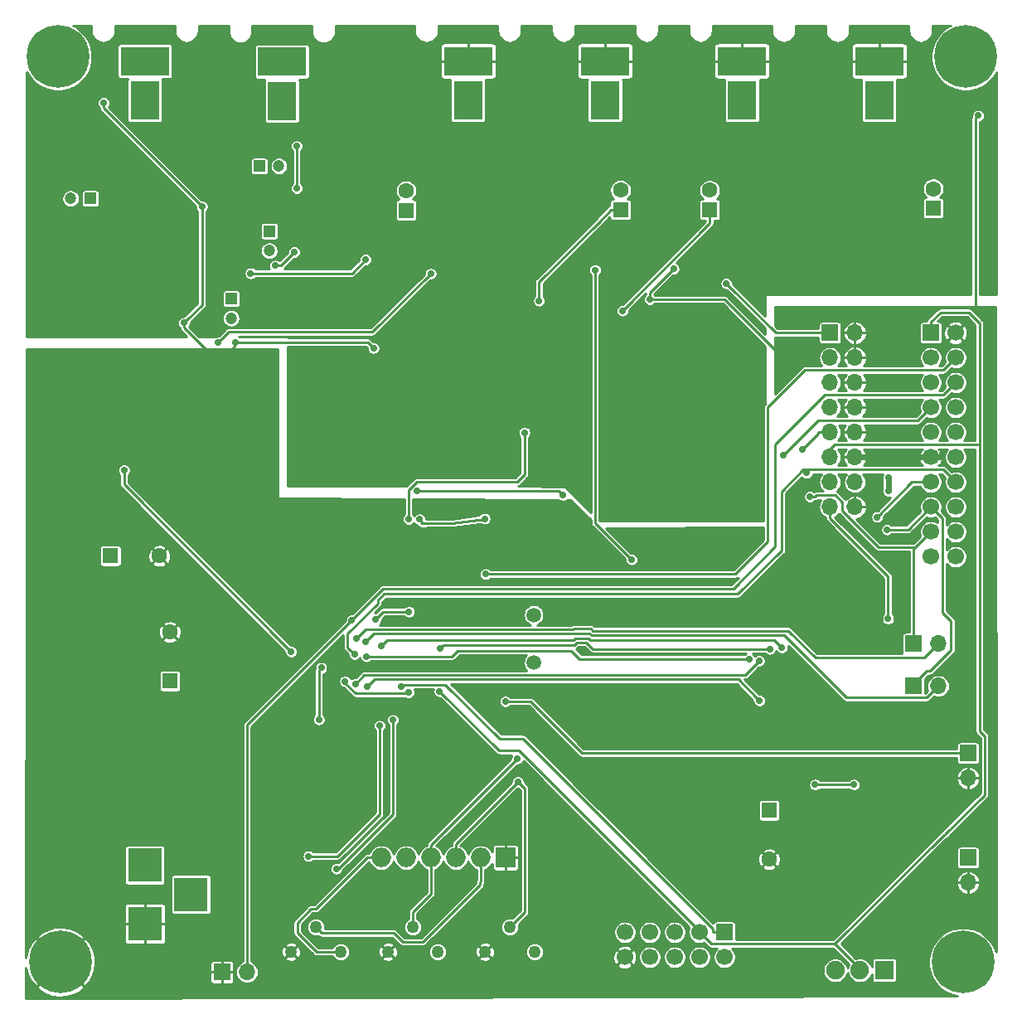
<source format=gbl>
G04 #@! TF.GenerationSoftware,KiCad,Pcbnew,(5.1.0-0)*
G04 #@! TF.CreationDate,2019-04-20T13:38:53+09:00*
G04 #@! TF.ProjectId,FreeDSP_SMD_AB,46726565-4453-4505-9f53-4d445f41422e,rev?*
G04 #@! TF.SameCoordinates,Original*
G04 #@! TF.FileFunction,Copper,L2,Bot*
G04 #@! TF.FilePolarity,Positive*
%FSLAX46Y46*%
G04 Gerber Fmt 4.6, Leading zero omitted, Abs format (unit mm)*
G04 Created by KiCad (PCBNEW (5.1.0-0)) date 2019-04-20 13:38:53*
%MOMM*%
%LPD*%
G04 APERTURE LIST*
%ADD10C,1.500000*%
%ADD11R,1.700000X1.700000*%
%ADD12O,1.700000X1.700000*%
%ADD13C,1.260000*%
%ADD14C,6.400000*%
%ADD15C,0.800000*%
%ADD16R,1.600000X1.600000*%
%ADD17C,1.600000*%
%ADD18R,1.200000X1.200000*%
%ADD19C,1.200000*%
%ADD20O,1.998980X1.998980*%
%ADD21R,1.998980X1.998980*%
%ADD22C,1.900000*%
%ADD23R,1.900000X1.900000*%
%ADD24C,1.700000*%
%ADD25R,3.000000X4.000000*%
%ADD26R,5.000000X3.000000*%
%ADD27R,3.500000X3.500000*%
%ADD28C,0.700000*%
%ADD29C,0.250000*%
%ADD30C,0.600000*%
G04 APERTURE END LIST*
D10*
X76019700Y-87276900D03*
X76019700Y-82396900D03*
D11*
X114808000Y-85344000D03*
D12*
X117348000Y-85344000D03*
D11*
X114808000Y-89662000D03*
D12*
X117348000Y-89662000D03*
D11*
X44196000Y-118872000D03*
D12*
X46736000Y-118872000D03*
D11*
X120396000Y-96520000D03*
D12*
X120396000Y-99060000D03*
D11*
X120396000Y-107188000D03*
D12*
X120396000Y-109728000D03*
D13*
X66218000Y-116796000D03*
X63678000Y-114256000D03*
X61138000Y-116796000D03*
X76124000Y-116796000D03*
X73584000Y-114256000D03*
X71044000Y-116796000D03*
X56312000Y-116796000D03*
X53772000Y-114256000D03*
X51232000Y-116796000D03*
D14*
X27686000Y-117856000D03*
D15*
X30086000Y-117856000D03*
X29383056Y-119553056D03*
X27686000Y-120256000D03*
X25988944Y-119553056D03*
X25286000Y-117856000D03*
X25988944Y-116158944D03*
X27686000Y-115456000D03*
X29383056Y-116158944D03*
D14*
X120142000Y-25400000D03*
X119888000Y-117856000D03*
X27432000Y-25400000D03*
D11*
X106299000Y-53594000D03*
D12*
X108839000Y-53594000D03*
X106299000Y-56134000D03*
X108839000Y-56134000D03*
X106299000Y-58674000D03*
X108839000Y-58674000D03*
X106299000Y-61214000D03*
X108839000Y-61214000D03*
X106299000Y-63754000D03*
X108839000Y-63754000D03*
X106299000Y-66294000D03*
X108839000Y-66294000D03*
X106299000Y-68834000D03*
X108839000Y-68834000D03*
X106299000Y-71374000D03*
X108839000Y-71374000D03*
D16*
X84912400Y-41022720D03*
D17*
X84912400Y-39022720D03*
D18*
X49022000Y-43212200D03*
D19*
X49022000Y-45212200D03*
D18*
X48006000Y-36576000D03*
D19*
X50006000Y-36576000D03*
D18*
X45136000Y-50121000D03*
D19*
X45136000Y-52121000D03*
D16*
X94008100Y-41040500D03*
D17*
X94008100Y-39040500D03*
D18*
X30734000Y-39878000D03*
D19*
X28734000Y-39878000D03*
D16*
X116840000Y-40875400D03*
D17*
X116840000Y-38875400D03*
D20*
X60452000Y-107188000D03*
X62992000Y-107188000D03*
X68072000Y-107188000D03*
X70612000Y-107188000D03*
D21*
X73152000Y-107188000D03*
D20*
X65532000Y-107188000D03*
D22*
X106841000Y-118692000D03*
X109341000Y-118692000D03*
D23*
X111841000Y-118692000D03*
D11*
X116586000Y-53594000D03*
D24*
X119126000Y-53594000D03*
X116586000Y-56134000D03*
X119126000Y-56134000D03*
X116586000Y-58674000D03*
X119126000Y-58674000D03*
X116586000Y-61214000D03*
X119126000Y-61214000D03*
X116586000Y-63754000D03*
X119126000Y-63754000D03*
X116586000Y-66294000D03*
X119126000Y-66294000D03*
X116586000Y-68834000D03*
X119126000Y-68834000D03*
X116586000Y-71374000D03*
X119126000Y-71374000D03*
X116586000Y-73914000D03*
X119126000Y-73914000D03*
X116586000Y-76454000D03*
X119126000Y-76454000D03*
D16*
X38862000Y-89154000D03*
D17*
X38862000Y-84154000D03*
D16*
X100076000Y-102362000D03*
D17*
X100076000Y-107362000D03*
D11*
X95504000Y-114808000D03*
D24*
X95504000Y-117348000D03*
X92964000Y-114808000D03*
X92964000Y-117348000D03*
X90424000Y-114808000D03*
X90424000Y-117348000D03*
X87884000Y-114808000D03*
X87884000Y-117348000D03*
X85344000Y-114808000D03*
X85344000Y-117348000D03*
D16*
X32796680Y-76374440D03*
D17*
X37796680Y-76374440D03*
D16*
X62992000Y-41078600D03*
D17*
X62992000Y-39078600D03*
D25*
X83322000Y-29844000D03*
D26*
X83322000Y-25844000D03*
X50322000Y-25908000D03*
D25*
X50322000Y-29908000D03*
D26*
X97322000Y-25844000D03*
D25*
X97322000Y-29844000D03*
D26*
X36322000Y-25844000D03*
D25*
X36322000Y-29844000D03*
X111322000Y-29844000D03*
D26*
X111322000Y-25844000D03*
D27*
X41022000Y-110950000D03*
X36322000Y-113950000D03*
X36322000Y-107950000D03*
D26*
X69322000Y-25844000D03*
D25*
X69322000Y-29844000D03*
D28*
X122919000Y-113529200D03*
X121448800Y-31420600D03*
X32092200Y-30091400D03*
X42137400Y-40702800D03*
X90332800Y-47067900D03*
X102489000Y-86614000D03*
X54122300Y-78785700D03*
X56408300Y-78770500D03*
X28334400Y-89910100D03*
X59665100Y-55147500D03*
X111256000Y-113430000D03*
X116126000Y-102445000D03*
X97720200Y-81344800D03*
X68580000Y-87369900D03*
X65405000Y-87376000D03*
X64381400Y-74554100D03*
X51531500Y-87137200D03*
X104521000Y-85471000D03*
X40307458Y-52584800D03*
X66423740Y-74540560D03*
X87901980Y-50187040D03*
X45542398Y-54550760D03*
X80746798Y-85912140D03*
X97587000Y-92577100D03*
X112268000Y-69763000D03*
X112268000Y-68413000D03*
X55874000Y-108308000D03*
X61646000Y-93135900D03*
X59834980Y-82892080D03*
X63293830Y-82062525D03*
X64378300Y-72648600D03*
X71015900Y-72571600D03*
X63244100Y-72632500D03*
X75083600Y-63771800D03*
X57457300Y-82925900D03*
X57912000Y-84836000D03*
X58877100Y-85164200D03*
X57721500Y-86423500D03*
X103921000Y-67908700D03*
X57805100Y-89442700D03*
X99034700Y-87097700D03*
X58949100Y-86650000D03*
X98025600Y-86899300D03*
X58994900Y-89754400D03*
X99105920Y-91152160D03*
X101387000Y-85750400D03*
X60449660Y-85599720D03*
X71120000Y-78238200D03*
X66423200Y-90202200D03*
X62533800Y-89734400D03*
X108755380Y-99732280D03*
X104780280Y-99732280D03*
X66465000Y-85796600D03*
X100152000Y-85864700D03*
X74402500Y-99441200D03*
X74375900Y-97051500D03*
X51790800Y-68688400D03*
X74841100Y-61300400D03*
X59593500Y-68046600D03*
X60713600Y-63616800D03*
X75948500Y-44008000D03*
X84980800Y-62448400D03*
X67203300Y-43434000D03*
X64239100Y-52278300D03*
X63563500Y-55168800D03*
X76576100Y-50316600D03*
X85090200Y-51340200D03*
X58852000Y-46120500D03*
X47122100Y-47510700D03*
X95705120Y-48541380D03*
X63279100Y-90324200D03*
X56768800Y-89174000D03*
X64114700Y-69752000D03*
X79037380Y-70192080D03*
X43794880Y-54604100D03*
X65506800Y-47565760D03*
X82317780Y-47175860D03*
X86024920Y-76745280D03*
X60294720Y-93727720D03*
X53043800Y-107029000D03*
X73129900Y-91244300D03*
X101536000Y-66103500D03*
X51582300Y-45344100D03*
X49626500Y-46725800D03*
X51828700Y-38826400D03*
X51828700Y-34531300D03*
X111117000Y-72401100D03*
X112133000Y-73690200D03*
X104252000Y-70331900D03*
X103479000Y-65532700D03*
X112237000Y-82807600D03*
X54085100Y-93087200D03*
X51261600Y-86159100D03*
X34186060Y-67608900D03*
X54325586Y-87808879D03*
D29*
X121148700Y-50986000D02*
X121148700Y-31720700D01*
X121148700Y-31720700D02*
X121448800Y-31420600D01*
X42137400Y-40702800D02*
X32092200Y-30657600D01*
X32092200Y-30657600D02*
X32092200Y-30091400D01*
D30*
X108839000Y-66294000D02*
X116586000Y-66294000D01*
D29*
X54122300Y-78785700D02*
X56393100Y-78785700D01*
X56393100Y-78785700D02*
X56408300Y-78770500D01*
X68580000Y-87369900D02*
X65411100Y-87369900D01*
X65411100Y-87369900D02*
X65405000Y-87376000D01*
X64381400Y-74554100D02*
X66507400Y-74554100D01*
X66507400Y-74554100D02*
X66530200Y-74531200D01*
D30*
X54122300Y-78785700D02*
X54122300Y-84546400D01*
X54122300Y-84546400D02*
X51531500Y-87137200D01*
D29*
X42137400Y-50754858D02*
X40657457Y-52234801D01*
X40657457Y-52234801D02*
X40307458Y-52584800D01*
X42137400Y-40702800D02*
X42137400Y-50754858D01*
X87901980Y-49692066D02*
X87901980Y-50187040D01*
X101999000Y-56674700D02*
X95511340Y-50187040D01*
X90332800Y-47067900D02*
X87901980Y-49498720D01*
X88396954Y-50187040D02*
X87901980Y-50187040D01*
X87901980Y-49498720D02*
X87901980Y-49692066D01*
X95511340Y-50187040D02*
X88396954Y-50187040D01*
X59068360Y-54550760D02*
X46037372Y-54550760D01*
X46037372Y-54550760D02*
X45542398Y-54550760D01*
X59665100Y-55147500D02*
X59068360Y-54550760D01*
D30*
X117678400Y-66294000D02*
X117678400Y-65866460D01*
X116586000Y-66294000D02*
X117678400Y-66294000D01*
D29*
X45491598Y-54499960D02*
X45542398Y-54550760D01*
X45491598Y-55023202D02*
X45491598Y-54499960D01*
X45168590Y-55346210D02*
X45491598Y-55023202D01*
X42573894Y-55346210D02*
X45168590Y-55346210D01*
X40307458Y-53079774D02*
X42573894Y-55346210D01*
X40307458Y-52584800D02*
X40307458Y-53079774D01*
D30*
X112268000Y-68413000D02*
X112268000Y-69763000D01*
D29*
X62798856Y-82062525D02*
X63293830Y-82062525D01*
X59834980Y-82892080D02*
X60664535Y-82062525D01*
X60664535Y-82062525D02*
X62798856Y-82062525D01*
X56085260Y-108308000D02*
X55874000Y-108308000D01*
X61646000Y-102747260D02*
X56085260Y-108308000D01*
X61646000Y-93135900D02*
X61646000Y-102747260D01*
X64768600Y-73065600D02*
X64378300Y-72675300D01*
X64378300Y-72675300D02*
X64378300Y-72648600D01*
X64768600Y-73065600D02*
X64521100Y-73065600D01*
X71015900Y-72571600D02*
X67698600Y-73045300D01*
X67698600Y-73045300D02*
X65036400Y-73045300D01*
X65036400Y-73045300D02*
X65016100Y-73065600D01*
X65016100Y-73065600D02*
X64768600Y-73065600D01*
X75083600Y-63771800D02*
X75083600Y-68075900D01*
X75083600Y-68075900D02*
X74339000Y-68820500D01*
X74339000Y-68820500D02*
X64073900Y-68820500D01*
X64073900Y-68820500D02*
X63244100Y-69650300D01*
X63244100Y-69650300D02*
X63244100Y-72632500D01*
X57457300Y-82925900D02*
X60646400Y-79736800D01*
X60646400Y-79736800D02*
X96412200Y-79736800D01*
X96412200Y-79736800D02*
X100711000Y-75438000D01*
X100711000Y-75438000D02*
X100711000Y-65024000D01*
X100711000Y-65024000D02*
X105791000Y-59944000D01*
X105791000Y-59944000D02*
X117856000Y-59944000D01*
X117856000Y-59944000D02*
X119126000Y-58674000D01*
X57457300Y-82925900D02*
X46736000Y-93647200D01*
X46736000Y-93647200D02*
X46736000Y-118872000D01*
X58261999Y-84486001D02*
X57912000Y-84836000D01*
X80085789Y-83873196D02*
X58874804Y-83873196D01*
X80137859Y-83821126D02*
X80085789Y-83873196D01*
X58874804Y-83873196D02*
X58261999Y-84486001D01*
X81904261Y-83821126D02*
X80137859Y-83821126D01*
X102036000Y-84001900D02*
X82085035Y-84001900D01*
X82085035Y-84001900D02*
X81904261Y-83821126D01*
X104802220Y-86768120D02*
X102036000Y-84001900D01*
X115923880Y-86768120D02*
X104802220Y-86768120D01*
X117348000Y-85344000D02*
X115923880Y-86768120D01*
X81717861Y-84271137D02*
X80324259Y-84271137D01*
X117348000Y-89662000D02*
X116172300Y-90837700D01*
X81932724Y-84486000D02*
X81717861Y-84271137D01*
X107938000Y-90837700D02*
X101587000Y-84486000D01*
X59718093Y-84323207D02*
X59227099Y-84814201D01*
X80324259Y-84271137D02*
X80272189Y-84323207D01*
X59227099Y-84814201D02*
X58877100Y-85164200D01*
X116172300Y-90837700D02*
X107938000Y-90837700D01*
X101587000Y-84486000D02*
X81932724Y-84486000D01*
X80272189Y-84323207D02*
X59718093Y-84323207D01*
X119126000Y-68834000D02*
X117856000Y-67564000D01*
X117856000Y-67564000D02*
X103576000Y-67564000D01*
X103921000Y-67908700D02*
X103576000Y-67564000D01*
X57371501Y-86073501D02*
X57721500Y-86423500D01*
X101346000Y-69794500D02*
X101346000Y-75819000D01*
X57025000Y-84318700D02*
X57025000Y-85727000D01*
X60759438Y-80266100D02*
X60137139Y-80888399D01*
X96898900Y-80266100D02*
X60759438Y-80266100D01*
X60137139Y-80888399D02*
X60137139Y-81206561D01*
X57025000Y-85727000D02*
X57371501Y-86073501D01*
X103576000Y-67564000D02*
X101346000Y-69794500D01*
X60137139Y-81206561D02*
X57025000Y-84318700D01*
X101346000Y-75819000D02*
X96898900Y-80266100D01*
X99034700Y-87097700D02*
X97595600Y-88536800D01*
X97595600Y-88536800D02*
X58711000Y-88536800D01*
X58711000Y-88536800D02*
X57805100Y-89442700D01*
X67683400Y-86650000D02*
X59444074Y-86650000D01*
X59444074Y-86650000D02*
X58949100Y-86650000D01*
X68294700Y-86038700D02*
X67683400Y-86650000D01*
X98025600Y-86899300D02*
X80724798Y-86899300D01*
X79864198Y-86038700D02*
X68294700Y-86038700D01*
X80724798Y-86899300D02*
X79864198Y-86038700D01*
X96943260Y-88989500D02*
X98755921Y-90802161D01*
X58994900Y-89754400D02*
X59759800Y-88989500D01*
X59759800Y-88989500D02*
X96943260Y-88989500D01*
X98755921Y-90802161D02*
X99105920Y-91152160D01*
X100592700Y-84956100D02*
X81766413Y-84956100D01*
X101387000Y-85750400D02*
X100592700Y-84956100D01*
X60799659Y-85249721D02*
X60449660Y-85599720D01*
X81766413Y-84956100D02*
X81597441Y-84787128D01*
X81597441Y-84787128D02*
X80246559Y-84787128D01*
X80246559Y-84787128D02*
X80077587Y-84956100D01*
X80077587Y-84956100D02*
X61093280Y-84956100D01*
X61093280Y-84956100D02*
X60799659Y-85249721D01*
X71120000Y-78238200D02*
X96640800Y-78238200D01*
X96640800Y-78238200D02*
X99949000Y-74930000D01*
X99949000Y-74930000D02*
X99949000Y-61214000D01*
X99949000Y-61214000D02*
X103759000Y-57404000D01*
X103759000Y-57404000D02*
X117856000Y-57404000D01*
X117856000Y-57404000D02*
X119126000Y-56134000D01*
X106799000Y-115983000D02*
X94139400Y-115983000D01*
X94139400Y-115983000D02*
X92964000Y-114808000D01*
X106299000Y-66294000D02*
X106299000Y-65532000D01*
X106299000Y-65532000D02*
X106807000Y-65024000D01*
X106807000Y-65024000D02*
X121574000Y-65024000D01*
X109341000Y-118692000D02*
X109424000Y-118608000D01*
X106799000Y-115983000D02*
X109424000Y-118608000D01*
X109424000Y-118608000D02*
X109434000Y-118618000D01*
X121574000Y-65024000D02*
X121574000Y-52590200D01*
X121574000Y-52590200D02*
X120482000Y-51498500D01*
X120482000Y-51498500D02*
X117582000Y-51498500D01*
X117582000Y-51498500D02*
X116586000Y-52494000D01*
X116586000Y-52494000D02*
X116586000Y-53594000D01*
X66423200Y-90206740D02*
X66423200Y-90202200D01*
X72468940Y-96252480D02*
X66423200Y-90206740D01*
X74536480Y-96252480D02*
X72468940Y-96252480D01*
X92964000Y-114680000D02*
X74536480Y-96252480D01*
X92964000Y-114808000D02*
X92964000Y-114680000D01*
X122095460Y-94797060D02*
X121574000Y-94275600D01*
X118044160Y-104835140D02*
X118044160Y-104817360D01*
X121574000Y-94275600D02*
X121574000Y-65024000D01*
X118044160Y-104817360D02*
X122095460Y-100766060D01*
X117946860Y-104835140D02*
X118044160Y-104835140D01*
X122095460Y-100766060D02*
X122095460Y-94797060D01*
X106799000Y-115983000D02*
X117946860Y-104835140D01*
X108755380Y-99732280D02*
X108260406Y-99732280D01*
X108260406Y-99732280D02*
X104780280Y-99732280D01*
X62759100Y-89509100D02*
X62533800Y-89734400D01*
X67013340Y-89509100D02*
X62759100Y-89509100D01*
X94328700Y-114441000D02*
X74916816Y-95028884D01*
X94328700Y-114808000D02*
X94328700Y-114441000D01*
X72533124Y-95028884D02*
X67013340Y-89509100D01*
X74916816Y-95028884D02*
X72533124Y-95028884D01*
X95504000Y-114808000D02*
X94328700Y-114808000D01*
X53772000Y-114256000D02*
X54402000Y-114886000D01*
X54402000Y-114886000D02*
X61768000Y-114886000D01*
X61768000Y-114886000D02*
X62662000Y-115780000D01*
X62662000Y-115780000D02*
X64694000Y-115780000D01*
X64694000Y-115780000D02*
X70536000Y-109938000D01*
X70536000Y-109938000D02*
X70536000Y-109684000D01*
X70536000Y-109684000D02*
X70612000Y-109608000D01*
X70612000Y-109608000D02*
X70612000Y-107188000D01*
X80432959Y-85237139D02*
X81411041Y-85237139D01*
X99657026Y-85864700D02*
X100152000Y-85864700D01*
X80223498Y-85446600D02*
X80432959Y-85237139D01*
X81411041Y-85237139D02*
X82038602Y-85864700D01*
X66465000Y-85796600D02*
X66815000Y-85446600D01*
X82038602Y-85864700D02*
X99657026Y-85864700D01*
X66815000Y-85446600D02*
X80223498Y-85446600D01*
X73584000Y-114256000D02*
X75108000Y-112732000D01*
X75108000Y-112732000D02*
X75108000Y-100147000D01*
X75108000Y-100147000D02*
X74402500Y-99441200D01*
X74402500Y-99441200D02*
X68072000Y-105772000D01*
X68072000Y-105772000D02*
X68072000Y-107188000D01*
X63678000Y-114256000D02*
X63678000Y-112732000D01*
X63678000Y-112732000D02*
X65532000Y-110878000D01*
X65532000Y-110878000D02*
X65532000Y-107188000D01*
X65532000Y-107188000D02*
X65532000Y-105863000D01*
X65532000Y-105863000D02*
X65564200Y-105863000D01*
X65564200Y-105863000D02*
X74375900Y-97051500D01*
D30*
X51790800Y-68688400D02*
X58951700Y-68688400D01*
X58951700Y-68688400D02*
X59593500Y-68046600D01*
D29*
X59593500Y-68046600D02*
X60713600Y-66926500D01*
X60713600Y-66926500D02*
X60713600Y-63616800D01*
D30*
X67203300Y-43434000D02*
X67203300Y-51173400D01*
X67203300Y-51173400D02*
X66098400Y-52278300D01*
X66098400Y-52278300D02*
X64239100Y-52278300D01*
D29*
X82694700Y-42273300D02*
X76576100Y-48391900D01*
X76576100Y-48391900D02*
X76576100Y-50316600D01*
X83945280Y-41022720D02*
X82694700Y-42273300D01*
X84912400Y-41022720D02*
X83945280Y-41022720D01*
X94008100Y-41040500D02*
X94008100Y-42422300D01*
X94008100Y-42422300D02*
X85090200Y-51340200D01*
X47122100Y-47510700D02*
X57461800Y-47510700D01*
X57461800Y-47510700D02*
X58852000Y-46120500D01*
X100757740Y-53594000D02*
X96055119Y-48891379D01*
X106299000Y-53594000D02*
X100757740Y-53594000D01*
X96055119Y-48891379D02*
X95705120Y-48541380D01*
X56768800Y-89174000D02*
X56768800Y-89361400D01*
X56768800Y-89361400D02*
X57837100Y-90429700D01*
X57837100Y-90429700D02*
X63173600Y-90429700D01*
X63173600Y-90429700D02*
X63279100Y-90324200D01*
X64114700Y-69752000D02*
X78597300Y-69752000D01*
X78597300Y-69752000D02*
X78687381Y-69842081D01*
X78687381Y-69842081D02*
X79037380Y-70192080D01*
X82317780Y-73038140D02*
X85674921Y-76395281D01*
X85674921Y-76395281D02*
X86024920Y-76745280D01*
X82317780Y-47175860D02*
X82317780Y-73038140D01*
X44887080Y-53511900D02*
X43794880Y-54604100D01*
X59560660Y-53511900D02*
X44887080Y-53511900D01*
X65506800Y-47565760D02*
X59560660Y-53511900D01*
X60294720Y-102716780D02*
X60294720Y-93727720D01*
X55982500Y-107029000D02*
X60294720Y-102716780D01*
X53043800Y-107029000D02*
X55982500Y-107029000D01*
X80958440Y-96520000D02*
X120396000Y-96520000D01*
X75682740Y-91244300D02*
X80958440Y-96520000D01*
X73129900Y-91244300D02*
X75682740Y-91244300D01*
X116586000Y-61214000D02*
X115221000Y-62578600D01*
X115221000Y-62578600D02*
X105061000Y-62578600D01*
X105061000Y-62578600D02*
X101886000Y-65753500D01*
X101886000Y-65753500D02*
X101536000Y-66103500D01*
X49626500Y-46725800D02*
X50226000Y-46725800D01*
X50226000Y-46725800D02*
X51582300Y-45369500D01*
X51582300Y-45369500D02*
X51582300Y-45344100D01*
X51828700Y-38826400D02*
X51828700Y-34531300D01*
X111117000Y-72401100D02*
X114684000Y-68834000D01*
X114684000Y-68834000D02*
X116586000Y-68834000D01*
X112133000Y-73690200D02*
X114270000Y-73690200D01*
X114270000Y-73690200D02*
X116586000Y-71374000D01*
X114808000Y-89486120D02*
X114808000Y-89662000D01*
X116167100Y-88127020D02*
X114808000Y-89486120D01*
X116499840Y-88127020D02*
X116167100Y-88127020D01*
X118671540Y-85955320D02*
X116499840Y-88127020D01*
X118671540Y-83060440D02*
X118671540Y-85955320D01*
X116586000Y-71374000D02*
X117761000Y-72549400D01*
X117761000Y-72549400D02*
X117761000Y-82149900D01*
X117761000Y-82149900D02*
X118671540Y-83060440D01*
X115015000Y-75485000D02*
X111286000Y-75485000D01*
X111286000Y-75485000D02*
X107569000Y-71768200D01*
X107569000Y-71768200D02*
X107569000Y-70885200D01*
X107569000Y-70885200D02*
X106882000Y-70198200D01*
X106882000Y-70198200D02*
X104880000Y-70198200D01*
X104880000Y-70198200D02*
X104746000Y-70331900D01*
X104746000Y-70331900D02*
X104252000Y-70331900D01*
X116586000Y-73914000D02*
X115015000Y-75485000D01*
X115015000Y-75485000D02*
X114808000Y-75692000D01*
X114808000Y-75692000D02*
X114808000Y-85344000D01*
X103479000Y-65532700D02*
X105124000Y-63888100D01*
X105124000Y-63888100D02*
X105124000Y-63754000D01*
X105124000Y-63754000D02*
X106299000Y-63754000D01*
X106299000Y-71374000D02*
X106299000Y-72549300D01*
X106299000Y-72549300D02*
X112237000Y-78487400D01*
X112237000Y-78487400D02*
X112237000Y-82807600D01*
X34186060Y-69083560D02*
X34186060Y-68103874D01*
X51261600Y-86159100D02*
X34186060Y-69083560D01*
X34186060Y-68103874D02*
X34186060Y-67608900D01*
X54085100Y-93087200D02*
X54085100Y-88049365D01*
X54085100Y-88049365D02*
X54325586Y-87808879D01*
X59038508Y-107188000D02*
X53806928Y-112419580D01*
X60452000Y-107188000D02*
X59038508Y-107188000D01*
X53806928Y-112419580D02*
X53289400Y-112419580D01*
X53289400Y-112419580D02*
X51894940Y-113814040D01*
X51894940Y-113814040D02*
X51894940Y-114847820D01*
X53843120Y-116796000D02*
X56312000Y-116796000D01*
X51894940Y-114847820D02*
X53843120Y-116796000D01*
G36*
X123265059Y-116797673D02*
G01*
X123011815Y-116186286D01*
X122626046Y-115608943D01*
X122135057Y-115117954D01*
X121557714Y-114732185D01*
X120916205Y-114466464D01*
X120235182Y-114331000D01*
X119540818Y-114331000D01*
X118859795Y-114466464D01*
X118218286Y-114732185D01*
X117640943Y-115117954D01*
X117149954Y-115608943D01*
X116764185Y-116186286D01*
X116498464Y-116827795D01*
X116363000Y-117508818D01*
X116363000Y-118203182D01*
X116498464Y-118884205D01*
X116764185Y-119525714D01*
X117149954Y-120103057D01*
X117640943Y-120594046D01*
X118218286Y-120979815D01*
X118859795Y-121245536D01*
X119280018Y-121329124D01*
X24128791Y-121558694D01*
X24131124Y-120330734D01*
X25211973Y-120330734D01*
X25574314Y-120763337D01*
X26182083Y-121119442D01*
X26847646Y-121350136D01*
X27545426Y-121446552D01*
X28248610Y-121404984D01*
X28930172Y-121227032D01*
X29563921Y-120919533D01*
X29797686Y-120763337D01*
X30160027Y-120330734D01*
X27686000Y-117856707D01*
X25211973Y-120330734D01*
X24131124Y-120330734D01*
X24134828Y-118381593D01*
X24137016Y-118418610D01*
X24314968Y-119100172D01*
X24622467Y-119733921D01*
X24778663Y-119967686D01*
X25211266Y-120330027D01*
X27685293Y-117856000D01*
X27686707Y-117856000D01*
X30160734Y-120330027D01*
X30593337Y-119967686D01*
X30737289Y-119722000D01*
X42968181Y-119722000D01*
X42975441Y-119795709D01*
X42996941Y-119866585D01*
X43031855Y-119931905D01*
X43078842Y-119989158D01*
X43136095Y-120036145D01*
X43201415Y-120071059D01*
X43272291Y-120092559D01*
X43346000Y-120099819D01*
X44101500Y-120098000D01*
X44195500Y-120004000D01*
X44195500Y-118872500D01*
X44196500Y-118872500D01*
X44196500Y-120004000D01*
X44290500Y-120098000D01*
X45046000Y-120099819D01*
X45119709Y-120092559D01*
X45190585Y-120071059D01*
X45255905Y-120036145D01*
X45313158Y-119989158D01*
X45360145Y-119931905D01*
X45395059Y-119866585D01*
X45416559Y-119795709D01*
X45423819Y-119722000D01*
X45422000Y-118966500D01*
X45328000Y-118872500D01*
X44196500Y-118872500D01*
X44195500Y-118872500D01*
X43064000Y-118872500D01*
X42970000Y-118966500D01*
X42968181Y-119722000D01*
X30737289Y-119722000D01*
X30949442Y-119359917D01*
X31180136Y-118694354D01*
X31273038Y-118022000D01*
X42968181Y-118022000D01*
X42970000Y-118777500D01*
X43064000Y-118871500D01*
X44195500Y-118871500D01*
X44195500Y-117740000D01*
X44196500Y-117740000D01*
X44196500Y-118871500D01*
X45328000Y-118871500D01*
X45422000Y-118777500D01*
X45423819Y-118022000D01*
X45416559Y-117948291D01*
X45395059Y-117877415D01*
X45360145Y-117812095D01*
X45313158Y-117754842D01*
X45255905Y-117707855D01*
X45190585Y-117672941D01*
X45119709Y-117651441D01*
X45046000Y-117644181D01*
X44290500Y-117646000D01*
X44196500Y-117740000D01*
X44195500Y-117740000D01*
X44101500Y-117646000D01*
X43346000Y-117644181D01*
X43272291Y-117651441D01*
X43201415Y-117672941D01*
X43136095Y-117707855D01*
X43078842Y-117754842D01*
X43031855Y-117812095D01*
X42996941Y-117877415D01*
X42975441Y-117948291D01*
X42968181Y-118022000D01*
X31273038Y-118022000D01*
X31276552Y-117996574D01*
X31234984Y-117293390D01*
X31057032Y-116611828D01*
X30749533Y-115978079D01*
X30593337Y-115744314D01*
X30540431Y-115700000D01*
X34194181Y-115700000D01*
X34201441Y-115773709D01*
X34222941Y-115844585D01*
X34257855Y-115909905D01*
X34304842Y-115967158D01*
X34362095Y-116014145D01*
X34427415Y-116049059D01*
X34498291Y-116070559D01*
X34572000Y-116077819D01*
X36227500Y-116076000D01*
X36321500Y-115982000D01*
X36321500Y-113950500D01*
X36322500Y-113950500D01*
X36322500Y-115982000D01*
X36416500Y-116076000D01*
X38072000Y-116077819D01*
X38145709Y-116070559D01*
X38216585Y-116049059D01*
X38281905Y-116014145D01*
X38339158Y-115967158D01*
X38386145Y-115909905D01*
X38421059Y-115844585D01*
X38442559Y-115773709D01*
X38449819Y-115700000D01*
X38448000Y-114044500D01*
X38354000Y-113950500D01*
X36322500Y-113950500D01*
X36321500Y-113950500D01*
X34290000Y-113950500D01*
X34196000Y-114044500D01*
X34194181Y-115700000D01*
X30540431Y-115700000D01*
X30160734Y-115381973D01*
X27686707Y-117856000D01*
X27685293Y-117856000D01*
X25211266Y-115381973D01*
X24778663Y-115744314D01*
X24422558Y-116352083D01*
X24191864Y-117017646D01*
X24136660Y-117417165D01*
X24140528Y-115381266D01*
X25211973Y-115381266D01*
X27686000Y-117855293D01*
X30160027Y-115381266D01*
X29797686Y-114948663D01*
X29189917Y-114592558D01*
X28524354Y-114361864D01*
X27826574Y-114265448D01*
X27123390Y-114307016D01*
X26441828Y-114484968D01*
X25808079Y-114792467D01*
X25574314Y-114948663D01*
X25211973Y-115381266D01*
X24140528Y-115381266D01*
X24146572Y-112200000D01*
X34194181Y-112200000D01*
X34196000Y-113855500D01*
X34290000Y-113949500D01*
X36321500Y-113949500D01*
X36321500Y-111918000D01*
X36322500Y-111918000D01*
X36322500Y-113949500D01*
X38354000Y-113949500D01*
X38448000Y-113855500D01*
X38449819Y-112200000D01*
X38442559Y-112126291D01*
X38421059Y-112055415D01*
X38386145Y-111990095D01*
X38339158Y-111932842D01*
X38281905Y-111885855D01*
X38216585Y-111850941D01*
X38145709Y-111829441D01*
X38072000Y-111822181D01*
X36416500Y-111824000D01*
X36322500Y-111918000D01*
X36321500Y-111918000D01*
X36227500Y-111824000D01*
X34572000Y-111822181D01*
X34498291Y-111829441D01*
X34427415Y-111850941D01*
X34362095Y-111885855D01*
X34304842Y-111932842D01*
X34257855Y-111990095D01*
X34222941Y-112055415D01*
X34201441Y-112126291D01*
X34194181Y-112200000D01*
X24146572Y-112200000D01*
X24157972Y-106200000D01*
X34245428Y-106200000D01*
X34245428Y-109700000D01*
X34251703Y-109763711D01*
X34270287Y-109824974D01*
X34300465Y-109881434D01*
X34341079Y-109930921D01*
X34390566Y-109971535D01*
X34447026Y-110001713D01*
X34508289Y-110020297D01*
X34572000Y-110026572D01*
X38072000Y-110026572D01*
X38135711Y-110020297D01*
X38196974Y-110001713D01*
X38253434Y-109971535D01*
X38302921Y-109930921D01*
X38343535Y-109881434D01*
X38373713Y-109824974D01*
X38392297Y-109763711D01*
X38398572Y-109700000D01*
X38398572Y-109200000D01*
X38945428Y-109200000D01*
X38945428Y-112700000D01*
X38951703Y-112763711D01*
X38970287Y-112824974D01*
X39000465Y-112881434D01*
X39041079Y-112930921D01*
X39090566Y-112971535D01*
X39147026Y-113001713D01*
X39208289Y-113020297D01*
X39272000Y-113026572D01*
X42772000Y-113026572D01*
X42835711Y-113020297D01*
X42896974Y-113001713D01*
X42953434Y-112971535D01*
X43002921Y-112930921D01*
X43043535Y-112881434D01*
X43073713Y-112824974D01*
X43092297Y-112763711D01*
X43098572Y-112700000D01*
X43098572Y-109200000D01*
X43092297Y-109136289D01*
X43073713Y-109075026D01*
X43043535Y-109018566D01*
X43002921Y-108969079D01*
X42953434Y-108928465D01*
X42896974Y-108898287D01*
X42835711Y-108879703D01*
X42772000Y-108873428D01*
X39272000Y-108873428D01*
X39208289Y-108879703D01*
X39147026Y-108898287D01*
X39090566Y-108928465D01*
X39041079Y-108969079D01*
X39000465Y-109018566D01*
X38970287Y-109075026D01*
X38951703Y-109136289D01*
X38945428Y-109200000D01*
X38398572Y-109200000D01*
X38398572Y-106200000D01*
X38392297Y-106136289D01*
X38373713Y-106075026D01*
X38343535Y-106018566D01*
X38302921Y-105969079D01*
X38253434Y-105928465D01*
X38196974Y-105898287D01*
X38135711Y-105879703D01*
X38072000Y-105873428D01*
X34572000Y-105873428D01*
X34508289Y-105879703D01*
X34447026Y-105898287D01*
X34390566Y-105928465D01*
X34341079Y-105969079D01*
X34300465Y-106018566D01*
X34270287Y-106075026D01*
X34251703Y-106136289D01*
X34245428Y-106200000D01*
X24157972Y-106200000D01*
X24191881Y-88354000D01*
X37735428Y-88354000D01*
X37735428Y-89954000D01*
X37741703Y-90017711D01*
X37760287Y-90078974D01*
X37790465Y-90135434D01*
X37831079Y-90184921D01*
X37880566Y-90225535D01*
X37937026Y-90255713D01*
X37998289Y-90274297D01*
X38062000Y-90280572D01*
X39662000Y-90280572D01*
X39725711Y-90274297D01*
X39786974Y-90255713D01*
X39843434Y-90225535D01*
X39892921Y-90184921D01*
X39933535Y-90135434D01*
X39963713Y-90078974D01*
X39982297Y-90017711D01*
X39988572Y-89954000D01*
X39988572Y-88354000D01*
X39982297Y-88290289D01*
X39963713Y-88229026D01*
X39933535Y-88172566D01*
X39892921Y-88123079D01*
X39843434Y-88082465D01*
X39786974Y-88052287D01*
X39725711Y-88033703D01*
X39662000Y-88027428D01*
X38062000Y-88027428D01*
X37998289Y-88033703D01*
X37937026Y-88052287D01*
X37880566Y-88082465D01*
X37831079Y-88123079D01*
X37790465Y-88172566D01*
X37760287Y-88229026D01*
X37741703Y-88290289D01*
X37735428Y-88354000D01*
X24191881Y-88354000D01*
X24198399Y-84923467D01*
X38093241Y-84923467D01*
X38167825Y-85110301D01*
X38367728Y-85227353D01*
X38586626Y-85303156D01*
X38816107Y-85334798D01*
X39047351Y-85321063D01*
X39271472Y-85262478D01*
X39479858Y-85161296D01*
X39556175Y-85110301D01*
X39630759Y-84923467D01*
X38862000Y-84154707D01*
X38093241Y-84923467D01*
X24198399Y-84923467D01*
X24199949Y-84108107D01*
X37681202Y-84108107D01*
X37694937Y-84339351D01*
X37753522Y-84563472D01*
X37854704Y-84771858D01*
X37905699Y-84848175D01*
X38092533Y-84922759D01*
X38861293Y-84154000D01*
X38862707Y-84154000D01*
X39631467Y-84922759D01*
X39818301Y-84848175D01*
X39935353Y-84648272D01*
X40011156Y-84429374D01*
X40042798Y-84199893D01*
X40029063Y-83968649D01*
X39970478Y-83744528D01*
X39869296Y-83536142D01*
X39818301Y-83459825D01*
X39631467Y-83385241D01*
X38862707Y-84154000D01*
X38861293Y-84154000D01*
X38092533Y-83385241D01*
X37905699Y-83459825D01*
X37788647Y-83659728D01*
X37712844Y-83878626D01*
X37681202Y-84108107D01*
X24199949Y-84108107D01*
X24201323Y-83384533D01*
X38093241Y-83384533D01*
X38862000Y-84153293D01*
X39630759Y-83384533D01*
X39556175Y-83197699D01*
X39356272Y-83080647D01*
X39137374Y-83004844D01*
X38907893Y-82973202D01*
X38676649Y-82986937D01*
X38452528Y-83045522D01*
X38244142Y-83146704D01*
X38167825Y-83197699D01*
X38093241Y-83384533D01*
X24201323Y-83384533D01*
X24216165Y-75574440D01*
X31670108Y-75574440D01*
X31670108Y-77174440D01*
X31676383Y-77238151D01*
X31694967Y-77299414D01*
X31725145Y-77355874D01*
X31765759Y-77405361D01*
X31815246Y-77445975D01*
X31871706Y-77476153D01*
X31932969Y-77494737D01*
X31996680Y-77501012D01*
X33596680Y-77501012D01*
X33660391Y-77494737D01*
X33721654Y-77476153D01*
X33778114Y-77445975D01*
X33827601Y-77405361D01*
X33868215Y-77355874D01*
X33898393Y-77299414D01*
X33916977Y-77238151D01*
X33923252Y-77174440D01*
X33923252Y-77143907D01*
X37027921Y-77143907D01*
X37102505Y-77330741D01*
X37302408Y-77447793D01*
X37521306Y-77523596D01*
X37750787Y-77555238D01*
X37982031Y-77541503D01*
X38206152Y-77482918D01*
X38414538Y-77381736D01*
X38490855Y-77330741D01*
X38565439Y-77143907D01*
X37796680Y-76375147D01*
X37027921Y-77143907D01*
X33923252Y-77143907D01*
X33923252Y-76328547D01*
X36615882Y-76328547D01*
X36629617Y-76559791D01*
X36688202Y-76783912D01*
X36789384Y-76992298D01*
X36840379Y-77068615D01*
X37027213Y-77143199D01*
X37795973Y-76374440D01*
X37797387Y-76374440D01*
X38566147Y-77143199D01*
X38752981Y-77068615D01*
X38870033Y-76868712D01*
X38945836Y-76649814D01*
X38977478Y-76420333D01*
X38963743Y-76189089D01*
X38905158Y-75964968D01*
X38803976Y-75756582D01*
X38752981Y-75680265D01*
X38566147Y-75605681D01*
X37797387Y-76374440D01*
X37795973Y-76374440D01*
X37027213Y-75605681D01*
X36840379Y-75680265D01*
X36723327Y-75880168D01*
X36647524Y-76099066D01*
X36615882Y-76328547D01*
X33923252Y-76328547D01*
X33923252Y-75604973D01*
X37027921Y-75604973D01*
X37796680Y-76373733D01*
X38565439Y-75604973D01*
X38490855Y-75418139D01*
X38290952Y-75301087D01*
X38072054Y-75225284D01*
X37842573Y-75193642D01*
X37611329Y-75207377D01*
X37387208Y-75265962D01*
X37178822Y-75367144D01*
X37102505Y-75418139D01*
X37027921Y-75604973D01*
X33923252Y-75604973D01*
X33923252Y-75574440D01*
X33916977Y-75510729D01*
X33898393Y-75449466D01*
X33868215Y-75393006D01*
X33827601Y-75343519D01*
X33778114Y-75302905D01*
X33721654Y-75272727D01*
X33660391Y-75254143D01*
X33596680Y-75247868D01*
X31996680Y-75247868D01*
X31932969Y-75254143D01*
X31871706Y-75272727D01*
X31815246Y-75302905D01*
X31765759Y-75343519D01*
X31725145Y-75393006D01*
X31694967Y-75449466D01*
X31676383Y-75510729D01*
X31670108Y-75574440D01*
X24216165Y-75574440D01*
X24231426Y-67542418D01*
X33511060Y-67542418D01*
X33511060Y-67675382D01*
X33537000Y-67805790D01*
X33587883Y-67928632D01*
X33661753Y-68039187D01*
X33736060Y-68113494D01*
X33736060Y-68125978D01*
X33736061Y-68125988D01*
X33736060Y-69061465D01*
X33733884Y-69083560D01*
X33736060Y-69105654D01*
X33736060Y-69105664D01*
X33742571Y-69171774D01*
X33754344Y-69210583D01*
X33768303Y-69256600D01*
X33810089Y-69334776D01*
X33843945Y-69376029D01*
X33866323Y-69403297D01*
X33883494Y-69417389D01*
X50586600Y-86120496D01*
X50586600Y-86225582D01*
X50612540Y-86355990D01*
X50663423Y-86478832D01*
X50737293Y-86589387D01*
X50831313Y-86683407D01*
X50941868Y-86757277D01*
X51064710Y-86808160D01*
X51195118Y-86834100D01*
X51328082Y-86834100D01*
X51458490Y-86808160D01*
X51581332Y-86757277D01*
X51691887Y-86683407D01*
X51785907Y-86589387D01*
X51859777Y-86478832D01*
X51910660Y-86355990D01*
X51936600Y-86225582D01*
X51936600Y-86092618D01*
X51910660Y-85962210D01*
X51859777Y-85839368D01*
X51785907Y-85728813D01*
X51691887Y-85634793D01*
X51581332Y-85560923D01*
X51458490Y-85510040D01*
X51328082Y-85484100D01*
X51222996Y-85484100D01*
X34636060Y-68897165D01*
X34636060Y-68113494D01*
X34710367Y-68039187D01*
X34784237Y-67928632D01*
X34835120Y-67805790D01*
X34861060Y-67675382D01*
X34861060Y-67542418D01*
X34835120Y-67412010D01*
X34784237Y-67289168D01*
X34710367Y-67178613D01*
X34616347Y-67084593D01*
X34505792Y-67010723D01*
X34382950Y-66959840D01*
X34252542Y-66933900D01*
X34119578Y-66933900D01*
X33989170Y-66959840D01*
X33866328Y-67010723D01*
X33755773Y-67084593D01*
X33661753Y-67178613D01*
X33587883Y-67289168D01*
X33537000Y-67412010D01*
X33511060Y-67542418D01*
X24231426Y-67542418D01*
X24254763Y-55260997D01*
X43637389Y-55260997D01*
X43728398Y-55279100D01*
X43861362Y-55279100D01*
X43952371Y-55260997D01*
X49913000Y-55260997D01*
X49913000Y-70375997D01*
X49915402Y-70400383D01*
X49922515Y-70423832D01*
X49934066Y-70445443D01*
X49949612Y-70464385D01*
X49968554Y-70479931D01*
X49990165Y-70491482D01*
X50013614Y-70498595D01*
X50037364Y-70500995D01*
X62794100Y-70565877D01*
X62794101Y-72127905D01*
X62719793Y-72202213D01*
X62645923Y-72312768D01*
X62595040Y-72435610D01*
X62569100Y-72566018D01*
X62569100Y-72698982D01*
X62595040Y-72829390D01*
X62645923Y-72952232D01*
X62719793Y-73062787D01*
X62813813Y-73156807D01*
X62924368Y-73230677D01*
X63047210Y-73281560D01*
X63177618Y-73307500D01*
X63310582Y-73307500D01*
X63440990Y-73281560D01*
X63563832Y-73230677D01*
X63674387Y-73156807D01*
X63768407Y-73062787D01*
X63805821Y-73006792D01*
X63853993Y-73078887D01*
X63948013Y-73172907D01*
X64058568Y-73246777D01*
X64121661Y-73272911D01*
X64145129Y-73316816D01*
X64201363Y-73385337D01*
X64269884Y-73441571D01*
X64348059Y-73483357D01*
X64432885Y-73509089D01*
X64498995Y-73515600D01*
X64746506Y-73515600D01*
X64768600Y-73517776D01*
X64790694Y-73515600D01*
X64994006Y-73515600D01*
X65016100Y-73517776D01*
X65038194Y-73515600D01*
X65038205Y-73515600D01*
X65104315Y-73509089D01*
X65149771Y-73495300D01*
X67664184Y-73495300D01*
X67673964Y-73496805D01*
X67708406Y-73495300D01*
X67720705Y-73495300D01*
X67730514Y-73494334D01*
X67740330Y-73493905D01*
X67752468Y-73492172D01*
X67786815Y-73488789D01*
X67796294Y-73485914D01*
X70578352Y-73088646D01*
X70585613Y-73095907D01*
X70696168Y-73169777D01*
X70819010Y-73220660D01*
X70949418Y-73246600D01*
X71082382Y-73246600D01*
X71212790Y-73220660D01*
X71335632Y-73169777D01*
X71446187Y-73095907D01*
X71540207Y-73001887D01*
X71614077Y-72891332D01*
X71664960Y-72768490D01*
X71690900Y-72638082D01*
X71690900Y-72505118D01*
X71664960Y-72374710D01*
X71614077Y-72251868D01*
X71540207Y-72141313D01*
X71446187Y-72047293D01*
X71335632Y-71973423D01*
X71212790Y-71922540D01*
X71082382Y-71896600D01*
X70949418Y-71896600D01*
X70819010Y-71922540D01*
X70696168Y-71973423D01*
X70585613Y-72047293D01*
X70491593Y-72141313D01*
X70454223Y-72197242D01*
X67666635Y-72595300D01*
X65058494Y-72595300D01*
X65053300Y-72594788D01*
X65053300Y-72582118D01*
X65027360Y-72451710D01*
X64976477Y-72328868D01*
X64902607Y-72218313D01*
X64808587Y-72124293D01*
X64698032Y-72050423D01*
X64575190Y-71999540D01*
X64444782Y-71973600D01*
X64311818Y-71973600D01*
X64181410Y-71999540D01*
X64058568Y-72050423D01*
X63948013Y-72124293D01*
X63853993Y-72218313D01*
X63816579Y-72274308D01*
X63768407Y-72202213D01*
X63694100Y-72127906D01*
X63694100Y-70570454D01*
X78536651Y-70645945D01*
X78607093Y-70716387D01*
X78717648Y-70790257D01*
X78840490Y-70841140D01*
X78970898Y-70867080D01*
X79103862Y-70867080D01*
X79234270Y-70841140D01*
X79357112Y-70790257D01*
X79467667Y-70716387D01*
X79533041Y-70651013D01*
X79747378Y-70652103D01*
X81867781Y-72697647D01*
X81867781Y-73016035D01*
X81865604Y-73038140D01*
X81874292Y-73126355D01*
X81900023Y-73211180D01*
X81941809Y-73289356D01*
X81983952Y-73340707D01*
X81983957Y-73340712D01*
X81998044Y-73357877D01*
X82015209Y-73371964D01*
X85349920Y-76706676D01*
X85349920Y-76811762D01*
X85375860Y-76942170D01*
X85426743Y-77065012D01*
X85500613Y-77175567D01*
X85594633Y-77269587D01*
X85705188Y-77343457D01*
X85828030Y-77394340D01*
X85958438Y-77420280D01*
X86091402Y-77420280D01*
X86221810Y-77394340D01*
X86344652Y-77343457D01*
X86455207Y-77269587D01*
X86549227Y-77175567D01*
X86623097Y-77065012D01*
X86673980Y-76942170D01*
X86699920Y-76811762D01*
X86699920Y-76678798D01*
X86673980Y-76548390D01*
X86623097Y-76425548D01*
X86549227Y-76314993D01*
X86455207Y-76220973D01*
X86344652Y-76147103D01*
X86221810Y-76096220D01*
X86091402Y-76070280D01*
X85986316Y-76070280D01*
X83447309Y-73531274D01*
X99499000Y-73496261D01*
X99499000Y-74743604D01*
X96454405Y-77788200D01*
X71624594Y-77788200D01*
X71550287Y-77713893D01*
X71439732Y-77640023D01*
X71316890Y-77589140D01*
X71186482Y-77563200D01*
X71053518Y-77563200D01*
X70923110Y-77589140D01*
X70800268Y-77640023D01*
X70689713Y-77713893D01*
X70595693Y-77807913D01*
X70521823Y-77918468D01*
X70470940Y-78041310D01*
X70445000Y-78171718D01*
X70445000Y-78304682D01*
X70470940Y-78435090D01*
X70521823Y-78557932D01*
X70595693Y-78668487D01*
X70689713Y-78762507D01*
X70800268Y-78836377D01*
X70923110Y-78887260D01*
X71053518Y-78913200D01*
X71186482Y-78913200D01*
X71316890Y-78887260D01*
X71439732Y-78836377D01*
X71550287Y-78762507D01*
X71624594Y-78688200D01*
X96618706Y-78688200D01*
X96640800Y-78690376D01*
X96662894Y-78688200D01*
X96662905Y-78688200D01*
X96729015Y-78681689D01*
X96813841Y-78655957D01*
X96892016Y-78614171D01*
X96927806Y-78584799D01*
X96225805Y-79286800D01*
X60668491Y-79286800D01*
X60646399Y-79284624D01*
X60624307Y-79286800D01*
X60624295Y-79286800D01*
X60558185Y-79293311D01*
X60473359Y-79319043D01*
X60422414Y-79346274D01*
X60395183Y-79360829D01*
X60343832Y-79402972D01*
X60343828Y-79402976D01*
X60326663Y-79417063D01*
X60312576Y-79434228D01*
X57495905Y-82250900D01*
X57390818Y-82250900D01*
X57260410Y-82276840D01*
X57137568Y-82327723D01*
X57027013Y-82401593D01*
X56932993Y-82495613D01*
X56859123Y-82606168D01*
X56808240Y-82729010D01*
X56782300Y-82859418D01*
X56782300Y-82964504D01*
X46433434Y-93313371D01*
X46416263Y-93327463D01*
X46402172Y-93344633D01*
X46360029Y-93395984D01*
X46324117Y-93463171D01*
X46318243Y-93474160D01*
X46292511Y-93558986D01*
X46286000Y-93625096D01*
X46286000Y-93625106D01*
X46283824Y-93647200D01*
X46286000Y-93669294D01*
X46286001Y-117780634D01*
X46284171Y-117781189D01*
X46080047Y-117890296D01*
X45901130Y-118037130D01*
X45754296Y-118216047D01*
X45645189Y-118420171D01*
X45578002Y-118641660D01*
X45555315Y-118872000D01*
X45578002Y-119102340D01*
X45645189Y-119323829D01*
X45754296Y-119527953D01*
X45901130Y-119706870D01*
X46080047Y-119853704D01*
X46284171Y-119962811D01*
X46505660Y-120029998D01*
X46678280Y-120047000D01*
X46793720Y-120047000D01*
X46966340Y-120029998D01*
X47187829Y-119962811D01*
X47391953Y-119853704D01*
X47570870Y-119706870D01*
X47717704Y-119527953D01*
X47826811Y-119323829D01*
X47893998Y-119102340D01*
X47916685Y-118872000D01*
X47893998Y-118641660D01*
X47826811Y-118420171D01*
X47717704Y-118216047D01*
X47665957Y-118152993D01*
X84539714Y-118152993D01*
X84620292Y-118344948D01*
X84828693Y-118466980D01*
X85056896Y-118546010D01*
X85296133Y-118579002D01*
X85537210Y-118564688D01*
X85770861Y-118503615D01*
X85988109Y-118398134D01*
X86067708Y-118344948D01*
X86148286Y-118152993D01*
X85344000Y-117348707D01*
X84539714Y-118152993D01*
X47665957Y-118152993D01*
X47570870Y-118037130D01*
X47391953Y-117890296D01*
X47187829Y-117781189D01*
X47186000Y-117780634D01*
X47186000Y-117444677D01*
X50584030Y-117444677D01*
X50638231Y-117614103D01*
X50809244Y-117714221D01*
X50996504Y-117779054D01*
X51192814Y-117806108D01*
X51390629Y-117794344D01*
X51582348Y-117744214D01*
X51760603Y-117657645D01*
X51825769Y-117614103D01*
X51879970Y-117444677D01*
X51232000Y-116796707D01*
X50584030Y-117444677D01*
X47186000Y-117444677D01*
X47186000Y-116756814D01*
X50221892Y-116756814D01*
X50233656Y-116954629D01*
X50283786Y-117146348D01*
X50370355Y-117324603D01*
X50413897Y-117389769D01*
X50583323Y-117443970D01*
X51231293Y-116796000D01*
X51232707Y-116796000D01*
X51880677Y-117443970D01*
X52050103Y-117389769D01*
X52150221Y-117218756D01*
X52215054Y-117031496D01*
X52242108Y-116835186D01*
X52230344Y-116637371D01*
X52180214Y-116445652D01*
X52093645Y-116267397D01*
X52050103Y-116202231D01*
X51880677Y-116148030D01*
X51232707Y-116796000D01*
X51231293Y-116796000D01*
X50583323Y-116148030D01*
X50413897Y-116202231D01*
X50313779Y-116373244D01*
X50248946Y-116560504D01*
X50221892Y-116756814D01*
X47186000Y-116756814D01*
X47186000Y-116147323D01*
X50584030Y-116147323D01*
X51232000Y-116795293D01*
X51879970Y-116147323D01*
X51825769Y-115977897D01*
X51654756Y-115877779D01*
X51467496Y-115812946D01*
X51271186Y-115785892D01*
X51073371Y-115797656D01*
X50881652Y-115847786D01*
X50703397Y-115934355D01*
X50638231Y-115977897D01*
X50584030Y-116147323D01*
X47186000Y-116147323D01*
X47186000Y-108241518D01*
X55199000Y-108241518D01*
X55199000Y-108374482D01*
X55224940Y-108504890D01*
X55275823Y-108627732D01*
X55349693Y-108738287D01*
X55443713Y-108832307D01*
X55554268Y-108906177D01*
X55677110Y-108957060D01*
X55807518Y-108983000D01*
X55940482Y-108983000D01*
X56070890Y-108957060D01*
X56193732Y-108906177D01*
X56304287Y-108832307D01*
X56398307Y-108738287D01*
X56472177Y-108627732D01*
X56521854Y-108507801D01*
X61948572Y-103081084D01*
X61965737Y-103066997D01*
X61979824Y-103049832D01*
X61979828Y-103049828D01*
X62021971Y-102998477D01*
X62063757Y-102920301D01*
X62073003Y-102889820D01*
X62089489Y-102835475D01*
X62096000Y-102769365D01*
X62096000Y-102769355D01*
X62098176Y-102747260D01*
X62096000Y-102725166D01*
X62096000Y-93640494D01*
X62170307Y-93566187D01*
X62244177Y-93455632D01*
X62295060Y-93332790D01*
X62321000Y-93202382D01*
X62321000Y-93069418D01*
X62295060Y-92939010D01*
X62244177Y-92816168D01*
X62170307Y-92705613D01*
X62076287Y-92611593D01*
X61965732Y-92537723D01*
X61842890Y-92486840D01*
X61712482Y-92460900D01*
X61579518Y-92460900D01*
X61449110Y-92486840D01*
X61326268Y-92537723D01*
X61215713Y-92611593D01*
X61121693Y-92705613D01*
X61047823Y-92816168D01*
X60996940Y-92939010D01*
X60971000Y-93069418D01*
X60971000Y-93202382D01*
X60996940Y-93332790D01*
X61047823Y-93455632D01*
X61121693Y-93566187D01*
X61196000Y-93640494D01*
X61196001Y-102560863D01*
X56090007Y-107666858D01*
X56070890Y-107658940D01*
X55940482Y-107633000D01*
X55807518Y-107633000D01*
X55677110Y-107658940D01*
X55554268Y-107709823D01*
X55443713Y-107783693D01*
X55349693Y-107877713D01*
X55275823Y-107988268D01*
X55224940Y-108111110D01*
X55199000Y-108241518D01*
X47186000Y-108241518D01*
X47186000Y-106962518D01*
X52368800Y-106962518D01*
X52368800Y-107095482D01*
X52394740Y-107225890D01*
X52445623Y-107348732D01*
X52519493Y-107459287D01*
X52613513Y-107553307D01*
X52724068Y-107627177D01*
X52846910Y-107678060D01*
X52977318Y-107704000D01*
X53110282Y-107704000D01*
X53240690Y-107678060D01*
X53363532Y-107627177D01*
X53474087Y-107553307D01*
X53548394Y-107479000D01*
X55960406Y-107479000D01*
X55982500Y-107481176D01*
X56004594Y-107479000D01*
X56004605Y-107479000D01*
X56070715Y-107472489D01*
X56155541Y-107446757D01*
X56233716Y-107404971D01*
X56302237Y-107348737D01*
X56316329Y-107331566D01*
X60597293Y-103050603D01*
X60614457Y-103036517D01*
X60628544Y-103019352D01*
X60628548Y-103019348D01*
X60670691Y-102967997D01*
X60712477Y-102889821D01*
X60712477Y-102889820D01*
X60738209Y-102804995D01*
X60744720Y-102738885D01*
X60744720Y-102738875D01*
X60746896Y-102716781D01*
X60744720Y-102694686D01*
X60744720Y-94232314D01*
X60819027Y-94158007D01*
X60892897Y-94047452D01*
X60943780Y-93924610D01*
X60969720Y-93794202D01*
X60969720Y-93661238D01*
X60943780Y-93530830D01*
X60892897Y-93407988D01*
X60819027Y-93297433D01*
X60725007Y-93203413D01*
X60614452Y-93129543D01*
X60491610Y-93078660D01*
X60361202Y-93052720D01*
X60228238Y-93052720D01*
X60097830Y-93078660D01*
X59974988Y-93129543D01*
X59864433Y-93203413D01*
X59770413Y-93297433D01*
X59696543Y-93407988D01*
X59645660Y-93530830D01*
X59619720Y-93661238D01*
X59619720Y-93794202D01*
X59645660Y-93924610D01*
X59696543Y-94047452D01*
X59770413Y-94158007D01*
X59844721Y-94232315D01*
X59844720Y-102530384D01*
X55796105Y-106579000D01*
X53548394Y-106579000D01*
X53474087Y-106504693D01*
X53363532Y-106430823D01*
X53240690Y-106379940D01*
X53110282Y-106354000D01*
X52977318Y-106354000D01*
X52846910Y-106379940D01*
X52724068Y-106430823D01*
X52613513Y-106504693D01*
X52519493Y-106598713D01*
X52445623Y-106709268D01*
X52394740Y-106832110D01*
X52368800Y-106962518D01*
X47186000Y-106962518D01*
X47186000Y-93833595D01*
X47998877Y-93020718D01*
X53410100Y-93020718D01*
X53410100Y-93153682D01*
X53436040Y-93284090D01*
X53486923Y-93406932D01*
X53560793Y-93517487D01*
X53654813Y-93611507D01*
X53765368Y-93685377D01*
X53888210Y-93736260D01*
X54018618Y-93762200D01*
X54151582Y-93762200D01*
X54281990Y-93736260D01*
X54404832Y-93685377D01*
X54515387Y-93611507D01*
X54609407Y-93517487D01*
X54683277Y-93406932D01*
X54734160Y-93284090D01*
X54760100Y-93153682D01*
X54760100Y-93020718D01*
X54734160Y-92890310D01*
X54683277Y-92767468D01*
X54609407Y-92656913D01*
X54535100Y-92582606D01*
X54535100Y-88452710D01*
X54645318Y-88407056D01*
X54755873Y-88333186D01*
X54849893Y-88239166D01*
X54923763Y-88128611D01*
X54974646Y-88005769D01*
X55000586Y-87875361D01*
X55000586Y-87742397D01*
X54974646Y-87611989D01*
X54923763Y-87489147D01*
X54849893Y-87378592D01*
X54755873Y-87284572D01*
X54645318Y-87210702D01*
X54522476Y-87159819D01*
X54392068Y-87133879D01*
X54259104Y-87133879D01*
X54128696Y-87159819D01*
X54005854Y-87210702D01*
X53895299Y-87284572D01*
X53801279Y-87378592D01*
X53727409Y-87489147D01*
X53676526Y-87611989D01*
X53650586Y-87742397D01*
X53650586Y-87875361D01*
X53657338Y-87909307D01*
X53641612Y-87961150D01*
X53632924Y-88049365D01*
X53635101Y-88071469D01*
X53635100Y-92582606D01*
X53560793Y-92656913D01*
X53486923Y-92767468D01*
X53436040Y-92890310D01*
X53410100Y-93020718D01*
X47998877Y-93020718D01*
X56575000Y-84444596D01*
X56575001Y-85704896D01*
X56572824Y-85727000D01*
X56575001Y-85749105D01*
X56577698Y-85776485D01*
X56581512Y-85815215D01*
X56607243Y-85900040D01*
X56649029Y-85978216D01*
X56691172Y-86029567D01*
X56691177Y-86029572D01*
X56705264Y-86046737D01*
X56722429Y-86060824D01*
X57046500Y-86384896D01*
X57046500Y-86489982D01*
X57072440Y-86620390D01*
X57123323Y-86743232D01*
X57197193Y-86853787D01*
X57291213Y-86947807D01*
X57401768Y-87021677D01*
X57524610Y-87072560D01*
X57655018Y-87098500D01*
X57787982Y-87098500D01*
X57918390Y-87072560D01*
X58041232Y-87021677D01*
X58151787Y-86947807D01*
X58245807Y-86853787D01*
X58288656Y-86789659D01*
X58300040Y-86846890D01*
X58350923Y-86969732D01*
X58424793Y-87080287D01*
X58518813Y-87174307D01*
X58629368Y-87248177D01*
X58752210Y-87299060D01*
X58882618Y-87325000D01*
X59015582Y-87325000D01*
X59145990Y-87299060D01*
X59268832Y-87248177D01*
X59379387Y-87174307D01*
X59453694Y-87100000D01*
X67661306Y-87100000D01*
X67683400Y-87102176D01*
X67705494Y-87100000D01*
X67705505Y-87100000D01*
X67771615Y-87093489D01*
X67856441Y-87067757D01*
X67934616Y-87025971D01*
X68003137Y-86969737D01*
X68017228Y-86952567D01*
X68481096Y-86488700D01*
X75287621Y-86488700D01*
X75184693Y-86591628D01*
X75067048Y-86767697D01*
X74986012Y-86963334D01*
X74944700Y-87171022D01*
X74944700Y-87382778D01*
X74986012Y-87590466D01*
X75067048Y-87786103D01*
X75184693Y-87962172D01*
X75309321Y-88086800D01*
X58733094Y-88086800D01*
X58710999Y-88084624D01*
X58688905Y-88086800D01*
X58688895Y-88086800D01*
X58622785Y-88093311D01*
X58537959Y-88119043D01*
X58459783Y-88160829D01*
X58408432Y-88202972D01*
X58408428Y-88202976D01*
X58391263Y-88217063D01*
X58377176Y-88234228D01*
X57843705Y-88767700D01*
X57738618Y-88767700D01*
X57608210Y-88793640D01*
X57485368Y-88844523D01*
X57389479Y-88908593D01*
X57366977Y-88854268D01*
X57293107Y-88743713D01*
X57199087Y-88649693D01*
X57088532Y-88575823D01*
X56965690Y-88524940D01*
X56835282Y-88499000D01*
X56702318Y-88499000D01*
X56571910Y-88524940D01*
X56449068Y-88575823D01*
X56338513Y-88649693D01*
X56244493Y-88743713D01*
X56170623Y-88854268D01*
X56119740Y-88977110D01*
X56093800Y-89107518D01*
X56093800Y-89240482D01*
X56119740Y-89370890D01*
X56170623Y-89493732D01*
X56244493Y-89604287D01*
X56338513Y-89698307D01*
X56449068Y-89772177D01*
X56571910Y-89823060D01*
X56599566Y-89828561D01*
X57503276Y-90732272D01*
X57517363Y-90749437D01*
X57534528Y-90763524D01*
X57534532Y-90763528D01*
X57585883Y-90805671D01*
X57664059Y-90847457D01*
X57748885Y-90873189D01*
X57814995Y-90879700D01*
X57815007Y-90879700D01*
X57837099Y-90881876D01*
X57859191Y-90879700D01*
X62895497Y-90879700D01*
X62959368Y-90922377D01*
X63082210Y-90973260D01*
X63212618Y-90999200D01*
X63345582Y-90999200D01*
X63475990Y-90973260D01*
X63598832Y-90922377D01*
X63709387Y-90848507D01*
X63803407Y-90754487D01*
X63877277Y-90643932D01*
X63928160Y-90521090D01*
X63954100Y-90390682D01*
X63954100Y-90257718D01*
X63928160Y-90127310D01*
X63877277Y-90004468D01*
X63846963Y-89959100D01*
X65793281Y-89959100D01*
X65774140Y-90005310D01*
X65748200Y-90135718D01*
X65748200Y-90268682D01*
X65774140Y-90399090D01*
X65825023Y-90521932D01*
X65898893Y-90632487D01*
X65992913Y-90726507D01*
X66103468Y-90800377D01*
X66226310Y-90851260D01*
X66356718Y-90877200D01*
X66457265Y-90877200D01*
X72135116Y-96555052D01*
X72149203Y-96572217D01*
X72166368Y-96586304D01*
X72166372Y-96586308D01*
X72217723Y-96628451D01*
X72256812Y-96649344D01*
X72295899Y-96670237D01*
X72380725Y-96695969D01*
X72446835Y-96702480D01*
X72446846Y-96702480D01*
X72468940Y-96704656D01*
X72491034Y-96702480D01*
X73797292Y-96702480D01*
X73777723Y-96731768D01*
X73726840Y-96854610D01*
X73700900Y-96985018D01*
X73700900Y-97090097D01*
X65330181Y-105460626D01*
X65280784Y-105487029D01*
X65212263Y-105543263D01*
X65156029Y-105611784D01*
X65114243Y-105689959D01*
X65088511Y-105774785D01*
X65079823Y-105863000D01*
X65082001Y-105885114D01*
X65082001Y-105940418D01*
X65022687Y-105958411D01*
X64792593Y-106081399D01*
X64590913Y-106246913D01*
X64425399Y-106448593D01*
X64302411Y-106678687D01*
X64262000Y-106811904D01*
X64221589Y-106678687D01*
X64098601Y-106448593D01*
X63933087Y-106246913D01*
X63731407Y-106081399D01*
X63501313Y-105958411D01*
X63251645Y-105882675D01*
X63057061Y-105863510D01*
X62926939Y-105863510D01*
X62732355Y-105882675D01*
X62482687Y-105958411D01*
X62252593Y-106081399D01*
X62050913Y-106246913D01*
X61885399Y-106448593D01*
X61762411Y-106678687D01*
X61722000Y-106811904D01*
X61681589Y-106678687D01*
X61558601Y-106448593D01*
X61393087Y-106246913D01*
X61191407Y-106081399D01*
X60961313Y-105958411D01*
X60711645Y-105882675D01*
X60517061Y-105863510D01*
X60386939Y-105863510D01*
X60192355Y-105882675D01*
X59942687Y-105958411D01*
X59712593Y-106081399D01*
X59510913Y-106246913D01*
X59345399Y-106448593D01*
X59222411Y-106678687D01*
X59204419Y-106738000D01*
X59060599Y-106738000D01*
X59038507Y-106735824D01*
X59016415Y-106738000D01*
X59016403Y-106738000D01*
X58950293Y-106744511D01*
X58865467Y-106770243D01*
X58814522Y-106797474D01*
X58787291Y-106812029D01*
X58735940Y-106854172D01*
X58735936Y-106854176D01*
X58718771Y-106868263D01*
X58704684Y-106885428D01*
X53620533Y-111969580D01*
X53311493Y-111969580D01*
X53289399Y-111967404D01*
X53267305Y-111969580D01*
X53267295Y-111969580D01*
X53201185Y-111976091D01*
X53116359Y-112001823D01*
X53038183Y-112043609D01*
X52986832Y-112085752D01*
X52986828Y-112085756D01*
X52969663Y-112099843D01*
X52955576Y-112117008D01*
X51592374Y-113480211D01*
X51575203Y-113494303D01*
X51561112Y-113511473D01*
X51518969Y-113562824D01*
X51482299Y-113631428D01*
X51477183Y-113641000D01*
X51451451Y-113725826D01*
X51444940Y-113791936D01*
X51444940Y-113791946D01*
X51442764Y-113814040D01*
X51444940Y-113836135D01*
X51444941Y-114825716D01*
X51442764Y-114847820D01*
X51451452Y-114936035D01*
X51477183Y-115020860D01*
X51518969Y-115099036D01*
X51561112Y-115150387D01*
X51561117Y-115150392D01*
X51575204Y-115167557D01*
X51592369Y-115181644D01*
X53509296Y-117098572D01*
X53523383Y-117115737D01*
X53540548Y-117129824D01*
X53540552Y-117129828D01*
X53591903Y-117171971D01*
X53628269Y-117191409D01*
X53670079Y-117213757D01*
X53754905Y-117239489D01*
X53821015Y-117246000D01*
X53821026Y-117246000D01*
X53843120Y-117248176D01*
X53865214Y-117246000D01*
X55464712Y-117246000D01*
X55465690Y-117248362D01*
X55570203Y-117404777D01*
X55703223Y-117537797D01*
X55859638Y-117642310D01*
X56033437Y-117714300D01*
X56217941Y-117751000D01*
X56406059Y-117751000D01*
X56590563Y-117714300D01*
X56764362Y-117642310D01*
X56920777Y-117537797D01*
X57013897Y-117444677D01*
X60490030Y-117444677D01*
X60544231Y-117614103D01*
X60715244Y-117714221D01*
X60902504Y-117779054D01*
X61098814Y-117806108D01*
X61296629Y-117794344D01*
X61488348Y-117744214D01*
X61666603Y-117657645D01*
X61731769Y-117614103D01*
X61785970Y-117444677D01*
X61138000Y-116796707D01*
X60490030Y-117444677D01*
X57013897Y-117444677D01*
X57053797Y-117404777D01*
X57158310Y-117248362D01*
X57230300Y-117074563D01*
X57267000Y-116890059D01*
X57267000Y-116756814D01*
X60127892Y-116756814D01*
X60139656Y-116954629D01*
X60189786Y-117146348D01*
X60276355Y-117324603D01*
X60319897Y-117389769D01*
X60489323Y-117443970D01*
X61137293Y-116796000D01*
X61138707Y-116796000D01*
X61786677Y-117443970D01*
X61956103Y-117389769D01*
X62056221Y-117218756D01*
X62121054Y-117031496D01*
X62148108Y-116835186D01*
X62140184Y-116701941D01*
X65263000Y-116701941D01*
X65263000Y-116890059D01*
X65299700Y-117074563D01*
X65371690Y-117248362D01*
X65476203Y-117404777D01*
X65609223Y-117537797D01*
X65765638Y-117642310D01*
X65939437Y-117714300D01*
X66123941Y-117751000D01*
X66312059Y-117751000D01*
X66496563Y-117714300D01*
X66670362Y-117642310D01*
X66826777Y-117537797D01*
X66919897Y-117444677D01*
X70396030Y-117444677D01*
X70450231Y-117614103D01*
X70621244Y-117714221D01*
X70808504Y-117779054D01*
X71004814Y-117806108D01*
X71202629Y-117794344D01*
X71394348Y-117744214D01*
X71572603Y-117657645D01*
X71637769Y-117614103D01*
X71691970Y-117444677D01*
X71044000Y-116796707D01*
X70396030Y-117444677D01*
X66919897Y-117444677D01*
X66959797Y-117404777D01*
X67064310Y-117248362D01*
X67136300Y-117074563D01*
X67173000Y-116890059D01*
X67173000Y-116756814D01*
X70033892Y-116756814D01*
X70045656Y-116954629D01*
X70095786Y-117146348D01*
X70182355Y-117324603D01*
X70225897Y-117389769D01*
X70395323Y-117443970D01*
X71043293Y-116796000D01*
X71044707Y-116796000D01*
X71692677Y-117443970D01*
X71862103Y-117389769D01*
X71962221Y-117218756D01*
X72027054Y-117031496D01*
X72054108Y-116835186D01*
X72046184Y-116701941D01*
X75169000Y-116701941D01*
X75169000Y-116890059D01*
X75205700Y-117074563D01*
X75277690Y-117248362D01*
X75382203Y-117404777D01*
X75515223Y-117537797D01*
X75671638Y-117642310D01*
X75845437Y-117714300D01*
X76029941Y-117751000D01*
X76218059Y-117751000D01*
X76402563Y-117714300D01*
X76576362Y-117642310D01*
X76732777Y-117537797D01*
X76865797Y-117404777D01*
X76935717Y-117300133D01*
X84112998Y-117300133D01*
X84127312Y-117541210D01*
X84188385Y-117774861D01*
X84293866Y-117992109D01*
X84347052Y-118071708D01*
X84539007Y-118152286D01*
X85343293Y-117348000D01*
X85344707Y-117348000D01*
X86148993Y-118152286D01*
X86340948Y-118071708D01*
X86462980Y-117863307D01*
X86542010Y-117635104D01*
X86575002Y-117395867D01*
X86565289Y-117232273D01*
X86709000Y-117232273D01*
X86709000Y-117463727D01*
X86754155Y-117690735D01*
X86842729Y-117904571D01*
X86971318Y-118097019D01*
X87134981Y-118260682D01*
X87327429Y-118389271D01*
X87541265Y-118477845D01*
X87768273Y-118523000D01*
X87999727Y-118523000D01*
X88226735Y-118477845D01*
X88440571Y-118389271D01*
X88633019Y-118260682D01*
X88796682Y-118097019D01*
X88925271Y-117904571D01*
X89013845Y-117690735D01*
X89059000Y-117463727D01*
X89059000Y-117232273D01*
X89249000Y-117232273D01*
X89249000Y-117463727D01*
X89294155Y-117690735D01*
X89382729Y-117904571D01*
X89511318Y-118097019D01*
X89674981Y-118260682D01*
X89867429Y-118389271D01*
X90081265Y-118477845D01*
X90308273Y-118523000D01*
X90539727Y-118523000D01*
X90766735Y-118477845D01*
X90980571Y-118389271D01*
X91173019Y-118260682D01*
X91336682Y-118097019D01*
X91465271Y-117904571D01*
X91553845Y-117690735D01*
X91599000Y-117463727D01*
X91599000Y-117232273D01*
X91789000Y-117232273D01*
X91789000Y-117463727D01*
X91834155Y-117690735D01*
X91922729Y-117904571D01*
X92051318Y-118097019D01*
X92214981Y-118260682D01*
X92407429Y-118389271D01*
X92621265Y-118477845D01*
X92848273Y-118523000D01*
X93079727Y-118523000D01*
X93306735Y-118477845D01*
X93520571Y-118389271D01*
X93713019Y-118260682D01*
X93876682Y-118097019D01*
X94005271Y-117904571D01*
X94093845Y-117690735D01*
X94139000Y-117463727D01*
X94139000Y-117232273D01*
X94093845Y-117005265D01*
X94005271Y-116791429D01*
X93876682Y-116598981D01*
X93713019Y-116435318D01*
X93520571Y-116306729D01*
X93306735Y-116218155D01*
X93079727Y-116173000D01*
X92848273Y-116173000D01*
X92621265Y-116218155D01*
X92407429Y-116306729D01*
X92214981Y-116435318D01*
X92051318Y-116598981D01*
X91922729Y-116791429D01*
X91834155Y-117005265D01*
X91789000Y-117232273D01*
X91599000Y-117232273D01*
X91553845Y-117005265D01*
X91465271Y-116791429D01*
X91336682Y-116598981D01*
X91173019Y-116435318D01*
X90980571Y-116306729D01*
X90766735Y-116218155D01*
X90539727Y-116173000D01*
X90308273Y-116173000D01*
X90081265Y-116218155D01*
X89867429Y-116306729D01*
X89674981Y-116435318D01*
X89511318Y-116598981D01*
X89382729Y-116791429D01*
X89294155Y-117005265D01*
X89249000Y-117232273D01*
X89059000Y-117232273D01*
X89013845Y-117005265D01*
X88925271Y-116791429D01*
X88796682Y-116598981D01*
X88633019Y-116435318D01*
X88440571Y-116306729D01*
X88226735Y-116218155D01*
X87999727Y-116173000D01*
X87768273Y-116173000D01*
X87541265Y-116218155D01*
X87327429Y-116306729D01*
X87134981Y-116435318D01*
X86971318Y-116598981D01*
X86842729Y-116791429D01*
X86754155Y-117005265D01*
X86709000Y-117232273D01*
X86565289Y-117232273D01*
X86560688Y-117154790D01*
X86499615Y-116921139D01*
X86394134Y-116703891D01*
X86340948Y-116624292D01*
X86148993Y-116543714D01*
X85344707Y-117348000D01*
X85343293Y-117348000D01*
X84539007Y-116543714D01*
X84347052Y-116624292D01*
X84225020Y-116832693D01*
X84145990Y-117060896D01*
X84112998Y-117300133D01*
X76935717Y-117300133D01*
X76970310Y-117248362D01*
X77042300Y-117074563D01*
X77079000Y-116890059D01*
X77079000Y-116701941D01*
X77047387Y-116543007D01*
X84539714Y-116543007D01*
X85344000Y-117347293D01*
X86148286Y-116543007D01*
X86067708Y-116351052D01*
X85859307Y-116229020D01*
X85631104Y-116149990D01*
X85391867Y-116116998D01*
X85150790Y-116131312D01*
X84917139Y-116192385D01*
X84699891Y-116297866D01*
X84620292Y-116351052D01*
X84539714Y-116543007D01*
X77047387Y-116543007D01*
X77042300Y-116517437D01*
X76970310Y-116343638D01*
X76865797Y-116187223D01*
X76732777Y-116054203D01*
X76576362Y-115949690D01*
X76402563Y-115877700D01*
X76218059Y-115841000D01*
X76029941Y-115841000D01*
X75845437Y-115877700D01*
X75671638Y-115949690D01*
X75515223Y-116054203D01*
X75382203Y-116187223D01*
X75277690Y-116343638D01*
X75205700Y-116517437D01*
X75169000Y-116701941D01*
X72046184Y-116701941D01*
X72042344Y-116637371D01*
X71992214Y-116445652D01*
X71905645Y-116267397D01*
X71862103Y-116202231D01*
X71692677Y-116148030D01*
X71044707Y-116796000D01*
X71043293Y-116796000D01*
X70395323Y-116148030D01*
X70225897Y-116202231D01*
X70125779Y-116373244D01*
X70060946Y-116560504D01*
X70033892Y-116756814D01*
X67173000Y-116756814D01*
X67173000Y-116701941D01*
X67136300Y-116517437D01*
X67064310Y-116343638D01*
X66959797Y-116187223D01*
X66919897Y-116147323D01*
X70396030Y-116147323D01*
X71044000Y-116795293D01*
X71691970Y-116147323D01*
X71637769Y-115977897D01*
X71466756Y-115877779D01*
X71279496Y-115812946D01*
X71083186Y-115785892D01*
X70885371Y-115797656D01*
X70693652Y-115847786D01*
X70515397Y-115934355D01*
X70450231Y-115977897D01*
X70396030Y-116147323D01*
X66919897Y-116147323D01*
X66826777Y-116054203D01*
X66670362Y-115949690D01*
X66496563Y-115877700D01*
X66312059Y-115841000D01*
X66123941Y-115841000D01*
X65939437Y-115877700D01*
X65765638Y-115949690D01*
X65609223Y-116054203D01*
X65476203Y-116187223D01*
X65371690Y-116343638D01*
X65299700Y-116517437D01*
X65263000Y-116701941D01*
X62140184Y-116701941D01*
X62136344Y-116637371D01*
X62086214Y-116445652D01*
X61999645Y-116267397D01*
X61956103Y-116202231D01*
X61786677Y-116148030D01*
X61138707Y-116796000D01*
X61137293Y-116796000D01*
X60489323Y-116148030D01*
X60319897Y-116202231D01*
X60219779Y-116373244D01*
X60154946Y-116560504D01*
X60127892Y-116756814D01*
X57267000Y-116756814D01*
X57267000Y-116701941D01*
X57230300Y-116517437D01*
X57158310Y-116343638D01*
X57053797Y-116187223D01*
X57013897Y-116147323D01*
X60490030Y-116147323D01*
X61138000Y-116795293D01*
X61785970Y-116147323D01*
X61731769Y-115977897D01*
X61560756Y-115877779D01*
X61373496Y-115812946D01*
X61177186Y-115785892D01*
X60979371Y-115797656D01*
X60787652Y-115847786D01*
X60609397Y-115934355D01*
X60544231Y-115977897D01*
X60490030Y-116147323D01*
X57013897Y-116147323D01*
X56920777Y-116054203D01*
X56764362Y-115949690D01*
X56590563Y-115877700D01*
X56406059Y-115841000D01*
X56217941Y-115841000D01*
X56033437Y-115877700D01*
X55859638Y-115949690D01*
X55703223Y-116054203D01*
X55570203Y-116187223D01*
X55465690Y-116343638D01*
X55464712Y-116346000D01*
X54029516Y-116346000D01*
X52344940Y-114661425D01*
X52344940Y-114000435D01*
X53475796Y-112869580D01*
X53784834Y-112869580D01*
X53806928Y-112871756D01*
X53829022Y-112869580D01*
X53829033Y-112869580D01*
X53895143Y-112863069D01*
X53979969Y-112837337D01*
X54058144Y-112795551D01*
X54126665Y-112739317D01*
X54140757Y-112722146D01*
X59209186Y-107653718D01*
X59222411Y-107697313D01*
X59345399Y-107927407D01*
X59510913Y-108129087D01*
X59712593Y-108294601D01*
X59942687Y-108417589D01*
X60192355Y-108493325D01*
X60386939Y-108512490D01*
X60517061Y-108512490D01*
X60711645Y-108493325D01*
X60961313Y-108417589D01*
X61191407Y-108294601D01*
X61393087Y-108129087D01*
X61558601Y-107927407D01*
X61681589Y-107697313D01*
X61722000Y-107564096D01*
X61762411Y-107697313D01*
X61885399Y-107927407D01*
X62050913Y-108129087D01*
X62252593Y-108294601D01*
X62482687Y-108417589D01*
X62732355Y-108493325D01*
X62926939Y-108512490D01*
X63057061Y-108512490D01*
X63251645Y-108493325D01*
X63501313Y-108417589D01*
X63731407Y-108294601D01*
X63933087Y-108129087D01*
X64098601Y-107927407D01*
X64221589Y-107697313D01*
X64262000Y-107564096D01*
X64302411Y-107697313D01*
X64425399Y-107927407D01*
X64590913Y-108129087D01*
X64792593Y-108294601D01*
X65022687Y-108417589D01*
X65082001Y-108435582D01*
X65082000Y-110691604D01*
X63375429Y-112398176D01*
X63358264Y-112412263D01*
X63344177Y-112429428D01*
X63344172Y-112429433D01*
X63302029Y-112480784D01*
X63260243Y-112558960D01*
X63234512Y-112643785D01*
X63225824Y-112732000D01*
X63228001Y-112754104D01*
X63228001Y-113408711D01*
X63225638Y-113409690D01*
X63069223Y-113514203D01*
X62936203Y-113647223D01*
X62831690Y-113803638D01*
X62759700Y-113977437D01*
X62723000Y-114161941D01*
X62723000Y-114350059D01*
X62759700Y-114534563D01*
X62831690Y-114708362D01*
X62936203Y-114864777D01*
X63069223Y-114997797D01*
X63225638Y-115102310D01*
X63399437Y-115174300D01*
X63583941Y-115211000D01*
X63772059Y-115211000D01*
X63956563Y-115174300D01*
X64130362Y-115102310D01*
X64286777Y-114997797D01*
X64419797Y-114864777D01*
X64524310Y-114708362D01*
X64596300Y-114534563D01*
X64633000Y-114350059D01*
X64633000Y-114161941D01*
X64596300Y-113977437D01*
X64524310Y-113803638D01*
X64419797Y-113647223D01*
X64286777Y-113514203D01*
X64130362Y-113409690D01*
X64128000Y-113408712D01*
X64128000Y-112918395D01*
X65834573Y-111211823D01*
X65851737Y-111197737D01*
X65865824Y-111180572D01*
X65865828Y-111180568D01*
X65907971Y-111129217D01*
X65949757Y-111051041D01*
X65949757Y-111051040D01*
X65975489Y-110966215D01*
X65982000Y-110900105D01*
X65982000Y-110900095D01*
X65984176Y-110878000D01*
X65982000Y-110855906D01*
X65982000Y-108435581D01*
X66041313Y-108417589D01*
X66271407Y-108294601D01*
X66473087Y-108129087D01*
X66638601Y-107927407D01*
X66761589Y-107697313D01*
X66802000Y-107564096D01*
X66842411Y-107697313D01*
X66965399Y-107927407D01*
X67130913Y-108129087D01*
X67332593Y-108294601D01*
X67562687Y-108417589D01*
X67812355Y-108493325D01*
X68006939Y-108512490D01*
X68137061Y-108512490D01*
X68331645Y-108493325D01*
X68581313Y-108417589D01*
X68811407Y-108294601D01*
X69013087Y-108129087D01*
X69178601Y-107927407D01*
X69301589Y-107697313D01*
X69342000Y-107564096D01*
X69382411Y-107697313D01*
X69505399Y-107927407D01*
X69670913Y-108129087D01*
X69872593Y-108294601D01*
X70102687Y-108417589D01*
X70162000Y-108435582D01*
X70162000Y-109430382D01*
X70160029Y-109432784D01*
X70132799Y-109483729D01*
X70118243Y-109510959D01*
X70092511Y-109595785D01*
X70086000Y-109661895D01*
X70086000Y-109661906D01*
X70083824Y-109684000D01*
X70086000Y-109706094D01*
X70086000Y-109751604D01*
X64507605Y-115330000D01*
X62848396Y-115330000D01*
X62101827Y-114583432D01*
X62087737Y-114566263D01*
X62019216Y-114510029D01*
X61941041Y-114468243D01*
X61856215Y-114442511D01*
X61790105Y-114436000D01*
X61790094Y-114436000D01*
X61768000Y-114433824D01*
X61745906Y-114436000D01*
X54709905Y-114436000D01*
X54727000Y-114350059D01*
X54727000Y-114161941D01*
X54690300Y-113977437D01*
X54618310Y-113803638D01*
X54513797Y-113647223D01*
X54380777Y-113514203D01*
X54224362Y-113409690D01*
X54050563Y-113337700D01*
X53866059Y-113301000D01*
X53677941Y-113301000D01*
X53493437Y-113337700D01*
X53319638Y-113409690D01*
X53163223Y-113514203D01*
X53030203Y-113647223D01*
X52925690Y-113803638D01*
X52853700Y-113977437D01*
X52817000Y-114161941D01*
X52817000Y-114350059D01*
X52853700Y-114534563D01*
X52925690Y-114708362D01*
X53030203Y-114864777D01*
X53163223Y-114997797D01*
X53319638Y-115102310D01*
X53493437Y-115174300D01*
X53677941Y-115211000D01*
X53866059Y-115211000D01*
X54050563Y-115174300D01*
X54052925Y-115173321D01*
X54068176Y-115188572D01*
X54082263Y-115205737D01*
X54099428Y-115219824D01*
X54099432Y-115219828D01*
X54150783Y-115261971D01*
X54221925Y-115299997D01*
X54228959Y-115303757D01*
X54313785Y-115329489D01*
X54379895Y-115336000D01*
X54379906Y-115336000D01*
X54402000Y-115338176D01*
X54424094Y-115336000D01*
X61581605Y-115336000D01*
X62328176Y-116082572D01*
X62342263Y-116099737D01*
X62359428Y-116113824D01*
X62359432Y-116113828D01*
X62410783Y-116155971D01*
X62478909Y-116192385D01*
X62488959Y-116197757D01*
X62573785Y-116223489D01*
X62639895Y-116230000D01*
X62639905Y-116230000D01*
X62662000Y-116232176D01*
X62684094Y-116230000D01*
X64671906Y-116230000D01*
X64694000Y-116232176D01*
X64716094Y-116230000D01*
X64716105Y-116230000D01*
X64782215Y-116223489D01*
X64867041Y-116197757D01*
X64945216Y-116155971D01*
X65013737Y-116099737D01*
X65027829Y-116082566D01*
X70838573Y-110271823D01*
X70855737Y-110257737D01*
X70869824Y-110240572D01*
X70869828Y-110240568D01*
X70911971Y-110189217D01*
X70953757Y-110111041D01*
X70956573Y-110101757D01*
X70979489Y-110026215D01*
X70986000Y-109960105D01*
X70986000Y-109960094D01*
X70988176Y-109938000D01*
X70986000Y-109915906D01*
X70986000Y-109861618D01*
X70987971Y-109859216D01*
X71029757Y-109781041D01*
X71055489Y-109696215D01*
X71062000Y-109630105D01*
X71062000Y-109630095D01*
X71064176Y-109608001D01*
X71062000Y-109585907D01*
X71062000Y-108435581D01*
X71121313Y-108417589D01*
X71351407Y-108294601D01*
X71553087Y-108129087D01*
X71718601Y-107927407D01*
X71775427Y-107821092D01*
X71774691Y-108187490D01*
X71781951Y-108261199D01*
X71803451Y-108332075D01*
X71838365Y-108397395D01*
X71885352Y-108454648D01*
X71942605Y-108501635D01*
X72007925Y-108536549D01*
X72078801Y-108558049D01*
X72152510Y-108565309D01*
X73057500Y-108563490D01*
X73151500Y-108469490D01*
X73151500Y-107188500D01*
X73152500Y-107188500D01*
X73152500Y-108469490D01*
X73246500Y-108563490D01*
X74151490Y-108565309D01*
X74225199Y-108558049D01*
X74296075Y-108536549D01*
X74361395Y-108501635D01*
X74418648Y-108454648D01*
X74465635Y-108397395D01*
X74500549Y-108332075D01*
X74522049Y-108261199D01*
X74529309Y-108187490D01*
X74527490Y-107282500D01*
X74433490Y-107188500D01*
X73152500Y-107188500D01*
X73151500Y-107188500D01*
X73131500Y-107188500D01*
X73131500Y-107187500D01*
X73151500Y-107187500D01*
X73151500Y-105906510D01*
X73152500Y-105906510D01*
X73152500Y-107187500D01*
X74433490Y-107187500D01*
X74527490Y-107093500D01*
X74529309Y-106188510D01*
X74522049Y-106114801D01*
X74500549Y-106043925D01*
X74465635Y-105978605D01*
X74418648Y-105921352D01*
X74361395Y-105874365D01*
X74296075Y-105839451D01*
X74225199Y-105817951D01*
X74151490Y-105810691D01*
X73246500Y-105812510D01*
X73152500Y-105906510D01*
X73151500Y-105906510D01*
X73057500Y-105812510D01*
X72152510Y-105810691D01*
X72078801Y-105817951D01*
X72007925Y-105839451D01*
X71942605Y-105874365D01*
X71885352Y-105921352D01*
X71838365Y-105978605D01*
X71803451Y-106043925D01*
X71781951Y-106114801D01*
X71774691Y-106188510D01*
X71775427Y-106554908D01*
X71718601Y-106448593D01*
X71553087Y-106246913D01*
X71351407Y-106081399D01*
X71121313Y-105958411D01*
X70871645Y-105882675D01*
X70677061Y-105863510D01*
X70546939Y-105863510D01*
X70352355Y-105882675D01*
X70102687Y-105958411D01*
X69872593Y-106081399D01*
X69670913Y-106246913D01*
X69505399Y-106448593D01*
X69382411Y-106678687D01*
X69342000Y-106811904D01*
X69301589Y-106678687D01*
X69178601Y-106448593D01*
X69013087Y-106246913D01*
X68811407Y-106081399D01*
X68581313Y-105958411D01*
X68535787Y-105944601D01*
X74363913Y-100116200D01*
X74440953Y-100116200D01*
X74658001Y-100333341D01*
X74658000Y-112545604D01*
X73864926Y-113338679D01*
X73862563Y-113337700D01*
X73678059Y-113301000D01*
X73489941Y-113301000D01*
X73305437Y-113337700D01*
X73131638Y-113409690D01*
X72975223Y-113514203D01*
X72842203Y-113647223D01*
X72737690Y-113803638D01*
X72665700Y-113977437D01*
X72629000Y-114161941D01*
X72629000Y-114350059D01*
X72665700Y-114534563D01*
X72737690Y-114708362D01*
X72842203Y-114864777D01*
X72975223Y-114997797D01*
X73131638Y-115102310D01*
X73305437Y-115174300D01*
X73489941Y-115211000D01*
X73678059Y-115211000D01*
X73862563Y-115174300D01*
X74036362Y-115102310D01*
X74192777Y-114997797D01*
X74325797Y-114864777D01*
X74430310Y-114708362D01*
X74436974Y-114692273D01*
X84169000Y-114692273D01*
X84169000Y-114923727D01*
X84214155Y-115150735D01*
X84302729Y-115364571D01*
X84431318Y-115557019D01*
X84594981Y-115720682D01*
X84787429Y-115849271D01*
X85001265Y-115937845D01*
X85228273Y-115983000D01*
X85459727Y-115983000D01*
X85686735Y-115937845D01*
X85900571Y-115849271D01*
X86093019Y-115720682D01*
X86256682Y-115557019D01*
X86385271Y-115364571D01*
X86473845Y-115150735D01*
X86519000Y-114923727D01*
X86519000Y-114692273D01*
X86709000Y-114692273D01*
X86709000Y-114923727D01*
X86754155Y-115150735D01*
X86842729Y-115364571D01*
X86971318Y-115557019D01*
X87134981Y-115720682D01*
X87327429Y-115849271D01*
X87541265Y-115937845D01*
X87768273Y-115983000D01*
X87999727Y-115983000D01*
X88226735Y-115937845D01*
X88440571Y-115849271D01*
X88633019Y-115720682D01*
X88796682Y-115557019D01*
X88925271Y-115364571D01*
X89013845Y-115150735D01*
X89059000Y-114923727D01*
X89059000Y-114692273D01*
X89249000Y-114692273D01*
X89249000Y-114923727D01*
X89294155Y-115150735D01*
X89382729Y-115364571D01*
X89511318Y-115557019D01*
X89674981Y-115720682D01*
X89867429Y-115849271D01*
X90081265Y-115937845D01*
X90308273Y-115983000D01*
X90539727Y-115983000D01*
X90766735Y-115937845D01*
X90980571Y-115849271D01*
X91173019Y-115720682D01*
X91336682Y-115557019D01*
X91465271Y-115364571D01*
X91553845Y-115150735D01*
X91599000Y-114923727D01*
X91599000Y-114692273D01*
X91553845Y-114465265D01*
X91465271Y-114251429D01*
X91336682Y-114058981D01*
X91173019Y-113895318D01*
X90980571Y-113766729D01*
X90766735Y-113678155D01*
X90539727Y-113633000D01*
X90308273Y-113633000D01*
X90081265Y-113678155D01*
X89867429Y-113766729D01*
X89674981Y-113895318D01*
X89511318Y-114058981D01*
X89382729Y-114251429D01*
X89294155Y-114465265D01*
X89249000Y-114692273D01*
X89059000Y-114692273D01*
X89013845Y-114465265D01*
X88925271Y-114251429D01*
X88796682Y-114058981D01*
X88633019Y-113895318D01*
X88440571Y-113766729D01*
X88226735Y-113678155D01*
X87999727Y-113633000D01*
X87768273Y-113633000D01*
X87541265Y-113678155D01*
X87327429Y-113766729D01*
X87134981Y-113895318D01*
X86971318Y-114058981D01*
X86842729Y-114251429D01*
X86754155Y-114465265D01*
X86709000Y-114692273D01*
X86519000Y-114692273D01*
X86473845Y-114465265D01*
X86385271Y-114251429D01*
X86256682Y-114058981D01*
X86093019Y-113895318D01*
X85900571Y-113766729D01*
X85686735Y-113678155D01*
X85459727Y-113633000D01*
X85228273Y-113633000D01*
X85001265Y-113678155D01*
X84787429Y-113766729D01*
X84594981Y-113895318D01*
X84431318Y-114058981D01*
X84302729Y-114251429D01*
X84214155Y-114465265D01*
X84169000Y-114692273D01*
X74436974Y-114692273D01*
X74502300Y-114534563D01*
X74539000Y-114350059D01*
X74539000Y-114161941D01*
X74502300Y-113977437D01*
X74501321Y-113975074D01*
X75410573Y-113065823D01*
X75427737Y-113051737D01*
X75441824Y-113034572D01*
X75441828Y-113034568D01*
X75483971Y-112983217D01*
X75498526Y-112955986D01*
X75525757Y-112905041D01*
X75551489Y-112820215D01*
X75558000Y-112754105D01*
X75558000Y-112754093D01*
X75560176Y-112732001D01*
X75558000Y-112709909D01*
X75558000Y-100169142D01*
X75560176Y-100147096D01*
X75558000Y-100124953D01*
X75558000Y-100124895D01*
X75555442Y-100098920D01*
X75551507Y-100058879D01*
X75551494Y-100058836D01*
X75551489Y-100058785D01*
X75538329Y-100015403D01*
X75525794Y-99974048D01*
X75525771Y-99974005D01*
X75525757Y-99973959D01*
X75506032Y-99937056D01*
X75484025Y-99895863D01*
X75483991Y-99895822D01*
X75483971Y-99895784D01*
X75459033Y-99865397D01*
X75441893Y-99844503D01*
X75441851Y-99844461D01*
X75427737Y-99827263D01*
X75410612Y-99813209D01*
X75077500Y-99479956D01*
X75077500Y-99374718D01*
X75051560Y-99244310D01*
X75000677Y-99121468D01*
X74926807Y-99010913D01*
X74832787Y-98916893D01*
X74722232Y-98843023D01*
X74599390Y-98792140D01*
X74468982Y-98766200D01*
X74336018Y-98766200D01*
X74205610Y-98792140D01*
X74082768Y-98843023D01*
X73972213Y-98916893D01*
X73878193Y-99010913D01*
X73804323Y-99121468D01*
X73753440Y-99244310D01*
X73727500Y-99374718D01*
X73727500Y-99479821D01*
X67769431Y-105438174D01*
X67752263Y-105452263D01*
X67738168Y-105469438D01*
X67738165Y-105469441D01*
X67718012Y-105493998D01*
X67696029Y-105520785D01*
X67696028Y-105520787D01*
X67696023Y-105520793D01*
X67672553Y-105564704D01*
X67654243Y-105598960D01*
X67654241Y-105598966D01*
X67654239Y-105598970D01*
X67645950Y-105626298D01*
X67628511Y-105683786D01*
X67622000Y-105749896D01*
X67622000Y-105749911D01*
X67619824Y-105772010D01*
X67622000Y-105794100D01*
X67622000Y-105940419D01*
X67562687Y-105958411D01*
X67332593Y-106081399D01*
X67130913Y-106246913D01*
X66965399Y-106448593D01*
X66842411Y-106678687D01*
X66802000Y-106811904D01*
X66761589Y-106678687D01*
X66638601Y-106448593D01*
X66473087Y-106246913D01*
X66271407Y-106081399D01*
X66082939Y-105980661D01*
X74337288Y-97726500D01*
X74442382Y-97726500D01*
X74572790Y-97700560D01*
X74695632Y-97649677D01*
X74806187Y-97575807D01*
X74900207Y-97481787D01*
X74974077Y-97371232D01*
X74987187Y-97339582D01*
X91915789Y-114268185D01*
X91834155Y-114465265D01*
X91789000Y-114692273D01*
X91789000Y-114923727D01*
X91834155Y-115150735D01*
X91922729Y-115364571D01*
X92051318Y-115557019D01*
X92214981Y-115720682D01*
X92407429Y-115849271D01*
X92621265Y-115937845D01*
X92848273Y-115983000D01*
X93079727Y-115983000D01*
X93306735Y-115937845D01*
X93413490Y-115893625D01*
X93805602Y-116285603D01*
X93819663Y-116302737D01*
X93836856Y-116316847D01*
X93836889Y-116316880D01*
X93857680Y-116333937D01*
X93888184Y-116358971D01*
X93888214Y-116358987D01*
X93888247Y-116359014D01*
X93928140Y-116380328D01*
X93966359Y-116400757D01*
X93966398Y-116400769D01*
X93966430Y-116400786D01*
X94005473Y-116412622D01*
X94051185Y-116426489D01*
X94051228Y-116426493D01*
X94051260Y-116426503D01*
X94089491Y-116430262D01*
X94117295Y-116433000D01*
X94117344Y-116433000D01*
X94139477Y-116435176D01*
X94161533Y-116433000D01*
X94758450Y-116433000D01*
X94754981Y-116435318D01*
X94591318Y-116598981D01*
X94462729Y-116791429D01*
X94374155Y-117005265D01*
X94329000Y-117232273D01*
X94329000Y-117463727D01*
X94374155Y-117690735D01*
X94462729Y-117904571D01*
X94591318Y-118097019D01*
X94754981Y-118260682D01*
X94947429Y-118389271D01*
X95161265Y-118477845D01*
X95388273Y-118523000D01*
X95619727Y-118523000D01*
X95846735Y-118477845D01*
X96060571Y-118389271D01*
X96253019Y-118260682D01*
X96416682Y-118097019D01*
X96545271Y-117904571D01*
X96633845Y-117690735D01*
X96679000Y-117463727D01*
X96679000Y-117232273D01*
X96633845Y-117005265D01*
X96545271Y-116791429D01*
X96416682Y-116598981D01*
X96253019Y-116435318D01*
X96249550Y-116433000D01*
X106612605Y-116433000D01*
X108233763Y-118054159D01*
X108211110Y-118088061D01*
X108114998Y-118320096D01*
X108091000Y-118440741D01*
X108067002Y-118320096D01*
X107970890Y-118088061D01*
X107831357Y-117879235D01*
X107653765Y-117701643D01*
X107444939Y-117562110D01*
X107212904Y-117465998D01*
X106966577Y-117417000D01*
X106715423Y-117417000D01*
X106469096Y-117465998D01*
X106237061Y-117562110D01*
X106028235Y-117701643D01*
X105850643Y-117879235D01*
X105711110Y-118088061D01*
X105614998Y-118320096D01*
X105566000Y-118566423D01*
X105566000Y-118817577D01*
X105614998Y-119063904D01*
X105711110Y-119295939D01*
X105850643Y-119504765D01*
X106028235Y-119682357D01*
X106237061Y-119821890D01*
X106469096Y-119918002D01*
X106715423Y-119967000D01*
X106966577Y-119967000D01*
X107212904Y-119918002D01*
X107444939Y-119821890D01*
X107653765Y-119682357D01*
X107831357Y-119504765D01*
X107970890Y-119295939D01*
X108067002Y-119063904D01*
X108091000Y-118943259D01*
X108114998Y-119063904D01*
X108211110Y-119295939D01*
X108350643Y-119504765D01*
X108528235Y-119682357D01*
X108737061Y-119821890D01*
X108969096Y-119918002D01*
X109215423Y-119967000D01*
X109466577Y-119967000D01*
X109712904Y-119918002D01*
X109944939Y-119821890D01*
X110153765Y-119682357D01*
X110331357Y-119504765D01*
X110470890Y-119295939D01*
X110564428Y-119070118D01*
X110564428Y-119642000D01*
X110570703Y-119705711D01*
X110589287Y-119766974D01*
X110619465Y-119823434D01*
X110660079Y-119872921D01*
X110709566Y-119913535D01*
X110766026Y-119943713D01*
X110827289Y-119962297D01*
X110891000Y-119968572D01*
X112791000Y-119968572D01*
X112854711Y-119962297D01*
X112915974Y-119943713D01*
X112972434Y-119913535D01*
X113021921Y-119872921D01*
X113062535Y-119823434D01*
X113092713Y-119766974D01*
X113111297Y-119705711D01*
X113117572Y-119642000D01*
X113117572Y-117742000D01*
X113111297Y-117678289D01*
X113092713Y-117617026D01*
X113062535Y-117560566D01*
X113021921Y-117511079D01*
X112972434Y-117470465D01*
X112915974Y-117440287D01*
X112854711Y-117421703D01*
X112791000Y-117415428D01*
X110891000Y-117415428D01*
X110827289Y-117421703D01*
X110766026Y-117440287D01*
X110709566Y-117470465D01*
X110660079Y-117511079D01*
X110619465Y-117560566D01*
X110589287Y-117617026D01*
X110570703Y-117678289D01*
X110564428Y-117742000D01*
X110564428Y-118313882D01*
X110470890Y-118088061D01*
X110331357Y-117879235D01*
X110153765Y-117701643D01*
X109944939Y-117562110D01*
X109712904Y-117465998D01*
X109466577Y-117417000D01*
X109215423Y-117417000D01*
X108969096Y-117465998D01*
X108933244Y-117480848D01*
X107435395Y-115983000D01*
X113498113Y-109920282D01*
X119185172Y-109920282D01*
X119203758Y-110013719D01*
X119282408Y-110240824D01*
X119403852Y-110448221D01*
X119563424Y-110627941D01*
X119754991Y-110773076D01*
X119971192Y-110878050D01*
X120203718Y-110938828D01*
X120395500Y-110860000D01*
X120395500Y-109728500D01*
X120396500Y-109728500D01*
X120396500Y-110860000D01*
X120588282Y-110938828D01*
X120820808Y-110878050D01*
X121037009Y-110773076D01*
X121228576Y-110627941D01*
X121388148Y-110448221D01*
X121509592Y-110240824D01*
X121588242Y-110013719D01*
X121606828Y-109920282D01*
X121528000Y-109728500D01*
X120396500Y-109728500D01*
X120395500Y-109728500D01*
X119264000Y-109728500D01*
X119185172Y-109920282D01*
X113498113Y-109920282D01*
X113882677Y-109535718D01*
X119185172Y-109535718D01*
X119264000Y-109727500D01*
X120395500Y-109727500D01*
X120395500Y-108596000D01*
X120396500Y-108596000D01*
X120396500Y-109727500D01*
X121528000Y-109727500D01*
X121606828Y-109535718D01*
X121588242Y-109442281D01*
X121509592Y-109215176D01*
X121388148Y-109007779D01*
X121228576Y-108828059D01*
X121037009Y-108682924D01*
X120820808Y-108577950D01*
X120588282Y-108517172D01*
X120396500Y-108596000D01*
X120395500Y-108596000D01*
X120203718Y-108517172D01*
X119971192Y-108577950D01*
X119754991Y-108682924D01*
X119563424Y-108828059D01*
X119403852Y-109007779D01*
X119282408Y-109215176D01*
X119203758Y-109442281D01*
X119185172Y-109535718D01*
X113882677Y-109535718D01*
X117080395Y-106338000D01*
X119219428Y-106338000D01*
X119219428Y-108038000D01*
X119225703Y-108101711D01*
X119244287Y-108162974D01*
X119274465Y-108219434D01*
X119315079Y-108268921D01*
X119364566Y-108309535D01*
X119421026Y-108339713D01*
X119482289Y-108358297D01*
X119546000Y-108364572D01*
X121246000Y-108364572D01*
X121309711Y-108358297D01*
X121370974Y-108339713D01*
X121427434Y-108309535D01*
X121476921Y-108268921D01*
X121517535Y-108219434D01*
X121547713Y-108162974D01*
X121566297Y-108101711D01*
X121572572Y-108038000D01*
X121572572Y-106338000D01*
X121566297Y-106274289D01*
X121547713Y-106213026D01*
X121517535Y-106156566D01*
X121476921Y-106107079D01*
X121427434Y-106066465D01*
X121370974Y-106036287D01*
X121309711Y-106017703D01*
X121246000Y-106011428D01*
X119546000Y-106011428D01*
X119482289Y-106017703D01*
X119421026Y-106036287D01*
X119364566Y-106066465D01*
X119315079Y-106107079D01*
X119274465Y-106156566D01*
X119244287Y-106213026D01*
X119225703Y-106274289D01*
X119219428Y-106338000D01*
X117080395Y-106338000D01*
X118142986Y-105275410D01*
X118217201Y-105252897D01*
X118295376Y-105211111D01*
X118363897Y-105154877D01*
X118420131Y-105086356D01*
X118429974Y-105067941D01*
X122398033Y-101099883D01*
X122415197Y-101085797D01*
X122429284Y-101068632D01*
X122429288Y-101068628D01*
X122471431Y-101017277D01*
X122485986Y-100990046D01*
X122513217Y-100939101D01*
X122538949Y-100854275D01*
X122545460Y-100788165D01*
X122545460Y-100788153D01*
X122547636Y-100766061D01*
X122545460Y-100743969D01*
X122545460Y-94819154D01*
X122547636Y-94797060D01*
X122545460Y-94774966D01*
X122545460Y-94774955D01*
X122538949Y-94708845D01*
X122513217Y-94624019D01*
X122506326Y-94611127D01*
X122471431Y-94545843D01*
X122429288Y-94494492D01*
X122429284Y-94494488D01*
X122415197Y-94477323D01*
X122398032Y-94463236D01*
X122024000Y-94089205D01*
X122024000Y-65046104D01*
X122026177Y-65024000D01*
X122024000Y-65001895D01*
X122024000Y-52612262D01*
X122026176Y-52590137D01*
X122022744Y-52555343D01*
X122017489Y-52501985D01*
X122017477Y-52501946D01*
X122017475Y-52501923D01*
X122006729Y-52466514D01*
X121991757Y-52417159D01*
X121991741Y-52417130D01*
X121991733Y-52417102D01*
X121970458Y-52377312D01*
X121949971Y-52338984D01*
X121949952Y-52338961D01*
X121949936Y-52338931D01*
X121917517Y-52299439D01*
X121893737Y-52270463D01*
X121876552Y-52256359D01*
X120815807Y-51195908D01*
X120801737Y-51178763D01*
X120784544Y-51164653D01*
X120784521Y-51164630D01*
X120765223Y-51148796D01*
X120733216Y-51122529D01*
X120733192Y-51122516D01*
X120733165Y-51122494D01*
X120693554Y-51101329D01*
X120655041Y-51080743D01*
X120655008Y-51080733D01*
X120654982Y-51080719D01*
X120616938Y-51069185D01*
X120570215Y-51055011D01*
X120570178Y-51055007D01*
X120570154Y-51055000D01*
X120533942Y-51051439D01*
X120504105Y-51048500D01*
X120504063Y-51048500D01*
X120481938Y-51046324D01*
X120459874Y-51048500D01*
X117604149Y-51048500D01*
X117582113Y-51046324D01*
X117559962Y-51048500D01*
X117559895Y-51048500D01*
X117533795Y-51051071D01*
X117493896Y-51054990D01*
X117493847Y-51055005D01*
X117493785Y-51055011D01*
X117448767Y-51068667D01*
X117409064Y-51080700D01*
X117409016Y-51080726D01*
X117408959Y-51080743D01*
X117370215Y-51101452D01*
X117330877Y-51122466D01*
X117330830Y-51122504D01*
X117330784Y-51122529D01*
X117298422Y-51149088D01*
X117279516Y-51164596D01*
X117279473Y-51164639D01*
X117262263Y-51178763D01*
X117248211Y-51195885D01*
X116283476Y-52160136D01*
X116266263Y-52174263D01*
X116239322Y-52207091D01*
X116210092Y-52242689D01*
X116210062Y-52242744D01*
X116210029Y-52242785D01*
X116191046Y-52278300D01*
X116168287Y-52320855D01*
X116168271Y-52320908D01*
X116168243Y-52320960D01*
X116155491Y-52362998D01*
X116142534Y-52405674D01*
X116142529Y-52405728D01*
X116142511Y-52405786D01*
X116141364Y-52417428D01*
X115736000Y-52417428D01*
X115672289Y-52423703D01*
X115611026Y-52442287D01*
X115554566Y-52472465D01*
X115505079Y-52513079D01*
X115464465Y-52562566D01*
X115434287Y-52619026D01*
X115415703Y-52680289D01*
X115409428Y-52744000D01*
X115409428Y-54444000D01*
X115415703Y-54507711D01*
X115434287Y-54568974D01*
X115464465Y-54625434D01*
X115505079Y-54674921D01*
X115554566Y-54715535D01*
X115611026Y-54745713D01*
X115672289Y-54764297D01*
X115736000Y-54770572D01*
X117436000Y-54770572D01*
X117499711Y-54764297D01*
X117560974Y-54745713D01*
X117617434Y-54715535D01*
X117666921Y-54674921D01*
X117707535Y-54625434D01*
X117737713Y-54568974D01*
X117756297Y-54507711D01*
X117762572Y-54444000D01*
X117762572Y-54398993D01*
X118321714Y-54398993D01*
X118402292Y-54590948D01*
X118610693Y-54712980D01*
X118838896Y-54792010D01*
X119078133Y-54825002D01*
X119319210Y-54810688D01*
X119552861Y-54749615D01*
X119770109Y-54644134D01*
X119849708Y-54590948D01*
X119930286Y-54398993D01*
X119126000Y-53594707D01*
X118321714Y-54398993D01*
X117762572Y-54398993D01*
X117762572Y-53546133D01*
X117894998Y-53546133D01*
X117909312Y-53787210D01*
X117970385Y-54020861D01*
X118075866Y-54238109D01*
X118129052Y-54317708D01*
X118321007Y-54398286D01*
X119125293Y-53594000D01*
X119126707Y-53594000D01*
X119930993Y-54398286D01*
X120122948Y-54317708D01*
X120244980Y-54109307D01*
X120324010Y-53881104D01*
X120357002Y-53641867D01*
X120342688Y-53400790D01*
X120281615Y-53167139D01*
X120176134Y-52949891D01*
X120122948Y-52870292D01*
X119930993Y-52789714D01*
X119126707Y-53594000D01*
X119125293Y-53594000D01*
X118321007Y-52789714D01*
X118129052Y-52870292D01*
X118007020Y-53078693D01*
X117927990Y-53306896D01*
X117894998Y-53546133D01*
X117762572Y-53546133D01*
X117762572Y-52789007D01*
X118321714Y-52789007D01*
X119126000Y-53593293D01*
X119930286Y-52789007D01*
X119849708Y-52597052D01*
X119641307Y-52475020D01*
X119413104Y-52395990D01*
X119173867Y-52362998D01*
X118932790Y-52377312D01*
X118699139Y-52438385D01*
X118481891Y-52543866D01*
X118402292Y-52597052D01*
X118321714Y-52789007D01*
X117762572Y-52789007D01*
X117762572Y-52744000D01*
X117756297Y-52680289D01*
X117737713Y-52619026D01*
X117707535Y-52562566D01*
X117666921Y-52513079D01*
X117617434Y-52472465D01*
X117560974Y-52442287D01*
X117499711Y-52423703D01*
X117436000Y-52417428D01*
X117299166Y-52417428D01*
X117768330Y-51948500D01*
X120295640Y-51948500D01*
X121124001Y-52776633D01*
X121124000Y-64574000D01*
X119967701Y-64574000D01*
X120038682Y-64503019D01*
X120167271Y-64310571D01*
X120255845Y-64096735D01*
X120301000Y-63869727D01*
X120301000Y-63638273D01*
X120255845Y-63411265D01*
X120167271Y-63197429D01*
X120038682Y-63004981D01*
X119875019Y-62841318D01*
X119682571Y-62712729D01*
X119468735Y-62624155D01*
X119241727Y-62579000D01*
X119010273Y-62579000D01*
X118783265Y-62624155D01*
X118569429Y-62712729D01*
X118376981Y-62841318D01*
X118213318Y-63004981D01*
X118084729Y-63197429D01*
X117996155Y-63411265D01*
X117951000Y-63638273D01*
X117951000Y-63869727D01*
X117996155Y-64096735D01*
X118084729Y-64310571D01*
X118213318Y-64503019D01*
X118284299Y-64574000D01*
X117427701Y-64574000D01*
X117498682Y-64503019D01*
X117627271Y-64310571D01*
X117715845Y-64096735D01*
X117761000Y-63869727D01*
X117761000Y-63638273D01*
X117715845Y-63411265D01*
X117627271Y-63197429D01*
X117498682Y-63004981D01*
X117335019Y-62841318D01*
X117142571Y-62712729D01*
X116928735Y-62624155D01*
X116701727Y-62579000D01*
X116470273Y-62579000D01*
X116243265Y-62624155D01*
X116029429Y-62712729D01*
X115836981Y-62841318D01*
X115673318Y-63004981D01*
X115544729Y-63197429D01*
X115456155Y-63411265D01*
X115411000Y-63638273D01*
X115411000Y-63869727D01*
X115456155Y-64096735D01*
X115544729Y-64310571D01*
X115673318Y-64503019D01*
X115744299Y-64574000D01*
X109742555Y-64574000D01*
X109831148Y-64474221D01*
X109952592Y-64266824D01*
X110031242Y-64039719D01*
X110049828Y-63946282D01*
X109971000Y-63754500D01*
X108839500Y-63754500D01*
X108839500Y-63774500D01*
X108838500Y-63774500D01*
X108838500Y-63754500D01*
X107707000Y-63754500D01*
X107628172Y-63946282D01*
X107646758Y-64039719D01*
X107725408Y-64266824D01*
X107846852Y-64474221D01*
X107935445Y-64574000D01*
X107146074Y-64574000D01*
X107280704Y-64409953D01*
X107389811Y-64205829D01*
X107456998Y-63984340D01*
X107479685Y-63754000D01*
X107456998Y-63523660D01*
X107389811Y-63302171D01*
X107280704Y-63098047D01*
X107223710Y-63028600D01*
X107851450Y-63028600D01*
X107846852Y-63033779D01*
X107725408Y-63241176D01*
X107646758Y-63468281D01*
X107628172Y-63561718D01*
X107707000Y-63753500D01*
X108838500Y-63753500D01*
X108838500Y-63733500D01*
X108839500Y-63733500D01*
X108839500Y-63753500D01*
X109971000Y-63753500D01*
X110049828Y-63561718D01*
X110031242Y-63468281D01*
X109952592Y-63241176D01*
X109831148Y-63033779D01*
X109826550Y-63028600D01*
X115198873Y-63028600D01*
X115220934Y-63030776D01*
X115243062Y-63028600D01*
X115243105Y-63028600D01*
X115271628Y-63025791D01*
X115309150Y-63022101D01*
X115309177Y-63022093D01*
X115309215Y-63022089D01*
X115356216Y-63007831D01*
X115393979Y-62996382D01*
X115394006Y-62996368D01*
X115394041Y-62996357D01*
X115434408Y-62974780D01*
X115472161Y-62954608D01*
X115472188Y-62954586D01*
X115472216Y-62954571D01*
X115507572Y-62925555D01*
X115523518Y-62912472D01*
X115523538Y-62912452D01*
X115540737Y-62898337D01*
X115554809Y-62881190D01*
X116136535Y-62299636D01*
X116243265Y-62343845D01*
X116470273Y-62389000D01*
X116701727Y-62389000D01*
X116928735Y-62343845D01*
X117142571Y-62255271D01*
X117335019Y-62126682D01*
X117498682Y-61963019D01*
X117627271Y-61770571D01*
X117715845Y-61556735D01*
X117761000Y-61329727D01*
X117761000Y-61098273D01*
X117951000Y-61098273D01*
X117951000Y-61329727D01*
X117996155Y-61556735D01*
X118084729Y-61770571D01*
X118213318Y-61963019D01*
X118376981Y-62126682D01*
X118569429Y-62255271D01*
X118783265Y-62343845D01*
X119010273Y-62389000D01*
X119241727Y-62389000D01*
X119468735Y-62343845D01*
X119682571Y-62255271D01*
X119875019Y-62126682D01*
X120038682Y-61963019D01*
X120167271Y-61770571D01*
X120255845Y-61556735D01*
X120301000Y-61329727D01*
X120301000Y-61098273D01*
X120255845Y-60871265D01*
X120167271Y-60657429D01*
X120038682Y-60464981D01*
X119875019Y-60301318D01*
X119682571Y-60172729D01*
X119468735Y-60084155D01*
X119241727Y-60039000D01*
X119010273Y-60039000D01*
X118783265Y-60084155D01*
X118569429Y-60172729D01*
X118376981Y-60301318D01*
X118213318Y-60464981D01*
X118084729Y-60657429D01*
X117996155Y-60871265D01*
X117951000Y-61098273D01*
X117761000Y-61098273D01*
X117715845Y-60871265D01*
X117627271Y-60657429D01*
X117498682Y-60464981D01*
X117427701Y-60394000D01*
X117833906Y-60394000D01*
X117856000Y-60396176D01*
X117878094Y-60394000D01*
X117878105Y-60394000D01*
X117944215Y-60387489D01*
X118029041Y-60361757D01*
X118107216Y-60319971D01*
X118175737Y-60263737D01*
X118189829Y-60246566D01*
X118676694Y-59759702D01*
X118783265Y-59803845D01*
X119010273Y-59849000D01*
X119241727Y-59849000D01*
X119468735Y-59803845D01*
X119682571Y-59715271D01*
X119875019Y-59586682D01*
X120038682Y-59423019D01*
X120167271Y-59230571D01*
X120255845Y-59016735D01*
X120301000Y-58789727D01*
X120301000Y-58558273D01*
X120255845Y-58331265D01*
X120167271Y-58117429D01*
X120038682Y-57924981D01*
X119875019Y-57761318D01*
X119682571Y-57632729D01*
X119468735Y-57544155D01*
X119241727Y-57499000D01*
X119010273Y-57499000D01*
X118783265Y-57544155D01*
X118569429Y-57632729D01*
X118376981Y-57761318D01*
X118213318Y-57924981D01*
X118084729Y-58117429D01*
X117996155Y-58331265D01*
X117951000Y-58558273D01*
X117951000Y-58789727D01*
X117996155Y-59016735D01*
X118040298Y-59123306D01*
X117669605Y-59494000D01*
X117427701Y-59494000D01*
X117498682Y-59423019D01*
X117627271Y-59230571D01*
X117715845Y-59016735D01*
X117761000Y-58789727D01*
X117761000Y-58558273D01*
X117715845Y-58331265D01*
X117627271Y-58117429D01*
X117498682Y-57924981D01*
X117427701Y-57854000D01*
X117833906Y-57854000D01*
X117856000Y-57856176D01*
X117878094Y-57854000D01*
X117878105Y-57854000D01*
X117944215Y-57847489D01*
X118029041Y-57821757D01*
X118107216Y-57779971D01*
X118175737Y-57723737D01*
X118189829Y-57706566D01*
X118676694Y-57219702D01*
X118783265Y-57263845D01*
X119010273Y-57309000D01*
X119241727Y-57309000D01*
X119468735Y-57263845D01*
X119682571Y-57175271D01*
X119875019Y-57046682D01*
X120038682Y-56883019D01*
X120167271Y-56690571D01*
X120255845Y-56476735D01*
X120301000Y-56249727D01*
X120301000Y-56018273D01*
X120255845Y-55791265D01*
X120167271Y-55577429D01*
X120038682Y-55384981D01*
X119875019Y-55221318D01*
X119682571Y-55092729D01*
X119468735Y-55004155D01*
X119241727Y-54959000D01*
X119010273Y-54959000D01*
X118783265Y-55004155D01*
X118569429Y-55092729D01*
X118376981Y-55221318D01*
X118213318Y-55384981D01*
X118084729Y-55577429D01*
X117996155Y-55791265D01*
X117951000Y-56018273D01*
X117951000Y-56249727D01*
X117996155Y-56476735D01*
X118040298Y-56583306D01*
X117669605Y-56954000D01*
X117427701Y-56954000D01*
X117498682Y-56883019D01*
X117627271Y-56690571D01*
X117715845Y-56476735D01*
X117761000Y-56249727D01*
X117761000Y-56018273D01*
X117715845Y-55791265D01*
X117627271Y-55577429D01*
X117498682Y-55384981D01*
X117335019Y-55221318D01*
X117142571Y-55092729D01*
X116928735Y-55004155D01*
X116701727Y-54959000D01*
X116470273Y-54959000D01*
X116243265Y-55004155D01*
X116029429Y-55092729D01*
X115836981Y-55221318D01*
X115673318Y-55384981D01*
X115544729Y-55577429D01*
X115456155Y-55791265D01*
X115411000Y-56018273D01*
X115411000Y-56249727D01*
X115456155Y-56476735D01*
X115544729Y-56690571D01*
X115673318Y-56883019D01*
X115744299Y-56954000D01*
X109742555Y-56954000D01*
X109831148Y-56854221D01*
X109952592Y-56646824D01*
X110031242Y-56419719D01*
X110049828Y-56326282D01*
X109971000Y-56134500D01*
X108839500Y-56134500D01*
X108839500Y-56154500D01*
X108838500Y-56154500D01*
X108838500Y-56134500D01*
X107707000Y-56134500D01*
X107628172Y-56326282D01*
X107646758Y-56419719D01*
X107725408Y-56646824D01*
X107846852Y-56854221D01*
X107935445Y-56954000D01*
X107146074Y-56954000D01*
X107280704Y-56789953D01*
X107389811Y-56585829D01*
X107456998Y-56364340D01*
X107479685Y-56134000D01*
X107460747Y-55941718D01*
X107628172Y-55941718D01*
X107707000Y-56133500D01*
X108838500Y-56133500D01*
X108838500Y-55002000D01*
X108839500Y-55002000D01*
X108839500Y-56133500D01*
X109971000Y-56133500D01*
X110049828Y-55941718D01*
X110031242Y-55848281D01*
X109952592Y-55621176D01*
X109831148Y-55413779D01*
X109671576Y-55234059D01*
X109480009Y-55088924D01*
X109263808Y-54983950D01*
X109031282Y-54923172D01*
X108839500Y-55002000D01*
X108838500Y-55002000D01*
X108646718Y-54923172D01*
X108414192Y-54983950D01*
X108197991Y-55088924D01*
X108006424Y-55234059D01*
X107846852Y-55413779D01*
X107725408Y-55621176D01*
X107646758Y-55848281D01*
X107628172Y-55941718D01*
X107460747Y-55941718D01*
X107456998Y-55903660D01*
X107389811Y-55682171D01*
X107280704Y-55478047D01*
X107133870Y-55299130D01*
X106954953Y-55152296D01*
X106750829Y-55043189D01*
X106529340Y-54976002D01*
X106356720Y-54959000D01*
X106241280Y-54959000D01*
X106068660Y-54976002D01*
X105847171Y-55043189D01*
X105643047Y-55152296D01*
X105464130Y-55299130D01*
X105317296Y-55478047D01*
X105208189Y-55682171D01*
X105141002Y-55903660D01*
X105118315Y-56134000D01*
X105141002Y-56364340D01*
X105208189Y-56585829D01*
X105317296Y-56789953D01*
X105451926Y-56954000D01*
X103781094Y-56954000D01*
X103759000Y-56951824D01*
X103736906Y-56954000D01*
X103736895Y-56954000D01*
X103670785Y-56960511D01*
X103585959Y-56986243D01*
X103507783Y-57028029D01*
X103456432Y-57070172D01*
X103456428Y-57070176D01*
X103439263Y-57084263D01*
X103425176Y-57101428D01*
X100713599Y-59813006D01*
X100710648Y-54041539D01*
X100735635Y-54044000D01*
X100735647Y-54044000D01*
X100757739Y-54046176D01*
X100779831Y-54044000D01*
X105122428Y-54044000D01*
X105122428Y-54444000D01*
X105128703Y-54507711D01*
X105147287Y-54568974D01*
X105177465Y-54625434D01*
X105218079Y-54674921D01*
X105267566Y-54715535D01*
X105324026Y-54745713D01*
X105385289Y-54764297D01*
X105449000Y-54770572D01*
X107149000Y-54770572D01*
X107212711Y-54764297D01*
X107273974Y-54745713D01*
X107330434Y-54715535D01*
X107379921Y-54674921D01*
X107420535Y-54625434D01*
X107450713Y-54568974D01*
X107469297Y-54507711D01*
X107475572Y-54444000D01*
X107475572Y-53786282D01*
X107628172Y-53786282D01*
X107646758Y-53879719D01*
X107725408Y-54106824D01*
X107846852Y-54314221D01*
X108006424Y-54493941D01*
X108197991Y-54639076D01*
X108414192Y-54744050D01*
X108646718Y-54804828D01*
X108838500Y-54726000D01*
X108838500Y-53594500D01*
X108839500Y-53594500D01*
X108839500Y-54726000D01*
X109031282Y-54804828D01*
X109263808Y-54744050D01*
X109480009Y-54639076D01*
X109671576Y-54493941D01*
X109831148Y-54314221D01*
X109952592Y-54106824D01*
X110031242Y-53879719D01*
X110049828Y-53786282D01*
X109971000Y-53594500D01*
X108839500Y-53594500D01*
X108838500Y-53594500D01*
X107707000Y-53594500D01*
X107628172Y-53786282D01*
X107475572Y-53786282D01*
X107475572Y-53401718D01*
X107628172Y-53401718D01*
X107707000Y-53593500D01*
X108838500Y-53593500D01*
X108838500Y-52462000D01*
X108839500Y-52462000D01*
X108839500Y-53593500D01*
X109971000Y-53593500D01*
X110049828Y-53401718D01*
X110031242Y-53308281D01*
X109952592Y-53081176D01*
X109831148Y-52873779D01*
X109671576Y-52694059D01*
X109480009Y-52548924D01*
X109263808Y-52443950D01*
X109031282Y-52383172D01*
X108839500Y-52462000D01*
X108838500Y-52462000D01*
X108646718Y-52383172D01*
X108414192Y-52443950D01*
X108197991Y-52548924D01*
X108006424Y-52694059D01*
X107846852Y-52873779D01*
X107725408Y-53081176D01*
X107646758Y-53308281D01*
X107628172Y-53401718D01*
X107475572Y-53401718D01*
X107475572Y-52744000D01*
X107469297Y-52680289D01*
X107450713Y-52619026D01*
X107420535Y-52562566D01*
X107379921Y-52513079D01*
X107330434Y-52472465D01*
X107273974Y-52442287D01*
X107212711Y-52423703D01*
X107149000Y-52417428D01*
X105449000Y-52417428D01*
X105385289Y-52423703D01*
X105324026Y-52442287D01*
X105267566Y-52472465D01*
X105218079Y-52513079D01*
X105177465Y-52562566D01*
X105147287Y-52619026D01*
X105128703Y-52680289D01*
X105122428Y-52744000D01*
X105122428Y-53144000D01*
X100944136Y-53144000D01*
X100710070Y-52909934D01*
X100709064Y-50942796D01*
X123217690Y-50906601D01*
X123265059Y-116797673D01*
X123265059Y-116797673D01*
G37*
X123265059Y-116797673D02*
X123011815Y-116186286D01*
X122626046Y-115608943D01*
X122135057Y-115117954D01*
X121557714Y-114732185D01*
X120916205Y-114466464D01*
X120235182Y-114331000D01*
X119540818Y-114331000D01*
X118859795Y-114466464D01*
X118218286Y-114732185D01*
X117640943Y-115117954D01*
X117149954Y-115608943D01*
X116764185Y-116186286D01*
X116498464Y-116827795D01*
X116363000Y-117508818D01*
X116363000Y-118203182D01*
X116498464Y-118884205D01*
X116764185Y-119525714D01*
X117149954Y-120103057D01*
X117640943Y-120594046D01*
X118218286Y-120979815D01*
X118859795Y-121245536D01*
X119280018Y-121329124D01*
X24128791Y-121558694D01*
X24131124Y-120330734D01*
X25211973Y-120330734D01*
X25574314Y-120763337D01*
X26182083Y-121119442D01*
X26847646Y-121350136D01*
X27545426Y-121446552D01*
X28248610Y-121404984D01*
X28930172Y-121227032D01*
X29563921Y-120919533D01*
X29797686Y-120763337D01*
X30160027Y-120330734D01*
X27686000Y-117856707D01*
X25211973Y-120330734D01*
X24131124Y-120330734D01*
X24134828Y-118381593D01*
X24137016Y-118418610D01*
X24314968Y-119100172D01*
X24622467Y-119733921D01*
X24778663Y-119967686D01*
X25211266Y-120330027D01*
X27685293Y-117856000D01*
X27686707Y-117856000D01*
X30160734Y-120330027D01*
X30593337Y-119967686D01*
X30737289Y-119722000D01*
X42968181Y-119722000D01*
X42975441Y-119795709D01*
X42996941Y-119866585D01*
X43031855Y-119931905D01*
X43078842Y-119989158D01*
X43136095Y-120036145D01*
X43201415Y-120071059D01*
X43272291Y-120092559D01*
X43346000Y-120099819D01*
X44101500Y-120098000D01*
X44195500Y-120004000D01*
X44195500Y-118872500D01*
X44196500Y-118872500D01*
X44196500Y-120004000D01*
X44290500Y-120098000D01*
X45046000Y-120099819D01*
X45119709Y-120092559D01*
X45190585Y-120071059D01*
X45255905Y-120036145D01*
X45313158Y-119989158D01*
X45360145Y-119931905D01*
X45395059Y-119866585D01*
X45416559Y-119795709D01*
X45423819Y-119722000D01*
X45422000Y-118966500D01*
X45328000Y-118872500D01*
X44196500Y-118872500D01*
X44195500Y-118872500D01*
X43064000Y-118872500D01*
X42970000Y-118966500D01*
X42968181Y-119722000D01*
X30737289Y-119722000D01*
X30949442Y-119359917D01*
X31180136Y-118694354D01*
X31273038Y-118022000D01*
X42968181Y-118022000D01*
X42970000Y-118777500D01*
X43064000Y-118871500D01*
X44195500Y-118871500D01*
X44195500Y-117740000D01*
X44196500Y-117740000D01*
X44196500Y-118871500D01*
X45328000Y-118871500D01*
X45422000Y-118777500D01*
X45423819Y-118022000D01*
X45416559Y-117948291D01*
X45395059Y-117877415D01*
X45360145Y-117812095D01*
X45313158Y-117754842D01*
X45255905Y-117707855D01*
X45190585Y-117672941D01*
X45119709Y-117651441D01*
X45046000Y-117644181D01*
X44290500Y-117646000D01*
X44196500Y-117740000D01*
X44195500Y-117740000D01*
X44101500Y-117646000D01*
X43346000Y-117644181D01*
X43272291Y-117651441D01*
X43201415Y-117672941D01*
X43136095Y-117707855D01*
X43078842Y-117754842D01*
X43031855Y-117812095D01*
X42996941Y-117877415D01*
X42975441Y-117948291D01*
X42968181Y-118022000D01*
X31273038Y-118022000D01*
X31276552Y-117996574D01*
X31234984Y-117293390D01*
X31057032Y-116611828D01*
X30749533Y-115978079D01*
X30593337Y-115744314D01*
X30540431Y-115700000D01*
X34194181Y-115700000D01*
X34201441Y-115773709D01*
X34222941Y-115844585D01*
X34257855Y-115909905D01*
X34304842Y-115967158D01*
X34362095Y-116014145D01*
X34427415Y-116049059D01*
X34498291Y-116070559D01*
X34572000Y-116077819D01*
X36227500Y-116076000D01*
X36321500Y-115982000D01*
X36321500Y-113950500D01*
X36322500Y-113950500D01*
X36322500Y-115982000D01*
X36416500Y-116076000D01*
X38072000Y-116077819D01*
X38145709Y-116070559D01*
X38216585Y-116049059D01*
X38281905Y-116014145D01*
X38339158Y-115967158D01*
X38386145Y-115909905D01*
X38421059Y-115844585D01*
X38442559Y-115773709D01*
X38449819Y-115700000D01*
X38448000Y-114044500D01*
X38354000Y-113950500D01*
X36322500Y-113950500D01*
X36321500Y-113950500D01*
X34290000Y-113950500D01*
X34196000Y-114044500D01*
X34194181Y-115700000D01*
X30540431Y-115700000D01*
X30160734Y-115381973D01*
X27686707Y-117856000D01*
X27685293Y-117856000D01*
X25211266Y-115381973D01*
X24778663Y-115744314D01*
X24422558Y-116352083D01*
X24191864Y-117017646D01*
X24136660Y-117417165D01*
X24140528Y-115381266D01*
X25211973Y-115381266D01*
X27686000Y-117855293D01*
X30160027Y-115381266D01*
X29797686Y-114948663D01*
X29189917Y-114592558D01*
X28524354Y-114361864D01*
X27826574Y-114265448D01*
X27123390Y-114307016D01*
X26441828Y-114484968D01*
X25808079Y-114792467D01*
X25574314Y-114948663D01*
X25211973Y-115381266D01*
X24140528Y-115381266D01*
X24146572Y-112200000D01*
X34194181Y-112200000D01*
X34196000Y-113855500D01*
X34290000Y-113949500D01*
X36321500Y-113949500D01*
X36321500Y-111918000D01*
X36322500Y-111918000D01*
X36322500Y-113949500D01*
X38354000Y-113949500D01*
X38448000Y-113855500D01*
X38449819Y-112200000D01*
X38442559Y-112126291D01*
X38421059Y-112055415D01*
X38386145Y-111990095D01*
X38339158Y-111932842D01*
X38281905Y-111885855D01*
X38216585Y-111850941D01*
X38145709Y-111829441D01*
X38072000Y-111822181D01*
X36416500Y-111824000D01*
X36322500Y-111918000D01*
X36321500Y-111918000D01*
X36227500Y-111824000D01*
X34572000Y-111822181D01*
X34498291Y-111829441D01*
X34427415Y-111850941D01*
X34362095Y-111885855D01*
X34304842Y-111932842D01*
X34257855Y-111990095D01*
X34222941Y-112055415D01*
X34201441Y-112126291D01*
X34194181Y-112200000D01*
X24146572Y-112200000D01*
X24157972Y-106200000D01*
X34245428Y-106200000D01*
X34245428Y-109700000D01*
X34251703Y-109763711D01*
X34270287Y-109824974D01*
X34300465Y-109881434D01*
X34341079Y-109930921D01*
X34390566Y-109971535D01*
X34447026Y-110001713D01*
X34508289Y-110020297D01*
X34572000Y-110026572D01*
X38072000Y-110026572D01*
X38135711Y-110020297D01*
X38196974Y-110001713D01*
X38253434Y-109971535D01*
X38302921Y-109930921D01*
X38343535Y-109881434D01*
X38373713Y-109824974D01*
X38392297Y-109763711D01*
X38398572Y-109700000D01*
X38398572Y-109200000D01*
X38945428Y-109200000D01*
X38945428Y-112700000D01*
X38951703Y-112763711D01*
X38970287Y-112824974D01*
X39000465Y-112881434D01*
X39041079Y-112930921D01*
X39090566Y-112971535D01*
X39147026Y-113001713D01*
X39208289Y-113020297D01*
X39272000Y-113026572D01*
X42772000Y-113026572D01*
X42835711Y-113020297D01*
X42896974Y-113001713D01*
X42953434Y-112971535D01*
X43002921Y-112930921D01*
X43043535Y-112881434D01*
X43073713Y-112824974D01*
X43092297Y-112763711D01*
X43098572Y-112700000D01*
X43098572Y-109200000D01*
X43092297Y-109136289D01*
X43073713Y-109075026D01*
X43043535Y-109018566D01*
X43002921Y-108969079D01*
X42953434Y-108928465D01*
X42896974Y-108898287D01*
X42835711Y-108879703D01*
X42772000Y-108873428D01*
X39272000Y-108873428D01*
X39208289Y-108879703D01*
X39147026Y-108898287D01*
X39090566Y-108928465D01*
X39041079Y-108969079D01*
X39000465Y-109018566D01*
X38970287Y-109075026D01*
X38951703Y-109136289D01*
X38945428Y-109200000D01*
X38398572Y-109200000D01*
X38398572Y-106200000D01*
X38392297Y-106136289D01*
X38373713Y-106075026D01*
X38343535Y-106018566D01*
X38302921Y-105969079D01*
X38253434Y-105928465D01*
X38196974Y-105898287D01*
X38135711Y-105879703D01*
X38072000Y-105873428D01*
X34572000Y-105873428D01*
X34508289Y-105879703D01*
X34447026Y-105898287D01*
X34390566Y-105928465D01*
X34341079Y-105969079D01*
X34300465Y-106018566D01*
X34270287Y-106075026D01*
X34251703Y-106136289D01*
X34245428Y-106200000D01*
X24157972Y-106200000D01*
X24191881Y-88354000D01*
X37735428Y-88354000D01*
X37735428Y-89954000D01*
X37741703Y-90017711D01*
X37760287Y-90078974D01*
X37790465Y-90135434D01*
X37831079Y-90184921D01*
X37880566Y-90225535D01*
X37937026Y-90255713D01*
X37998289Y-90274297D01*
X38062000Y-90280572D01*
X39662000Y-90280572D01*
X39725711Y-90274297D01*
X39786974Y-90255713D01*
X39843434Y-90225535D01*
X39892921Y-90184921D01*
X39933535Y-90135434D01*
X39963713Y-90078974D01*
X39982297Y-90017711D01*
X39988572Y-89954000D01*
X39988572Y-88354000D01*
X39982297Y-88290289D01*
X39963713Y-88229026D01*
X39933535Y-88172566D01*
X39892921Y-88123079D01*
X39843434Y-88082465D01*
X39786974Y-88052287D01*
X39725711Y-88033703D01*
X39662000Y-88027428D01*
X38062000Y-88027428D01*
X37998289Y-88033703D01*
X37937026Y-88052287D01*
X37880566Y-88082465D01*
X37831079Y-88123079D01*
X37790465Y-88172566D01*
X37760287Y-88229026D01*
X37741703Y-88290289D01*
X37735428Y-88354000D01*
X24191881Y-88354000D01*
X24198399Y-84923467D01*
X38093241Y-84923467D01*
X38167825Y-85110301D01*
X38367728Y-85227353D01*
X38586626Y-85303156D01*
X38816107Y-85334798D01*
X39047351Y-85321063D01*
X39271472Y-85262478D01*
X39479858Y-85161296D01*
X39556175Y-85110301D01*
X39630759Y-84923467D01*
X38862000Y-84154707D01*
X38093241Y-84923467D01*
X24198399Y-84923467D01*
X24199949Y-84108107D01*
X37681202Y-84108107D01*
X37694937Y-84339351D01*
X37753522Y-84563472D01*
X37854704Y-84771858D01*
X37905699Y-84848175D01*
X38092533Y-84922759D01*
X38861293Y-84154000D01*
X38862707Y-84154000D01*
X39631467Y-84922759D01*
X39818301Y-84848175D01*
X39935353Y-84648272D01*
X40011156Y-84429374D01*
X40042798Y-84199893D01*
X40029063Y-83968649D01*
X39970478Y-83744528D01*
X39869296Y-83536142D01*
X39818301Y-83459825D01*
X39631467Y-83385241D01*
X38862707Y-84154000D01*
X38861293Y-84154000D01*
X38092533Y-83385241D01*
X37905699Y-83459825D01*
X37788647Y-83659728D01*
X37712844Y-83878626D01*
X37681202Y-84108107D01*
X24199949Y-84108107D01*
X24201323Y-83384533D01*
X38093241Y-83384533D01*
X38862000Y-84153293D01*
X39630759Y-83384533D01*
X39556175Y-83197699D01*
X39356272Y-83080647D01*
X39137374Y-83004844D01*
X38907893Y-82973202D01*
X38676649Y-82986937D01*
X38452528Y-83045522D01*
X38244142Y-83146704D01*
X38167825Y-83197699D01*
X38093241Y-83384533D01*
X24201323Y-83384533D01*
X24216165Y-75574440D01*
X31670108Y-75574440D01*
X31670108Y-77174440D01*
X31676383Y-77238151D01*
X31694967Y-77299414D01*
X31725145Y-77355874D01*
X31765759Y-77405361D01*
X31815246Y-77445975D01*
X31871706Y-77476153D01*
X31932969Y-77494737D01*
X31996680Y-77501012D01*
X33596680Y-77501012D01*
X33660391Y-77494737D01*
X33721654Y-77476153D01*
X33778114Y-77445975D01*
X33827601Y-77405361D01*
X33868215Y-77355874D01*
X33898393Y-77299414D01*
X33916977Y-77238151D01*
X33923252Y-77174440D01*
X33923252Y-77143907D01*
X37027921Y-77143907D01*
X37102505Y-77330741D01*
X37302408Y-77447793D01*
X37521306Y-77523596D01*
X37750787Y-77555238D01*
X37982031Y-77541503D01*
X38206152Y-77482918D01*
X38414538Y-77381736D01*
X38490855Y-77330741D01*
X38565439Y-77143907D01*
X37796680Y-76375147D01*
X37027921Y-77143907D01*
X33923252Y-77143907D01*
X33923252Y-76328547D01*
X36615882Y-76328547D01*
X36629617Y-76559791D01*
X36688202Y-76783912D01*
X36789384Y-76992298D01*
X36840379Y-77068615D01*
X37027213Y-77143199D01*
X37795973Y-76374440D01*
X37797387Y-76374440D01*
X38566147Y-77143199D01*
X38752981Y-77068615D01*
X38870033Y-76868712D01*
X38945836Y-76649814D01*
X38977478Y-76420333D01*
X38963743Y-76189089D01*
X38905158Y-75964968D01*
X38803976Y-75756582D01*
X38752981Y-75680265D01*
X38566147Y-75605681D01*
X37797387Y-76374440D01*
X37795973Y-76374440D01*
X37027213Y-75605681D01*
X36840379Y-75680265D01*
X36723327Y-75880168D01*
X36647524Y-76099066D01*
X36615882Y-76328547D01*
X33923252Y-76328547D01*
X33923252Y-75604973D01*
X37027921Y-75604973D01*
X37796680Y-76373733D01*
X38565439Y-75604973D01*
X38490855Y-75418139D01*
X38290952Y-75301087D01*
X38072054Y-75225284D01*
X37842573Y-75193642D01*
X37611329Y-75207377D01*
X37387208Y-75265962D01*
X37178822Y-75367144D01*
X37102505Y-75418139D01*
X37027921Y-75604973D01*
X33923252Y-75604973D01*
X33923252Y-75574440D01*
X33916977Y-75510729D01*
X33898393Y-75449466D01*
X33868215Y-75393006D01*
X33827601Y-75343519D01*
X33778114Y-75302905D01*
X33721654Y-75272727D01*
X33660391Y-75254143D01*
X33596680Y-75247868D01*
X31996680Y-75247868D01*
X31932969Y-75254143D01*
X31871706Y-75272727D01*
X31815246Y-75302905D01*
X31765759Y-75343519D01*
X31725145Y-75393006D01*
X31694967Y-75449466D01*
X31676383Y-75510729D01*
X31670108Y-75574440D01*
X24216165Y-75574440D01*
X24231426Y-67542418D01*
X33511060Y-67542418D01*
X33511060Y-67675382D01*
X33537000Y-67805790D01*
X33587883Y-67928632D01*
X33661753Y-68039187D01*
X33736060Y-68113494D01*
X33736060Y-68125978D01*
X33736061Y-68125988D01*
X33736060Y-69061465D01*
X33733884Y-69083560D01*
X33736060Y-69105654D01*
X33736060Y-69105664D01*
X33742571Y-69171774D01*
X33754344Y-69210583D01*
X33768303Y-69256600D01*
X33810089Y-69334776D01*
X33843945Y-69376029D01*
X33866323Y-69403297D01*
X33883494Y-69417389D01*
X50586600Y-86120496D01*
X50586600Y-86225582D01*
X50612540Y-86355990D01*
X50663423Y-86478832D01*
X50737293Y-86589387D01*
X50831313Y-86683407D01*
X50941868Y-86757277D01*
X51064710Y-86808160D01*
X51195118Y-86834100D01*
X51328082Y-86834100D01*
X51458490Y-86808160D01*
X51581332Y-86757277D01*
X51691887Y-86683407D01*
X51785907Y-86589387D01*
X51859777Y-86478832D01*
X51910660Y-86355990D01*
X51936600Y-86225582D01*
X51936600Y-86092618D01*
X51910660Y-85962210D01*
X51859777Y-85839368D01*
X51785907Y-85728813D01*
X51691887Y-85634793D01*
X51581332Y-85560923D01*
X51458490Y-85510040D01*
X51328082Y-85484100D01*
X51222996Y-85484100D01*
X34636060Y-68897165D01*
X34636060Y-68113494D01*
X34710367Y-68039187D01*
X34784237Y-67928632D01*
X34835120Y-67805790D01*
X34861060Y-67675382D01*
X34861060Y-67542418D01*
X34835120Y-67412010D01*
X34784237Y-67289168D01*
X34710367Y-67178613D01*
X34616347Y-67084593D01*
X34505792Y-67010723D01*
X34382950Y-66959840D01*
X34252542Y-66933900D01*
X34119578Y-66933900D01*
X33989170Y-66959840D01*
X33866328Y-67010723D01*
X33755773Y-67084593D01*
X33661753Y-67178613D01*
X33587883Y-67289168D01*
X33537000Y-67412010D01*
X33511060Y-67542418D01*
X24231426Y-67542418D01*
X24254763Y-55260997D01*
X43637389Y-55260997D01*
X43728398Y-55279100D01*
X43861362Y-55279100D01*
X43952371Y-55260997D01*
X49913000Y-55260997D01*
X49913000Y-70375997D01*
X49915402Y-70400383D01*
X49922515Y-70423832D01*
X49934066Y-70445443D01*
X49949612Y-70464385D01*
X49968554Y-70479931D01*
X49990165Y-70491482D01*
X50013614Y-70498595D01*
X50037364Y-70500995D01*
X62794100Y-70565877D01*
X62794101Y-72127905D01*
X62719793Y-72202213D01*
X62645923Y-72312768D01*
X62595040Y-72435610D01*
X62569100Y-72566018D01*
X62569100Y-72698982D01*
X62595040Y-72829390D01*
X62645923Y-72952232D01*
X62719793Y-73062787D01*
X62813813Y-73156807D01*
X62924368Y-73230677D01*
X63047210Y-73281560D01*
X63177618Y-73307500D01*
X63310582Y-73307500D01*
X63440990Y-73281560D01*
X63563832Y-73230677D01*
X63674387Y-73156807D01*
X63768407Y-73062787D01*
X63805821Y-73006792D01*
X63853993Y-73078887D01*
X63948013Y-73172907D01*
X64058568Y-73246777D01*
X64121661Y-73272911D01*
X64145129Y-73316816D01*
X64201363Y-73385337D01*
X64269884Y-73441571D01*
X64348059Y-73483357D01*
X64432885Y-73509089D01*
X64498995Y-73515600D01*
X64746506Y-73515600D01*
X64768600Y-73517776D01*
X64790694Y-73515600D01*
X64994006Y-73515600D01*
X65016100Y-73517776D01*
X65038194Y-73515600D01*
X65038205Y-73515600D01*
X65104315Y-73509089D01*
X65149771Y-73495300D01*
X67664184Y-73495300D01*
X67673964Y-73496805D01*
X67708406Y-73495300D01*
X67720705Y-73495300D01*
X67730514Y-73494334D01*
X67740330Y-73493905D01*
X67752468Y-73492172D01*
X67786815Y-73488789D01*
X67796294Y-73485914D01*
X70578352Y-73088646D01*
X70585613Y-73095907D01*
X70696168Y-73169777D01*
X70819010Y-73220660D01*
X70949418Y-73246600D01*
X71082382Y-73246600D01*
X71212790Y-73220660D01*
X71335632Y-73169777D01*
X71446187Y-73095907D01*
X71540207Y-73001887D01*
X71614077Y-72891332D01*
X71664960Y-72768490D01*
X71690900Y-72638082D01*
X71690900Y-72505118D01*
X71664960Y-72374710D01*
X71614077Y-72251868D01*
X71540207Y-72141313D01*
X71446187Y-72047293D01*
X71335632Y-71973423D01*
X71212790Y-71922540D01*
X71082382Y-71896600D01*
X70949418Y-71896600D01*
X70819010Y-71922540D01*
X70696168Y-71973423D01*
X70585613Y-72047293D01*
X70491593Y-72141313D01*
X70454223Y-72197242D01*
X67666635Y-72595300D01*
X65058494Y-72595300D01*
X65053300Y-72594788D01*
X65053300Y-72582118D01*
X65027360Y-72451710D01*
X64976477Y-72328868D01*
X64902607Y-72218313D01*
X64808587Y-72124293D01*
X64698032Y-72050423D01*
X64575190Y-71999540D01*
X64444782Y-71973600D01*
X64311818Y-71973600D01*
X64181410Y-71999540D01*
X64058568Y-72050423D01*
X63948013Y-72124293D01*
X63853993Y-72218313D01*
X63816579Y-72274308D01*
X63768407Y-72202213D01*
X63694100Y-72127906D01*
X63694100Y-70570454D01*
X78536651Y-70645945D01*
X78607093Y-70716387D01*
X78717648Y-70790257D01*
X78840490Y-70841140D01*
X78970898Y-70867080D01*
X79103862Y-70867080D01*
X79234270Y-70841140D01*
X79357112Y-70790257D01*
X79467667Y-70716387D01*
X79533041Y-70651013D01*
X79747378Y-70652103D01*
X81867781Y-72697647D01*
X81867781Y-73016035D01*
X81865604Y-73038140D01*
X81874292Y-73126355D01*
X81900023Y-73211180D01*
X81941809Y-73289356D01*
X81983952Y-73340707D01*
X81983957Y-73340712D01*
X81998044Y-73357877D01*
X82015209Y-73371964D01*
X85349920Y-76706676D01*
X85349920Y-76811762D01*
X85375860Y-76942170D01*
X85426743Y-77065012D01*
X85500613Y-77175567D01*
X85594633Y-77269587D01*
X85705188Y-77343457D01*
X85828030Y-77394340D01*
X85958438Y-77420280D01*
X86091402Y-77420280D01*
X86221810Y-77394340D01*
X86344652Y-77343457D01*
X86455207Y-77269587D01*
X86549227Y-77175567D01*
X86623097Y-77065012D01*
X86673980Y-76942170D01*
X86699920Y-76811762D01*
X86699920Y-76678798D01*
X86673980Y-76548390D01*
X86623097Y-76425548D01*
X86549227Y-76314993D01*
X86455207Y-76220973D01*
X86344652Y-76147103D01*
X86221810Y-76096220D01*
X86091402Y-76070280D01*
X85986316Y-76070280D01*
X83447309Y-73531274D01*
X99499000Y-73496261D01*
X99499000Y-74743604D01*
X96454405Y-77788200D01*
X71624594Y-77788200D01*
X71550287Y-77713893D01*
X71439732Y-77640023D01*
X71316890Y-77589140D01*
X71186482Y-77563200D01*
X71053518Y-77563200D01*
X70923110Y-77589140D01*
X70800268Y-77640023D01*
X70689713Y-77713893D01*
X70595693Y-77807913D01*
X70521823Y-77918468D01*
X70470940Y-78041310D01*
X70445000Y-78171718D01*
X70445000Y-78304682D01*
X70470940Y-78435090D01*
X70521823Y-78557932D01*
X70595693Y-78668487D01*
X70689713Y-78762507D01*
X70800268Y-78836377D01*
X70923110Y-78887260D01*
X71053518Y-78913200D01*
X71186482Y-78913200D01*
X71316890Y-78887260D01*
X71439732Y-78836377D01*
X71550287Y-78762507D01*
X71624594Y-78688200D01*
X96618706Y-78688200D01*
X96640800Y-78690376D01*
X96662894Y-78688200D01*
X96662905Y-78688200D01*
X96729015Y-78681689D01*
X96813841Y-78655957D01*
X96892016Y-78614171D01*
X96927806Y-78584799D01*
X96225805Y-79286800D01*
X60668491Y-79286800D01*
X60646399Y-79284624D01*
X60624307Y-79286800D01*
X60624295Y-79286800D01*
X60558185Y-79293311D01*
X60473359Y-79319043D01*
X60422414Y-79346274D01*
X60395183Y-79360829D01*
X60343832Y-79402972D01*
X60343828Y-79402976D01*
X60326663Y-79417063D01*
X60312576Y-79434228D01*
X57495905Y-82250900D01*
X57390818Y-82250900D01*
X57260410Y-82276840D01*
X57137568Y-82327723D01*
X57027013Y-82401593D01*
X56932993Y-82495613D01*
X56859123Y-82606168D01*
X56808240Y-82729010D01*
X56782300Y-82859418D01*
X56782300Y-82964504D01*
X46433434Y-93313371D01*
X46416263Y-93327463D01*
X46402172Y-93344633D01*
X46360029Y-93395984D01*
X46324117Y-93463171D01*
X46318243Y-93474160D01*
X46292511Y-93558986D01*
X46286000Y-93625096D01*
X46286000Y-93625106D01*
X46283824Y-93647200D01*
X46286000Y-93669294D01*
X46286001Y-117780634D01*
X46284171Y-117781189D01*
X46080047Y-117890296D01*
X45901130Y-118037130D01*
X45754296Y-118216047D01*
X45645189Y-118420171D01*
X45578002Y-118641660D01*
X45555315Y-118872000D01*
X45578002Y-119102340D01*
X45645189Y-119323829D01*
X45754296Y-119527953D01*
X45901130Y-119706870D01*
X46080047Y-119853704D01*
X46284171Y-119962811D01*
X46505660Y-120029998D01*
X46678280Y-120047000D01*
X46793720Y-120047000D01*
X46966340Y-120029998D01*
X47187829Y-119962811D01*
X47391953Y-119853704D01*
X47570870Y-119706870D01*
X47717704Y-119527953D01*
X47826811Y-119323829D01*
X47893998Y-119102340D01*
X47916685Y-118872000D01*
X47893998Y-118641660D01*
X47826811Y-118420171D01*
X47717704Y-118216047D01*
X47665957Y-118152993D01*
X84539714Y-118152993D01*
X84620292Y-118344948D01*
X84828693Y-118466980D01*
X85056896Y-118546010D01*
X85296133Y-118579002D01*
X85537210Y-118564688D01*
X85770861Y-118503615D01*
X85988109Y-118398134D01*
X86067708Y-118344948D01*
X86148286Y-118152993D01*
X85344000Y-117348707D01*
X84539714Y-118152993D01*
X47665957Y-118152993D01*
X47570870Y-118037130D01*
X47391953Y-117890296D01*
X47187829Y-117781189D01*
X47186000Y-117780634D01*
X47186000Y-117444677D01*
X50584030Y-117444677D01*
X50638231Y-117614103D01*
X50809244Y-117714221D01*
X50996504Y-117779054D01*
X51192814Y-117806108D01*
X51390629Y-117794344D01*
X51582348Y-117744214D01*
X51760603Y-117657645D01*
X51825769Y-117614103D01*
X51879970Y-117444677D01*
X51232000Y-116796707D01*
X50584030Y-117444677D01*
X47186000Y-117444677D01*
X47186000Y-116756814D01*
X50221892Y-116756814D01*
X50233656Y-116954629D01*
X50283786Y-117146348D01*
X50370355Y-117324603D01*
X50413897Y-117389769D01*
X50583323Y-117443970D01*
X51231293Y-116796000D01*
X51232707Y-116796000D01*
X51880677Y-117443970D01*
X52050103Y-117389769D01*
X52150221Y-117218756D01*
X52215054Y-117031496D01*
X52242108Y-116835186D01*
X52230344Y-116637371D01*
X52180214Y-116445652D01*
X52093645Y-116267397D01*
X52050103Y-116202231D01*
X51880677Y-116148030D01*
X51232707Y-116796000D01*
X51231293Y-116796000D01*
X50583323Y-116148030D01*
X50413897Y-116202231D01*
X50313779Y-116373244D01*
X50248946Y-116560504D01*
X50221892Y-116756814D01*
X47186000Y-116756814D01*
X47186000Y-116147323D01*
X50584030Y-116147323D01*
X51232000Y-116795293D01*
X51879970Y-116147323D01*
X51825769Y-115977897D01*
X51654756Y-115877779D01*
X51467496Y-115812946D01*
X51271186Y-115785892D01*
X51073371Y-115797656D01*
X50881652Y-115847786D01*
X50703397Y-115934355D01*
X50638231Y-115977897D01*
X50584030Y-116147323D01*
X47186000Y-116147323D01*
X47186000Y-108241518D01*
X55199000Y-108241518D01*
X55199000Y-108374482D01*
X55224940Y-108504890D01*
X55275823Y-108627732D01*
X55349693Y-108738287D01*
X55443713Y-108832307D01*
X55554268Y-108906177D01*
X55677110Y-108957060D01*
X55807518Y-108983000D01*
X55940482Y-108983000D01*
X56070890Y-108957060D01*
X56193732Y-108906177D01*
X56304287Y-108832307D01*
X56398307Y-108738287D01*
X56472177Y-108627732D01*
X56521854Y-108507801D01*
X61948572Y-103081084D01*
X61965737Y-103066997D01*
X61979824Y-103049832D01*
X61979828Y-103049828D01*
X62021971Y-102998477D01*
X62063757Y-102920301D01*
X62073003Y-102889820D01*
X62089489Y-102835475D01*
X62096000Y-102769365D01*
X62096000Y-102769355D01*
X62098176Y-102747260D01*
X62096000Y-102725166D01*
X62096000Y-93640494D01*
X62170307Y-93566187D01*
X62244177Y-93455632D01*
X62295060Y-93332790D01*
X62321000Y-93202382D01*
X62321000Y-93069418D01*
X62295060Y-92939010D01*
X62244177Y-92816168D01*
X62170307Y-92705613D01*
X62076287Y-92611593D01*
X61965732Y-92537723D01*
X61842890Y-92486840D01*
X61712482Y-92460900D01*
X61579518Y-92460900D01*
X61449110Y-92486840D01*
X61326268Y-92537723D01*
X61215713Y-92611593D01*
X61121693Y-92705613D01*
X61047823Y-92816168D01*
X60996940Y-92939010D01*
X60971000Y-93069418D01*
X60971000Y-93202382D01*
X60996940Y-93332790D01*
X61047823Y-93455632D01*
X61121693Y-93566187D01*
X61196000Y-93640494D01*
X61196001Y-102560863D01*
X56090007Y-107666858D01*
X56070890Y-107658940D01*
X55940482Y-107633000D01*
X55807518Y-107633000D01*
X55677110Y-107658940D01*
X55554268Y-107709823D01*
X55443713Y-107783693D01*
X55349693Y-107877713D01*
X55275823Y-107988268D01*
X55224940Y-108111110D01*
X55199000Y-108241518D01*
X47186000Y-108241518D01*
X47186000Y-106962518D01*
X52368800Y-106962518D01*
X52368800Y-107095482D01*
X52394740Y-107225890D01*
X52445623Y-107348732D01*
X52519493Y-107459287D01*
X52613513Y-107553307D01*
X52724068Y-107627177D01*
X52846910Y-107678060D01*
X52977318Y-107704000D01*
X53110282Y-107704000D01*
X53240690Y-107678060D01*
X53363532Y-107627177D01*
X53474087Y-107553307D01*
X53548394Y-107479000D01*
X55960406Y-107479000D01*
X55982500Y-107481176D01*
X56004594Y-107479000D01*
X56004605Y-107479000D01*
X56070715Y-107472489D01*
X56155541Y-107446757D01*
X56233716Y-107404971D01*
X56302237Y-107348737D01*
X56316329Y-107331566D01*
X60597293Y-103050603D01*
X60614457Y-103036517D01*
X60628544Y-103019352D01*
X60628548Y-103019348D01*
X60670691Y-102967997D01*
X60712477Y-102889821D01*
X60712477Y-102889820D01*
X60738209Y-102804995D01*
X60744720Y-102738885D01*
X60744720Y-102738875D01*
X60746896Y-102716781D01*
X60744720Y-102694686D01*
X60744720Y-94232314D01*
X60819027Y-94158007D01*
X60892897Y-94047452D01*
X60943780Y-93924610D01*
X60969720Y-93794202D01*
X60969720Y-93661238D01*
X60943780Y-93530830D01*
X60892897Y-93407988D01*
X60819027Y-93297433D01*
X60725007Y-93203413D01*
X60614452Y-93129543D01*
X60491610Y-93078660D01*
X60361202Y-93052720D01*
X60228238Y-93052720D01*
X60097830Y-93078660D01*
X59974988Y-93129543D01*
X59864433Y-93203413D01*
X59770413Y-93297433D01*
X59696543Y-93407988D01*
X59645660Y-93530830D01*
X59619720Y-93661238D01*
X59619720Y-93794202D01*
X59645660Y-93924610D01*
X59696543Y-94047452D01*
X59770413Y-94158007D01*
X59844721Y-94232315D01*
X59844720Y-102530384D01*
X55796105Y-106579000D01*
X53548394Y-106579000D01*
X53474087Y-106504693D01*
X53363532Y-106430823D01*
X53240690Y-106379940D01*
X53110282Y-106354000D01*
X52977318Y-106354000D01*
X52846910Y-106379940D01*
X52724068Y-106430823D01*
X52613513Y-106504693D01*
X52519493Y-106598713D01*
X52445623Y-106709268D01*
X52394740Y-106832110D01*
X52368800Y-106962518D01*
X47186000Y-106962518D01*
X47186000Y-93833595D01*
X47998877Y-93020718D01*
X53410100Y-93020718D01*
X53410100Y-93153682D01*
X53436040Y-93284090D01*
X53486923Y-93406932D01*
X53560793Y-93517487D01*
X53654813Y-93611507D01*
X53765368Y-93685377D01*
X53888210Y-93736260D01*
X54018618Y-93762200D01*
X54151582Y-93762200D01*
X54281990Y-93736260D01*
X54404832Y-93685377D01*
X54515387Y-93611507D01*
X54609407Y-93517487D01*
X54683277Y-93406932D01*
X54734160Y-93284090D01*
X54760100Y-93153682D01*
X54760100Y-93020718D01*
X54734160Y-92890310D01*
X54683277Y-92767468D01*
X54609407Y-92656913D01*
X54535100Y-92582606D01*
X54535100Y-88452710D01*
X54645318Y-88407056D01*
X54755873Y-88333186D01*
X54849893Y-88239166D01*
X54923763Y-88128611D01*
X54974646Y-88005769D01*
X55000586Y-87875361D01*
X55000586Y-87742397D01*
X54974646Y-87611989D01*
X54923763Y-87489147D01*
X54849893Y-87378592D01*
X54755873Y-87284572D01*
X54645318Y-87210702D01*
X54522476Y-87159819D01*
X54392068Y-87133879D01*
X54259104Y-87133879D01*
X54128696Y-87159819D01*
X54005854Y-87210702D01*
X53895299Y-87284572D01*
X53801279Y-87378592D01*
X53727409Y-87489147D01*
X53676526Y-87611989D01*
X53650586Y-87742397D01*
X53650586Y-87875361D01*
X53657338Y-87909307D01*
X53641612Y-87961150D01*
X53632924Y-88049365D01*
X53635101Y-88071469D01*
X53635100Y-92582606D01*
X53560793Y-92656913D01*
X53486923Y-92767468D01*
X53436040Y-92890310D01*
X53410100Y-93020718D01*
X47998877Y-93020718D01*
X56575000Y-84444596D01*
X56575001Y-85704896D01*
X56572824Y-85727000D01*
X56575001Y-85749105D01*
X56577698Y-85776485D01*
X56581512Y-85815215D01*
X56607243Y-85900040D01*
X56649029Y-85978216D01*
X56691172Y-86029567D01*
X56691177Y-86029572D01*
X56705264Y-86046737D01*
X56722429Y-86060824D01*
X57046500Y-86384896D01*
X57046500Y-86489982D01*
X57072440Y-86620390D01*
X57123323Y-86743232D01*
X57197193Y-86853787D01*
X57291213Y-86947807D01*
X57401768Y-87021677D01*
X57524610Y-87072560D01*
X57655018Y-87098500D01*
X57787982Y-87098500D01*
X57918390Y-87072560D01*
X58041232Y-87021677D01*
X58151787Y-86947807D01*
X58245807Y-86853787D01*
X58288656Y-86789659D01*
X58300040Y-86846890D01*
X58350923Y-86969732D01*
X58424793Y-87080287D01*
X58518813Y-87174307D01*
X58629368Y-87248177D01*
X58752210Y-87299060D01*
X58882618Y-87325000D01*
X59015582Y-87325000D01*
X59145990Y-87299060D01*
X59268832Y-87248177D01*
X59379387Y-87174307D01*
X59453694Y-87100000D01*
X67661306Y-87100000D01*
X67683400Y-87102176D01*
X67705494Y-87100000D01*
X67705505Y-87100000D01*
X67771615Y-87093489D01*
X67856441Y-87067757D01*
X67934616Y-87025971D01*
X68003137Y-86969737D01*
X68017228Y-86952567D01*
X68481096Y-86488700D01*
X75287621Y-86488700D01*
X75184693Y-86591628D01*
X75067048Y-86767697D01*
X74986012Y-86963334D01*
X74944700Y-87171022D01*
X74944700Y-87382778D01*
X74986012Y-87590466D01*
X75067048Y-87786103D01*
X75184693Y-87962172D01*
X75309321Y-88086800D01*
X58733094Y-88086800D01*
X58710999Y-88084624D01*
X58688905Y-88086800D01*
X58688895Y-88086800D01*
X58622785Y-88093311D01*
X58537959Y-88119043D01*
X58459783Y-88160829D01*
X58408432Y-88202972D01*
X58408428Y-88202976D01*
X58391263Y-88217063D01*
X58377176Y-88234228D01*
X57843705Y-88767700D01*
X57738618Y-88767700D01*
X57608210Y-88793640D01*
X57485368Y-88844523D01*
X57389479Y-88908593D01*
X57366977Y-88854268D01*
X57293107Y-88743713D01*
X57199087Y-88649693D01*
X57088532Y-88575823D01*
X56965690Y-88524940D01*
X56835282Y-88499000D01*
X56702318Y-88499000D01*
X56571910Y-88524940D01*
X56449068Y-88575823D01*
X56338513Y-88649693D01*
X56244493Y-88743713D01*
X56170623Y-88854268D01*
X56119740Y-88977110D01*
X56093800Y-89107518D01*
X56093800Y-89240482D01*
X56119740Y-89370890D01*
X56170623Y-89493732D01*
X56244493Y-89604287D01*
X56338513Y-89698307D01*
X56449068Y-89772177D01*
X56571910Y-89823060D01*
X56599566Y-89828561D01*
X57503276Y-90732272D01*
X57517363Y-90749437D01*
X57534528Y-90763524D01*
X57534532Y-90763528D01*
X57585883Y-90805671D01*
X57664059Y-90847457D01*
X57748885Y-90873189D01*
X57814995Y-90879700D01*
X57815007Y-90879700D01*
X57837099Y-90881876D01*
X57859191Y-90879700D01*
X62895497Y-90879700D01*
X62959368Y-90922377D01*
X63082210Y-90973260D01*
X63212618Y-90999200D01*
X63345582Y-90999200D01*
X63475990Y-90973260D01*
X63598832Y-90922377D01*
X63709387Y-90848507D01*
X63803407Y-90754487D01*
X63877277Y-90643932D01*
X63928160Y-90521090D01*
X63954100Y-90390682D01*
X63954100Y-90257718D01*
X63928160Y-90127310D01*
X63877277Y-90004468D01*
X63846963Y-89959100D01*
X65793281Y-89959100D01*
X65774140Y-90005310D01*
X65748200Y-90135718D01*
X65748200Y-90268682D01*
X65774140Y-90399090D01*
X65825023Y-90521932D01*
X65898893Y-90632487D01*
X65992913Y-90726507D01*
X66103468Y-90800377D01*
X66226310Y-90851260D01*
X66356718Y-90877200D01*
X66457265Y-90877200D01*
X72135116Y-96555052D01*
X72149203Y-96572217D01*
X72166368Y-96586304D01*
X72166372Y-96586308D01*
X72217723Y-96628451D01*
X72256812Y-96649344D01*
X72295899Y-96670237D01*
X72380725Y-96695969D01*
X72446835Y-96702480D01*
X72446846Y-96702480D01*
X72468940Y-96704656D01*
X72491034Y-96702480D01*
X73797292Y-96702480D01*
X73777723Y-96731768D01*
X73726840Y-96854610D01*
X73700900Y-96985018D01*
X73700900Y-97090097D01*
X65330181Y-105460626D01*
X65280784Y-105487029D01*
X65212263Y-105543263D01*
X65156029Y-105611784D01*
X65114243Y-105689959D01*
X65088511Y-105774785D01*
X65079823Y-105863000D01*
X65082001Y-105885114D01*
X65082001Y-105940418D01*
X65022687Y-105958411D01*
X64792593Y-106081399D01*
X64590913Y-106246913D01*
X64425399Y-106448593D01*
X64302411Y-106678687D01*
X64262000Y-106811904D01*
X64221589Y-106678687D01*
X64098601Y-106448593D01*
X63933087Y-106246913D01*
X63731407Y-106081399D01*
X63501313Y-105958411D01*
X63251645Y-105882675D01*
X63057061Y-105863510D01*
X62926939Y-105863510D01*
X62732355Y-105882675D01*
X62482687Y-105958411D01*
X62252593Y-106081399D01*
X62050913Y-106246913D01*
X61885399Y-106448593D01*
X61762411Y-106678687D01*
X61722000Y-106811904D01*
X61681589Y-106678687D01*
X61558601Y-106448593D01*
X61393087Y-106246913D01*
X61191407Y-106081399D01*
X60961313Y-105958411D01*
X60711645Y-105882675D01*
X60517061Y-105863510D01*
X60386939Y-105863510D01*
X60192355Y-105882675D01*
X59942687Y-105958411D01*
X59712593Y-106081399D01*
X59510913Y-106246913D01*
X59345399Y-106448593D01*
X59222411Y-106678687D01*
X59204419Y-106738000D01*
X59060599Y-106738000D01*
X59038507Y-106735824D01*
X59016415Y-106738000D01*
X59016403Y-106738000D01*
X58950293Y-106744511D01*
X58865467Y-106770243D01*
X58814522Y-106797474D01*
X58787291Y-106812029D01*
X58735940Y-106854172D01*
X58735936Y-106854176D01*
X58718771Y-106868263D01*
X58704684Y-106885428D01*
X53620533Y-111969580D01*
X53311493Y-111969580D01*
X53289399Y-111967404D01*
X53267305Y-111969580D01*
X53267295Y-111969580D01*
X53201185Y-111976091D01*
X53116359Y-112001823D01*
X53038183Y-112043609D01*
X52986832Y-112085752D01*
X52986828Y-112085756D01*
X52969663Y-112099843D01*
X52955576Y-112117008D01*
X51592374Y-113480211D01*
X51575203Y-113494303D01*
X51561112Y-113511473D01*
X51518969Y-113562824D01*
X51482299Y-113631428D01*
X51477183Y-113641000D01*
X51451451Y-113725826D01*
X51444940Y-113791936D01*
X51444940Y-113791946D01*
X51442764Y-113814040D01*
X51444940Y-113836135D01*
X51444941Y-114825716D01*
X51442764Y-114847820D01*
X51451452Y-114936035D01*
X51477183Y-115020860D01*
X51518969Y-115099036D01*
X51561112Y-115150387D01*
X51561117Y-115150392D01*
X51575204Y-115167557D01*
X51592369Y-115181644D01*
X53509296Y-117098572D01*
X53523383Y-117115737D01*
X53540548Y-117129824D01*
X53540552Y-117129828D01*
X53591903Y-117171971D01*
X53628269Y-117191409D01*
X53670079Y-117213757D01*
X53754905Y-117239489D01*
X53821015Y-117246000D01*
X53821026Y-117246000D01*
X53843120Y-117248176D01*
X53865214Y-117246000D01*
X55464712Y-117246000D01*
X55465690Y-117248362D01*
X55570203Y-117404777D01*
X55703223Y-117537797D01*
X55859638Y-117642310D01*
X56033437Y-117714300D01*
X56217941Y-117751000D01*
X56406059Y-117751000D01*
X56590563Y-117714300D01*
X56764362Y-117642310D01*
X56920777Y-117537797D01*
X57013897Y-117444677D01*
X60490030Y-117444677D01*
X60544231Y-117614103D01*
X60715244Y-117714221D01*
X60902504Y-117779054D01*
X61098814Y-117806108D01*
X61296629Y-117794344D01*
X61488348Y-117744214D01*
X61666603Y-117657645D01*
X61731769Y-117614103D01*
X61785970Y-117444677D01*
X61138000Y-116796707D01*
X60490030Y-117444677D01*
X57013897Y-117444677D01*
X57053797Y-117404777D01*
X57158310Y-117248362D01*
X57230300Y-117074563D01*
X57267000Y-116890059D01*
X57267000Y-116756814D01*
X60127892Y-116756814D01*
X60139656Y-116954629D01*
X60189786Y-117146348D01*
X60276355Y-117324603D01*
X60319897Y-117389769D01*
X60489323Y-117443970D01*
X61137293Y-116796000D01*
X61138707Y-116796000D01*
X61786677Y-117443970D01*
X61956103Y-117389769D01*
X62056221Y-117218756D01*
X62121054Y-117031496D01*
X62148108Y-116835186D01*
X62140184Y-116701941D01*
X65263000Y-116701941D01*
X65263000Y-116890059D01*
X65299700Y-117074563D01*
X65371690Y-117248362D01*
X65476203Y-117404777D01*
X65609223Y-117537797D01*
X65765638Y-117642310D01*
X65939437Y-117714300D01*
X66123941Y-117751000D01*
X66312059Y-117751000D01*
X66496563Y-117714300D01*
X66670362Y-117642310D01*
X66826777Y-117537797D01*
X66919897Y-117444677D01*
X70396030Y-117444677D01*
X70450231Y-117614103D01*
X70621244Y-117714221D01*
X70808504Y-117779054D01*
X71004814Y-117806108D01*
X71202629Y-117794344D01*
X71394348Y-117744214D01*
X71572603Y-117657645D01*
X71637769Y-117614103D01*
X71691970Y-117444677D01*
X71044000Y-116796707D01*
X70396030Y-117444677D01*
X66919897Y-117444677D01*
X66959797Y-117404777D01*
X67064310Y-117248362D01*
X67136300Y-117074563D01*
X67173000Y-116890059D01*
X67173000Y-116756814D01*
X70033892Y-116756814D01*
X70045656Y-116954629D01*
X70095786Y-117146348D01*
X70182355Y-117324603D01*
X70225897Y-117389769D01*
X70395323Y-117443970D01*
X71043293Y-116796000D01*
X71044707Y-116796000D01*
X71692677Y-117443970D01*
X71862103Y-117389769D01*
X71962221Y-117218756D01*
X72027054Y-117031496D01*
X72054108Y-116835186D01*
X72046184Y-116701941D01*
X75169000Y-116701941D01*
X75169000Y-116890059D01*
X75205700Y-117074563D01*
X75277690Y-117248362D01*
X75382203Y-117404777D01*
X75515223Y-117537797D01*
X75671638Y-117642310D01*
X75845437Y-117714300D01*
X76029941Y-117751000D01*
X76218059Y-117751000D01*
X76402563Y-117714300D01*
X76576362Y-117642310D01*
X76732777Y-117537797D01*
X76865797Y-117404777D01*
X76935717Y-117300133D01*
X84112998Y-117300133D01*
X84127312Y-117541210D01*
X84188385Y-117774861D01*
X84293866Y-117992109D01*
X84347052Y-118071708D01*
X84539007Y-118152286D01*
X85343293Y-117348000D01*
X85344707Y-117348000D01*
X86148993Y-118152286D01*
X86340948Y-118071708D01*
X86462980Y-117863307D01*
X86542010Y-117635104D01*
X86575002Y-117395867D01*
X86565289Y-117232273D01*
X86709000Y-117232273D01*
X86709000Y-117463727D01*
X86754155Y-117690735D01*
X86842729Y-117904571D01*
X86971318Y-118097019D01*
X87134981Y-118260682D01*
X87327429Y-118389271D01*
X87541265Y-118477845D01*
X87768273Y-118523000D01*
X87999727Y-118523000D01*
X88226735Y-118477845D01*
X88440571Y-118389271D01*
X88633019Y-118260682D01*
X88796682Y-118097019D01*
X88925271Y-117904571D01*
X89013845Y-117690735D01*
X89059000Y-117463727D01*
X89059000Y-117232273D01*
X89249000Y-117232273D01*
X89249000Y-117463727D01*
X89294155Y-117690735D01*
X89382729Y-117904571D01*
X89511318Y-118097019D01*
X89674981Y-118260682D01*
X89867429Y-118389271D01*
X90081265Y-118477845D01*
X90308273Y-118523000D01*
X90539727Y-118523000D01*
X90766735Y-118477845D01*
X90980571Y-118389271D01*
X91173019Y-118260682D01*
X91336682Y-118097019D01*
X91465271Y-117904571D01*
X91553845Y-117690735D01*
X91599000Y-117463727D01*
X91599000Y-117232273D01*
X91789000Y-117232273D01*
X91789000Y-117463727D01*
X91834155Y-117690735D01*
X91922729Y-117904571D01*
X92051318Y-118097019D01*
X92214981Y-118260682D01*
X92407429Y-118389271D01*
X92621265Y-118477845D01*
X92848273Y-118523000D01*
X93079727Y-118523000D01*
X93306735Y-118477845D01*
X93520571Y-118389271D01*
X93713019Y-118260682D01*
X93876682Y-118097019D01*
X94005271Y-117904571D01*
X94093845Y-117690735D01*
X94139000Y-117463727D01*
X94139000Y-117232273D01*
X94093845Y-117005265D01*
X94005271Y-116791429D01*
X93876682Y-116598981D01*
X93713019Y-116435318D01*
X93520571Y-116306729D01*
X93306735Y-116218155D01*
X93079727Y-116173000D01*
X92848273Y-116173000D01*
X92621265Y-116218155D01*
X92407429Y-116306729D01*
X92214981Y-116435318D01*
X92051318Y-116598981D01*
X91922729Y-116791429D01*
X91834155Y-117005265D01*
X91789000Y-117232273D01*
X91599000Y-117232273D01*
X91553845Y-117005265D01*
X91465271Y-116791429D01*
X91336682Y-116598981D01*
X91173019Y-116435318D01*
X90980571Y-116306729D01*
X90766735Y-116218155D01*
X90539727Y-116173000D01*
X90308273Y-116173000D01*
X90081265Y-116218155D01*
X89867429Y-116306729D01*
X89674981Y-116435318D01*
X89511318Y-116598981D01*
X89382729Y-116791429D01*
X89294155Y-117005265D01*
X89249000Y-117232273D01*
X89059000Y-117232273D01*
X89013845Y-117005265D01*
X88925271Y-116791429D01*
X88796682Y-116598981D01*
X88633019Y-116435318D01*
X88440571Y-116306729D01*
X88226735Y-116218155D01*
X87999727Y-116173000D01*
X87768273Y-116173000D01*
X87541265Y-116218155D01*
X87327429Y-116306729D01*
X87134981Y-116435318D01*
X86971318Y-116598981D01*
X86842729Y-116791429D01*
X86754155Y-117005265D01*
X86709000Y-117232273D01*
X86565289Y-117232273D01*
X86560688Y-117154790D01*
X86499615Y-116921139D01*
X86394134Y-116703891D01*
X86340948Y-116624292D01*
X86148993Y-116543714D01*
X85344707Y-117348000D01*
X85343293Y-117348000D01*
X84539007Y-116543714D01*
X84347052Y-116624292D01*
X84225020Y-116832693D01*
X84145990Y-117060896D01*
X84112998Y-117300133D01*
X76935717Y-117300133D01*
X76970310Y-117248362D01*
X77042300Y-117074563D01*
X77079000Y-116890059D01*
X77079000Y-116701941D01*
X77047387Y-116543007D01*
X84539714Y-116543007D01*
X85344000Y-117347293D01*
X86148286Y-116543007D01*
X86067708Y-116351052D01*
X85859307Y-116229020D01*
X85631104Y-116149990D01*
X85391867Y-116116998D01*
X85150790Y-116131312D01*
X84917139Y-116192385D01*
X84699891Y-116297866D01*
X84620292Y-116351052D01*
X84539714Y-116543007D01*
X77047387Y-116543007D01*
X77042300Y-116517437D01*
X76970310Y-116343638D01*
X76865797Y-116187223D01*
X76732777Y-116054203D01*
X76576362Y-115949690D01*
X76402563Y-115877700D01*
X76218059Y-115841000D01*
X76029941Y-115841000D01*
X75845437Y-115877700D01*
X75671638Y-115949690D01*
X75515223Y-116054203D01*
X75382203Y-116187223D01*
X75277690Y-116343638D01*
X75205700Y-116517437D01*
X75169000Y-116701941D01*
X72046184Y-116701941D01*
X72042344Y-116637371D01*
X71992214Y-116445652D01*
X71905645Y-116267397D01*
X71862103Y-116202231D01*
X71692677Y-116148030D01*
X71044707Y-116796000D01*
X71043293Y-116796000D01*
X70395323Y-116148030D01*
X70225897Y-116202231D01*
X70125779Y-116373244D01*
X70060946Y-116560504D01*
X70033892Y-116756814D01*
X67173000Y-116756814D01*
X67173000Y-116701941D01*
X67136300Y-116517437D01*
X67064310Y-116343638D01*
X66959797Y-116187223D01*
X66919897Y-116147323D01*
X70396030Y-116147323D01*
X71044000Y-116795293D01*
X71691970Y-116147323D01*
X71637769Y-115977897D01*
X71466756Y-115877779D01*
X71279496Y-115812946D01*
X71083186Y-115785892D01*
X70885371Y-115797656D01*
X70693652Y-115847786D01*
X70515397Y-115934355D01*
X70450231Y-115977897D01*
X70396030Y-116147323D01*
X66919897Y-116147323D01*
X66826777Y-116054203D01*
X66670362Y-115949690D01*
X66496563Y-115877700D01*
X66312059Y-115841000D01*
X66123941Y-115841000D01*
X65939437Y-115877700D01*
X65765638Y-115949690D01*
X65609223Y-116054203D01*
X65476203Y-116187223D01*
X65371690Y-116343638D01*
X65299700Y-116517437D01*
X65263000Y-116701941D01*
X62140184Y-116701941D01*
X62136344Y-116637371D01*
X62086214Y-116445652D01*
X61999645Y-116267397D01*
X61956103Y-116202231D01*
X61786677Y-116148030D01*
X61138707Y-116796000D01*
X61137293Y-116796000D01*
X60489323Y-116148030D01*
X60319897Y-116202231D01*
X60219779Y-116373244D01*
X60154946Y-116560504D01*
X60127892Y-116756814D01*
X57267000Y-116756814D01*
X57267000Y-116701941D01*
X57230300Y-116517437D01*
X57158310Y-116343638D01*
X57053797Y-116187223D01*
X57013897Y-116147323D01*
X60490030Y-116147323D01*
X61138000Y-116795293D01*
X61785970Y-116147323D01*
X61731769Y-115977897D01*
X61560756Y-115877779D01*
X61373496Y-115812946D01*
X61177186Y-115785892D01*
X60979371Y-115797656D01*
X60787652Y-115847786D01*
X60609397Y-115934355D01*
X60544231Y-115977897D01*
X60490030Y-116147323D01*
X57013897Y-116147323D01*
X56920777Y-116054203D01*
X56764362Y-115949690D01*
X56590563Y-115877700D01*
X56406059Y-115841000D01*
X56217941Y-115841000D01*
X56033437Y-115877700D01*
X55859638Y-115949690D01*
X55703223Y-116054203D01*
X55570203Y-116187223D01*
X55465690Y-116343638D01*
X55464712Y-116346000D01*
X54029516Y-116346000D01*
X52344940Y-114661425D01*
X52344940Y-114000435D01*
X53475796Y-112869580D01*
X53784834Y-112869580D01*
X53806928Y-112871756D01*
X53829022Y-112869580D01*
X53829033Y-112869580D01*
X53895143Y-112863069D01*
X53979969Y-112837337D01*
X54058144Y-112795551D01*
X54126665Y-112739317D01*
X54140757Y-112722146D01*
X59209186Y-107653718D01*
X59222411Y-107697313D01*
X59345399Y-107927407D01*
X59510913Y-108129087D01*
X59712593Y-108294601D01*
X59942687Y-108417589D01*
X60192355Y-108493325D01*
X60386939Y-108512490D01*
X60517061Y-108512490D01*
X60711645Y-108493325D01*
X60961313Y-108417589D01*
X61191407Y-108294601D01*
X61393087Y-108129087D01*
X61558601Y-107927407D01*
X61681589Y-107697313D01*
X61722000Y-107564096D01*
X61762411Y-107697313D01*
X61885399Y-107927407D01*
X62050913Y-108129087D01*
X62252593Y-108294601D01*
X62482687Y-108417589D01*
X62732355Y-108493325D01*
X62926939Y-108512490D01*
X63057061Y-108512490D01*
X63251645Y-108493325D01*
X63501313Y-108417589D01*
X63731407Y-108294601D01*
X63933087Y-108129087D01*
X64098601Y-107927407D01*
X64221589Y-107697313D01*
X64262000Y-107564096D01*
X64302411Y-107697313D01*
X64425399Y-107927407D01*
X64590913Y-108129087D01*
X64792593Y-108294601D01*
X65022687Y-108417589D01*
X65082001Y-108435582D01*
X65082000Y-110691604D01*
X63375429Y-112398176D01*
X63358264Y-112412263D01*
X63344177Y-112429428D01*
X63344172Y-112429433D01*
X63302029Y-112480784D01*
X63260243Y-112558960D01*
X63234512Y-112643785D01*
X63225824Y-112732000D01*
X63228001Y-112754104D01*
X63228001Y-113408711D01*
X63225638Y-113409690D01*
X63069223Y-113514203D01*
X62936203Y-113647223D01*
X62831690Y-113803638D01*
X62759700Y-113977437D01*
X62723000Y-114161941D01*
X62723000Y-114350059D01*
X62759700Y-114534563D01*
X62831690Y-114708362D01*
X62936203Y-114864777D01*
X63069223Y-114997797D01*
X63225638Y-115102310D01*
X63399437Y-115174300D01*
X63583941Y-115211000D01*
X63772059Y-115211000D01*
X63956563Y-115174300D01*
X64130362Y-115102310D01*
X64286777Y-114997797D01*
X64419797Y-114864777D01*
X64524310Y-114708362D01*
X64596300Y-114534563D01*
X64633000Y-114350059D01*
X64633000Y-114161941D01*
X64596300Y-113977437D01*
X64524310Y-113803638D01*
X64419797Y-113647223D01*
X64286777Y-113514203D01*
X64130362Y-113409690D01*
X64128000Y-113408712D01*
X64128000Y-112918395D01*
X65834573Y-111211823D01*
X65851737Y-111197737D01*
X65865824Y-111180572D01*
X65865828Y-111180568D01*
X65907971Y-111129217D01*
X65949757Y-111051041D01*
X65949757Y-111051040D01*
X65975489Y-110966215D01*
X65982000Y-110900105D01*
X65982000Y-110900095D01*
X65984176Y-110878000D01*
X65982000Y-110855906D01*
X65982000Y-108435581D01*
X66041313Y-108417589D01*
X66271407Y-108294601D01*
X66473087Y-108129087D01*
X66638601Y-107927407D01*
X66761589Y-107697313D01*
X66802000Y-107564096D01*
X66842411Y-107697313D01*
X66965399Y-107927407D01*
X67130913Y-108129087D01*
X67332593Y-108294601D01*
X67562687Y-108417589D01*
X67812355Y-108493325D01*
X68006939Y-108512490D01*
X68137061Y-108512490D01*
X68331645Y-108493325D01*
X68581313Y-108417589D01*
X68811407Y-108294601D01*
X69013087Y-108129087D01*
X69178601Y-107927407D01*
X69301589Y-107697313D01*
X69342000Y-107564096D01*
X69382411Y-107697313D01*
X69505399Y-107927407D01*
X69670913Y-108129087D01*
X69872593Y-108294601D01*
X70102687Y-108417589D01*
X70162000Y-108435582D01*
X70162000Y-109430382D01*
X70160029Y-109432784D01*
X70132799Y-109483729D01*
X70118243Y-109510959D01*
X70092511Y-109595785D01*
X70086000Y-109661895D01*
X70086000Y-109661906D01*
X70083824Y-109684000D01*
X70086000Y-109706094D01*
X70086000Y-109751604D01*
X64507605Y-115330000D01*
X62848396Y-115330000D01*
X62101827Y-114583432D01*
X62087737Y-114566263D01*
X62019216Y-114510029D01*
X61941041Y-114468243D01*
X61856215Y-114442511D01*
X61790105Y-114436000D01*
X61790094Y-114436000D01*
X61768000Y-114433824D01*
X61745906Y-114436000D01*
X54709905Y-114436000D01*
X54727000Y-114350059D01*
X54727000Y-114161941D01*
X54690300Y-113977437D01*
X54618310Y-113803638D01*
X54513797Y-113647223D01*
X54380777Y-113514203D01*
X54224362Y-113409690D01*
X54050563Y-113337700D01*
X53866059Y-113301000D01*
X53677941Y-113301000D01*
X53493437Y-113337700D01*
X53319638Y-113409690D01*
X53163223Y-113514203D01*
X53030203Y-113647223D01*
X52925690Y-113803638D01*
X52853700Y-113977437D01*
X52817000Y-114161941D01*
X52817000Y-114350059D01*
X52853700Y-114534563D01*
X52925690Y-114708362D01*
X53030203Y-114864777D01*
X53163223Y-114997797D01*
X53319638Y-115102310D01*
X53493437Y-115174300D01*
X53677941Y-115211000D01*
X53866059Y-115211000D01*
X54050563Y-115174300D01*
X54052925Y-115173321D01*
X54068176Y-115188572D01*
X54082263Y-115205737D01*
X54099428Y-115219824D01*
X54099432Y-115219828D01*
X54150783Y-115261971D01*
X54221925Y-115299997D01*
X54228959Y-115303757D01*
X54313785Y-115329489D01*
X54379895Y-115336000D01*
X54379906Y-115336000D01*
X54402000Y-115338176D01*
X54424094Y-115336000D01*
X61581605Y-115336000D01*
X62328176Y-116082572D01*
X62342263Y-116099737D01*
X62359428Y-116113824D01*
X62359432Y-116113828D01*
X62410783Y-116155971D01*
X62478909Y-116192385D01*
X62488959Y-116197757D01*
X62573785Y-116223489D01*
X62639895Y-116230000D01*
X62639905Y-116230000D01*
X62662000Y-116232176D01*
X62684094Y-116230000D01*
X64671906Y-116230000D01*
X64694000Y-116232176D01*
X64716094Y-116230000D01*
X64716105Y-116230000D01*
X64782215Y-116223489D01*
X64867041Y-116197757D01*
X64945216Y-116155971D01*
X65013737Y-116099737D01*
X65027829Y-116082566D01*
X70838573Y-110271823D01*
X70855737Y-110257737D01*
X70869824Y-110240572D01*
X70869828Y-110240568D01*
X70911971Y-110189217D01*
X70953757Y-110111041D01*
X70956573Y-110101757D01*
X70979489Y-110026215D01*
X70986000Y-109960105D01*
X70986000Y-109960094D01*
X70988176Y-109938000D01*
X70986000Y-109915906D01*
X70986000Y-109861618D01*
X70987971Y-109859216D01*
X71029757Y-109781041D01*
X71055489Y-109696215D01*
X71062000Y-109630105D01*
X71062000Y-109630095D01*
X71064176Y-109608001D01*
X71062000Y-109585907D01*
X71062000Y-108435581D01*
X71121313Y-108417589D01*
X71351407Y-108294601D01*
X71553087Y-108129087D01*
X71718601Y-107927407D01*
X71775427Y-107821092D01*
X71774691Y-108187490D01*
X71781951Y-108261199D01*
X71803451Y-108332075D01*
X71838365Y-108397395D01*
X71885352Y-108454648D01*
X71942605Y-108501635D01*
X72007925Y-108536549D01*
X72078801Y-108558049D01*
X72152510Y-108565309D01*
X73057500Y-108563490D01*
X73151500Y-108469490D01*
X73151500Y-107188500D01*
X73152500Y-107188500D01*
X73152500Y-108469490D01*
X73246500Y-108563490D01*
X74151490Y-108565309D01*
X74225199Y-108558049D01*
X74296075Y-108536549D01*
X74361395Y-108501635D01*
X74418648Y-108454648D01*
X74465635Y-108397395D01*
X74500549Y-108332075D01*
X74522049Y-108261199D01*
X74529309Y-108187490D01*
X74527490Y-107282500D01*
X74433490Y-107188500D01*
X73152500Y-107188500D01*
X73151500Y-107188500D01*
X73131500Y-107188500D01*
X73131500Y-107187500D01*
X73151500Y-107187500D01*
X73151500Y-105906510D01*
X73152500Y-105906510D01*
X73152500Y-107187500D01*
X74433490Y-107187500D01*
X74527490Y-107093500D01*
X74529309Y-106188510D01*
X74522049Y-106114801D01*
X74500549Y-106043925D01*
X74465635Y-105978605D01*
X74418648Y-105921352D01*
X74361395Y-105874365D01*
X74296075Y-105839451D01*
X74225199Y-105817951D01*
X74151490Y-105810691D01*
X73246500Y-105812510D01*
X73152500Y-105906510D01*
X73151500Y-105906510D01*
X73057500Y-105812510D01*
X72152510Y-105810691D01*
X72078801Y-105817951D01*
X72007925Y-105839451D01*
X71942605Y-105874365D01*
X71885352Y-105921352D01*
X71838365Y-105978605D01*
X71803451Y-106043925D01*
X71781951Y-106114801D01*
X71774691Y-106188510D01*
X71775427Y-106554908D01*
X71718601Y-106448593D01*
X71553087Y-106246913D01*
X71351407Y-106081399D01*
X71121313Y-105958411D01*
X70871645Y-105882675D01*
X70677061Y-105863510D01*
X70546939Y-105863510D01*
X70352355Y-105882675D01*
X70102687Y-105958411D01*
X69872593Y-106081399D01*
X69670913Y-106246913D01*
X69505399Y-106448593D01*
X69382411Y-106678687D01*
X69342000Y-106811904D01*
X69301589Y-106678687D01*
X69178601Y-106448593D01*
X69013087Y-106246913D01*
X68811407Y-106081399D01*
X68581313Y-105958411D01*
X68535787Y-105944601D01*
X74363913Y-100116200D01*
X74440953Y-100116200D01*
X74658001Y-100333341D01*
X74658000Y-112545604D01*
X73864926Y-113338679D01*
X73862563Y-113337700D01*
X73678059Y-113301000D01*
X73489941Y-113301000D01*
X73305437Y-113337700D01*
X73131638Y-113409690D01*
X72975223Y-113514203D01*
X72842203Y-113647223D01*
X72737690Y-113803638D01*
X72665700Y-113977437D01*
X72629000Y-114161941D01*
X72629000Y-114350059D01*
X72665700Y-114534563D01*
X72737690Y-114708362D01*
X72842203Y-114864777D01*
X72975223Y-114997797D01*
X73131638Y-115102310D01*
X73305437Y-115174300D01*
X73489941Y-115211000D01*
X73678059Y-115211000D01*
X73862563Y-115174300D01*
X74036362Y-115102310D01*
X74192777Y-114997797D01*
X74325797Y-114864777D01*
X74430310Y-114708362D01*
X74436974Y-114692273D01*
X84169000Y-114692273D01*
X84169000Y-114923727D01*
X84214155Y-115150735D01*
X84302729Y-115364571D01*
X84431318Y-115557019D01*
X84594981Y-115720682D01*
X84787429Y-115849271D01*
X85001265Y-115937845D01*
X85228273Y-115983000D01*
X85459727Y-115983000D01*
X85686735Y-115937845D01*
X85900571Y-115849271D01*
X86093019Y-115720682D01*
X86256682Y-115557019D01*
X86385271Y-115364571D01*
X86473845Y-115150735D01*
X86519000Y-114923727D01*
X86519000Y-114692273D01*
X86709000Y-114692273D01*
X86709000Y-114923727D01*
X86754155Y-115150735D01*
X86842729Y-115364571D01*
X86971318Y-115557019D01*
X87134981Y-115720682D01*
X87327429Y-115849271D01*
X87541265Y-115937845D01*
X87768273Y-115983000D01*
X87999727Y-115983000D01*
X88226735Y-115937845D01*
X88440571Y-115849271D01*
X88633019Y-115720682D01*
X88796682Y-115557019D01*
X88925271Y-115364571D01*
X89013845Y-115150735D01*
X89059000Y-114923727D01*
X89059000Y-114692273D01*
X89249000Y-114692273D01*
X89249000Y-114923727D01*
X89294155Y-115150735D01*
X89382729Y-115364571D01*
X89511318Y-115557019D01*
X89674981Y-115720682D01*
X89867429Y-115849271D01*
X90081265Y-115937845D01*
X90308273Y-115983000D01*
X90539727Y-115983000D01*
X90766735Y-115937845D01*
X90980571Y-115849271D01*
X91173019Y-115720682D01*
X91336682Y-115557019D01*
X91465271Y-115364571D01*
X91553845Y-115150735D01*
X91599000Y-114923727D01*
X91599000Y-114692273D01*
X91553845Y-114465265D01*
X91465271Y-114251429D01*
X91336682Y-114058981D01*
X91173019Y-113895318D01*
X90980571Y-113766729D01*
X90766735Y-113678155D01*
X90539727Y-113633000D01*
X90308273Y-113633000D01*
X90081265Y-113678155D01*
X89867429Y-113766729D01*
X89674981Y-113895318D01*
X89511318Y-114058981D01*
X89382729Y-114251429D01*
X89294155Y-114465265D01*
X89249000Y-114692273D01*
X89059000Y-114692273D01*
X89013845Y-114465265D01*
X88925271Y-114251429D01*
X88796682Y-114058981D01*
X88633019Y-113895318D01*
X88440571Y-113766729D01*
X88226735Y-113678155D01*
X87999727Y-113633000D01*
X87768273Y-113633000D01*
X87541265Y-113678155D01*
X87327429Y-113766729D01*
X87134981Y-113895318D01*
X86971318Y-114058981D01*
X86842729Y-114251429D01*
X86754155Y-114465265D01*
X86709000Y-114692273D01*
X86519000Y-114692273D01*
X86473845Y-114465265D01*
X86385271Y-114251429D01*
X86256682Y-114058981D01*
X86093019Y-113895318D01*
X85900571Y-113766729D01*
X85686735Y-113678155D01*
X85459727Y-113633000D01*
X85228273Y-113633000D01*
X85001265Y-113678155D01*
X84787429Y-113766729D01*
X84594981Y-113895318D01*
X84431318Y-114058981D01*
X84302729Y-114251429D01*
X84214155Y-114465265D01*
X84169000Y-114692273D01*
X74436974Y-114692273D01*
X74502300Y-114534563D01*
X74539000Y-114350059D01*
X74539000Y-114161941D01*
X74502300Y-113977437D01*
X74501321Y-113975074D01*
X75410573Y-113065823D01*
X75427737Y-113051737D01*
X75441824Y-113034572D01*
X75441828Y-113034568D01*
X75483971Y-112983217D01*
X75498526Y-112955986D01*
X75525757Y-112905041D01*
X75551489Y-112820215D01*
X75558000Y-112754105D01*
X75558000Y-112754093D01*
X75560176Y-112732001D01*
X75558000Y-112709909D01*
X75558000Y-100169142D01*
X75560176Y-100147096D01*
X75558000Y-100124953D01*
X75558000Y-100124895D01*
X75555442Y-100098920D01*
X75551507Y-100058879D01*
X75551494Y-100058836D01*
X75551489Y-100058785D01*
X75538329Y-100015403D01*
X75525794Y-99974048D01*
X75525771Y-99974005D01*
X75525757Y-99973959D01*
X75506032Y-99937056D01*
X75484025Y-99895863D01*
X75483991Y-99895822D01*
X75483971Y-99895784D01*
X75459033Y-99865397D01*
X75441893Y-99844503D01*
X75441851Y-99844461D01*
X75427737Y-99827263D01*
X75410612Y-99813209D01*
X75077500Y-99479956D01*
X75077500Y-99374718D01*
X75051560Y-99244310D01*
X75000677Y-99121468D01*
X74926807Y-99010913D01*
X74832787Y-98916893D01*
X74722232Y-98843023D01*
X74599390Y-98792140D01*
X74468982Y-98766200D01*
X74336018Y-98766200D01*
X74205610Y-98792140D01*
X74082768Y-98843023D01*
X73972213Y-98916893D01*
X73878193Y-99010913D01*
X73804323Y-99121468D01*
X73753440Y-99244310D01*
X73727500Y-99374718D01*
X73727500Y-99479821D01*
X67769431Y-105438174D01*
X67752263Y-105452263D01*
X67738168Y-105469438D01*
X67738165Y-105469441D01*
X67718012Y-105493998D01*
X67696029Y-105520785D01*
X67696028Y-105520787D01*
X67696023Y-105520793D01*
X67672553Y-105564704D01*
X67654243Y-105598960D01*
X67654241Y-105598966D01*
X67654239Y-105598970D01*
X67645950Y-105626298D01*
X67628511Y-105683786D01*
X67622000Y-105749896D01*
X67622000Y-105749911D01*
X67619824Y-105772010D01*
X67622000Y-105794100D01*
X67622000Y-105940419D01*
X67562687Y-105958411D01*
X67332593Y-106081399D01*
X67130913Y-106246913D01*
X66965399Y-106448593D01*
X66842411Y-106678687D01*
X66802000Y-106811904D01*
X66761589Y-106678687D01*
X66638601Y-106448593D01*
X66473087Y-106246913D01*
X66271407Y-106081399D01*
X66082939Y-105980661D01*
X74337288Y-97726500D01*
X74442382Y-97726500D01*
X74572790Y-97700560D01*
X74695632Y-97649677D01*
X74806187Y-97575807D01*
X74900207Y-97481787D01*
X74974077Y-97371232D01*
X74987187Y-97339582D01*
X91915789Y-114268185D01*
X91834155Y-114465265D01*
X91789000Y-114692273D01*
X91789000Y-114923727D01*
X91834155Y-115150735D01*
X91922729Y-115364571D01*
X92051318Y-115557019D01*
X92214981Y-115720682D01*
X92407429Y-115849271D01*
X92621265Y-115937845D01*
X92848273Y-115983000D01*
X93079727Y-115983000D01*
X93306735Y-115937845D01*
X93413490Y-115893625D01*
X93805602Y-116285603D01*
X93819663Y-116302737D01*
X93836856Y-116316847D01*
X93836889Y-116316880D01*
X93857680Y-116333937D01*
X93888184Y-116358971D01*
X93888214Y-116358987D01*
X93888247Y-116359014D01*
X93928140Y-116380328D01*
X93966359Y-116400757D01*
X93966398Y-116400769D01*
X93966430Y-116400786D01*
X94005473Y-116412622D01*
X94051185Y-116426489D01*
X94051228Y-116426493D01*
X94051260Y-116426503D01*
X94089491Y-116430262D01*
X94117295Y-116433000D01*
X94117344Y-116433000D01*
X94139477Y-116435176D01*
X94161533Y-116433000D01*
X94758450Y-116433000D01*
X94754981Y-116435318D01*
X94591318Y-116598981D01*
X94462729Y-116791429D01*
X94374155Y-117005265D01*
X94329000Y-117232273D01*
X94329000Y-117463727D01*
X94374155Y-117690735D01*
X94462729Y-117904571D01*
X94591318Y-118097019D01*
X94754981Y-118260682D01*
X94947429Y-118389271D01*
X95161265Y-118477845D01*
X95388273Y-118523000D01*
X95619727Y-118523000D01*
X95846735Y-118477845D01*
X96060571Y-118389271D01*
X96253019Y-118260682D01*
X96416682Y-118097019D01*
X96545271Y-117904571D01*
X96633845Y-117690735D01*
X96679000Y-117463727D01*
X96679000Y-117232273D01*
X96633845Y-117005265D01*
X96545271Y-116791429D01*
X96416682Y-116598981D01*
X96253019Y-116435318D01*
X96249550Y-116433000D01*
X106612605Y-116433000D01*
X108233763Y-118054159D01*
X108211110Y-118088061D01*
X108114998Y-118320096D01*
X108091000Y-118440741D01*
X108067002Y-118320096D01*
X107970890Y-118088061D01*
X107831357Y-117879235D01*
X107653765Y-117701643D01*
X107444939Y-117562110D01*
X107212904Y-117465998D01*
X106966577Y-117417000D01*
X106715423Y-117417000D01*
X106469096Y-117465998D01*
X106237061Y-117562110D01*
X106028235Y-117701643D01*
X105850643Y-117879235D01*
X105711110Y-118088061D01*
X105614998Y-118320096D01*
X105566000Y-118566423D01*
X105566000Y-118817577D01*
X105614998Y-119063904D01*
X105711110Y-119295939D01*
X105850643Y-119504765D01*
X106028235Y-119682357D01*
X106237061Y-119821890D01*
X106469096Y-119918002D01*
X106715423Y-119967000D01*
X106966577Y-119967000D01*
X107212904Y-119918002D01*
X107444939Y-119821890D01*
X107653765Y-119682357D01*
X107831357Y-119504765D01*
X107970890Y-119295939D01*
X108067002Y-119063904D01*
X108091000Y-118943259D01*
X108114998Y-119063904D01*
X108211110Y-119295939D01*
X108350643Y-119504765D01*
X108528235Y-119682357D01*
X108737061Y-119821890D01*
X108969096Y-119918002D01*
X109215423Y-119967000D01*
X109466577Y-119967000D01*
X109712904Y-119918002D01*
X109944939Y-119821890D01*
X110153765Y-119682357D01*
X110331357Y-119504765D01*
X110470890Y-119295939D01*
X110564428Y-119070118D01*
X110564428Y-119642000D01*
X110570703Y-119705711D01*
X110589287Y-119766974D01*
X110619465Y-119823434D01*
X110660079Y-119872921D01*
X110709566Y-119913535D01*
X110766026Y-119943713D01*
X110827289Y-119962297D01*
X110891000Y-119968572D01*
X112791000Y-119968572D01*
X112854711Y-119962297D01*
X112915974Y-119943713D01*
X112972434Y-119913535D01*
X113021921Y-119872921D01*
X113062535Y-119823434D01*
X113092713Y-119766974D01*
X113111297Y-119705711D01*
X113117572Y-119642000D01*
X113117572Y-117742000D01*
X113111297Y-117678289D01*
X113092713Y-117617026D01*
X113062535Y-117560566D01*
X113021921Y-117511079D01*
X112972434Y-117470465D01*
X112915974Y-117440287D01*
X112854711Y-117421703D01*
X112791000Y-117415428D01*
X110891000Y-117415428D01*
X110827289Y-117421703D01*
X110766026Y-117440287D01*
X110709566Y-117470465D01*
X110660079Y-117511079D01*
X110619465Y-117560566D01*
X110589287Y-117617026D01*
X110570703Y-117678289D01*
X110564428Y-117742000D01*
X110564428Y-118313882D01*
X110470890Y-118088061D01*
X110331357Y-117879235D01*
X110153765Y-117701643D01*
X109944939Y-117562110D01*
X109712904Y-117465998D01*
X109466577Y-117417000D01*
X109215423Y-117417000D01*
X108969096Y-117465998D01*
X108933244Y-117480848D01*
X107435395Y-115983000D01*
X113498113Y-109920282D01*
X119185172Y-109920282D01*
X119203758Y-110013719D01*
X119282408Y-110240824D01*
X119403852Y-110448221D01*
X119563424Y-110627941D01*
X119754991Y-110773076D01*
X119971192Y-110878050D01*
X120203718Y-110938828D01*
X120395500Y-110860000D01*
X120395500Y-109728500D01*
X120396500Y-109728500D01*
X120396500Y-110860000D01*
X120588282Y-110938828D01*
X120820808Y-110878050D01*
X121037009Y-110773076D01*
X121228576Y-110627941D01*
X121388148Y-110448221D01*
X121509592Y-110240824D01*
X121588242Y-110013719D01*
X121606828Y-109920282D01*
X121528000Y-109728500D01*
X120396500Y-109728500D01*
X120395500Y-109728500D01*
X119264000Y-109728500D01*
X119185172Y-109920282D01*
X113498113Y-109920282D01*
X113882677Y-109535718D01*
X119185172Y-109535718D01*
X119264000Y-109727500D01*
X120395500Y-109727500D01*
X120395500Y-108596000D01*
X120396500Y-108596000D01*
X120396500Y-109727500D01*
X121528000Y-109727500D01*
X121606828Y-109535718D01*
X121588242Y-109442281D01*
X121509592Y-109215176D01*
X121388148Y-109007779D01*
X121228576Y-108828059D01*
X121037009Y-108682924D01*
X120820808Y-108577950D01*
X120588282Y-108517172D01*
X120396500Y-108596000D01*
X120395500Y-108596000D01*
X120203718Y-108517172D01*
X119971192Y-108577950D01*
X119754991Y-108682924D01*
X119563424Y-108828059D01*
X119403852Y-109007779D01*
X119282408Y-109215176D01*
X119203758Y-109442281D01*
X119185172Y-109535718D01*
X113882677Y-109535718D01*
X117080395Y-106338000D01*
X119219428Y-106338000D01*
X119219428Y-108038000D01*
X119225703Y-108101711D01*
X119244287Y-108162974D01*
X119274465Y-108219434D01*
X119315079Y-108268921D01*
X119364566Y-108309535D01*
X119421026Y-108339713D01*
X119482289Y-108358297D01*
X119546000Y-108364572D01*
X121246000Y-108364572D01*
X121309711Y-108358297D01*
X121370974Y-108339713D01*
X121427434Y-108309535D01*
X121476921Y-108268921D01*
X121517535Y-108219434D01*
X121547713Y-108162974D01*
X121566297Y-108101711D01*
X121572572Y-108038000D01*
X121572572Y-106338000D01*
X121566297Y-106274289D01*
X121547713Y-106213026D01*
X121517535Y-106156566D01*
X121476921Y-106107079D01*
X121427434Y-106066465D01*
X121370974Y-106036287D01*
X121309711Y-106017703D01*
X121246000Y-106011428D01*
X119546000Y-106011428D01*
X119482289Y-106017703D01*
X119421026Y-106036287D01*
X119364566Y-106066465D01*
X119315079Y-106107079D01*
X119274465Y-106156566D01*
X119244287Y-106213026D01*
X119225703Y-106274289D01*
X119219428Y-106338000D01*
X117080395Y-106338000D01*
X118142986Y-105275410D01*
X118217201Y-105252897D01*
X118295376Y-105211111D01*
X118363897Y-105154877D01*
X118420131Y-105086356D01*
X118429974Y-105067941D01*
X122398033Y-101099883D01*
X122415197Y-101085797D01*
X122429284Y-101068632D01*
X122429288Y-101068628D01*
X122471431Y-101017277D01*
X122485986Y-100990046D01*
X122513217Y-100939101D01*
X122538949Y-100854275D01*
X122545460Y-100788165D01*
X122545460Y-100788153D01*
X122547636Y-100766061D01*
X122545460Y-100743969D01*
X122545460Y-94819154D01*
X122547636Y-94797060D01*
X122545460Y-94774966D01*
X122545460Y-94774955D01*
X122538949Y-94708845D01*
X122513217Y-94624019D01*
X122506326Y-94611127D01*
X122471431Y-94545843D01*
X122429288Y-94494492D01*
X122429284Y-94494488D01*
X122415197Y-94477323D01*
X122398032Y-94463236D01*
X122024000Y-94089205D01*
X122024000Y-65046104D01*
X122026177Y-65024000D01*
X122024000Y-65001895D01*
X122024000Y-52612262D01*
X122026176Y-52590137D01*
X122022744Y-52555343D01*
X122017489Y-52501985D01*
X122017477Y-52501946D01*
X122017475Y-52501923D01*
X122006729Y-52466514D01*
X121991757Y-52417159D01*
X121991741Y-52417130D01*
X121991733Y-52417102D01*
X121970458Y-52377312D01*
X121949971Y-52338984D01*
X121949952Y-52338961D01*
X121949936Y-52338931D01*
X121917517Y-52299439D01*
X121893737Y-52270463D01*
X121876552Y-52256359D01*
X120815807Y-51195908D01*
X120801737Y-51178763D01*
X120784544Y-51164653D01*
X120784521Y-51164630D01*
X120765223Y-51148796D01*
X120733216Y-51122529D01*
X120733192Y-51122516D01*
X120733165Y-51122494D01*
X120693554Y-51101329D01*
X120655041Y-51080743D01*
X120655008Y-51080733D01*
X120654982Y-51080719D01*
X120616938Y-51069185D01*
X120570215Y-51055011D01*
X120570178Y-51055007D01*
X120570154Y-51055000D01*
X120533942Y-51051439D01*
X120504105Y-51048500D01*
X120504063Y-51048500D01*
X120481938Y-51046324D01*
X120459874Y-51048500D01*
X117604149Y-51048500D01*
X117582113Y-51046324D01*
X117559962Y-51048500D01*
X117559895Y-51048500D01*
X117533795Y-51051071D01*
X117493896Y-51054990D01*
X117493847Y-51055005D01*
X117493785Y-51055011D01*
X117448767Y-51068667D01*
X117409064Y-51080700D01*
X117409016Y-51080726D01*
X117408959Y-51080743D01*
X117370215Y-51101452D01*
X117330877Y-51122466D01*
X117330830Y-51122504D01*
X117330784Y-51122529D01*
X117298422Y-51149088D01*
X117279516Y-51164596D01*
X117279473Y-51164639D01*
X117262263Y-51178763D01*
X117248211Y-51195885D01*
X116283476Y-52160136D01*
X116266263Y-52174263D01*
X116239322Y-52207091D01*
X116210092Y-52242689D01*
X116210062Y-52242744D01*
X116210029Y-52242785D01*
X116191046Y-52278300D01*
X116168287Y-52320855D01*
X116168271Y-52320908D01*
X116168243Y-52320960D01*
X116155491Y-52362998D01*
X116142534Y-52405674D01*
X116142529Y-52405728D01*
X116142511Y-52405786D01*
X116141364Y-52417428D01*
X115736000Y-52417428D01*
X115672289Y-52423703D01*
X115611026Y-52442287D01*
X115554566Y-52472465D01*
X115505079Y-52513079D01*
X115464465Y-52562566D01*
X115434287Y-52619026D01*
X115415703Y-52680289D01*
X115409428Y-52744000D01*
X115409428Y-54444000D01*
X115415703Y-54507711D01*
X115434287Y-54568974D01*
X115464465Y-54625434D01*
X115505079Y-54674921D01*
X115554566Y-54715535D01*
X115611026Y-54745713D01*
X115672289Y-54764297D01*
X115736000Y-54770572D01*
X117436000Y-54770572D01*
X117499711Y-54764297D01*
X117560974Y-54745713D01*
X117617434Y-54715535D01*
X117666921Y-54674921D01*
X117707535Y-54625434D01*
X117737713Y-54568974D01*
X117756297Y-54507711D01*
X117762572Y-54444000D01*
X117762572Y-54398993D01*
X118321714Y-54398993D01*
X118402292Y-54590948D01*
X118610693Y-54712980D01*
X118838896Y-54792010D01*
X119078133Y-54825002D01*
X119319210Y-54810688D01*
X119552861Y-54749615D01*
X119770109Y-54644134D01*
X119849708Y-54590948D01*
X119930286Y-54398993D01*
X119126000Y-53594707D01*
X118321714Y-54398993D01*
X117762572Y-54398993D01*
X117762572Y-53546133D01*
X117894998Y-53546133D01*
X117909312Y-53787210D01*
X117970385Y-54020861D01*
X118075866Y-54238109D01*
X118129052Y-54317708D01*
X118321007Y-54398286D01*
X119125293Y-53594000D01*
X119126707Y-53594000D01*
X119930993Y-54398286D01*
X120122948Y-54317708D01*
X120244980Y-54109307D01*
X120324010Y-53881104D01*
X120357002Y-53641867D01*
X120342688Y-53400790D01*
X120281615Y-53167139D01*
X120176134Y-52949891D01*
X120122948Y-52870292D01*
X119930993Y-52789714D01*
X119126707Y-53594000D01*
X119125293Y-53594000D01*
X118321007Y-52789714D01*
X118129052Y-52870292D01*
X118007020Y-53078693D01*
X117927990Y-53306896D01*
X117894998Y-53546133D01*
X117762572Y-53546133D01*
X117762572Y-52789007D01*
X118321714Y-52789007D01*
X119126000Y-53593293D01*
X119930286Y-52789007D01*
X119849708Y-52597052D01*
X119641307Y-52475020D01*
X119413104Y-52395990D01*
X119173867Y-52362998D01*
X118932790Y-52377312D01*
X118699139Y-52438385D01*
X118481891Y-52543866D01*
X118402292Y-52597052D01*
X118321714Y-52789007D01*
X117762572Y-52789007D01*
X117762572Y-52744000D01*
X117756297Y-52680289D01*
X117737713Y-52619026D01*
X117707535Y-52562566D01*
X117666921Y-52513079D01*
X117617434Y-52472465D01*
X117560974Y-52442287D01*
X117499711Y-52423703D01*
X117436000Y-52417428D01*
X117299166Y-52417428D01*
X117768330Y-51948500D01*
X120295640Y-51948500D01*
X121124001Y-52776633D01*
X121124000Y-64574000D01*
X119967701Y-64574000D01*
X120038682Y-64503019D01*
X120167271Y-64310571D01*
X120255845Y-64096735D01*
X120301000Y-63869727D01*
X120301000Y-63638273D01*
X120255845Y-63411265D01*
X120167271Y-63197429D01*
X120038682Y-63004981D01*
X119875019Y-62841318D01*
X119682571Y-62712729D01*
X119468735Y-62624155D01*
X119241727Y-62579000D01*
X119010273Y-62579000D01*
X118783265Y-62624155D01*
X118569429Y-62712729D01*
X118376981Y-62841318D01*
X118213318Y-63004981D01*
X118084729Y-63197429D01*
X117996155Y-63411265D01*
X117951000Y-63638273D01*
X117951000Y-63869727D01*
X117996155Y-64096735D01*
X118084729Y-64310571D01*
X118213318Y-64503019D01*
X118284299Y-64574000D01*
X117427701Y-64574000D01*
X117498682Y-64503019D01*
X117627271Y-64310571D01*
X117715845Y-64096735D01*
X117761000Y-63869727D01*
X117761000Y-63638273D01*
X117715845Y-63411265D01*
X117627271Y-63197429D01*
X117498682Y-63004981D01*
X117335019Y-62841318D01*
X117142571Y-62712729D01*
X116928735Y-62624155D01*
X116701727Y-62579000D01*
X116470273Y-62579000D01*
X116243265Y-62624155D01*
X116029429Y-62712729D01*
X115836981Y-62841318D01*
X115673318Y-63004981D01*
X115544729Y-63197429D01*
X115456155Y-63411265D01*
X115411000Y-63638273D01*
X115411000Y-63869727D01*
X115456155Y-64096735D01*
X115544729Y-64310571D01*
X115673318Y-64503019D01*
X115744299Y-64574000D01*
X109742555Y-64574000D01*
X109831148Y-64474221D01*
X109952592Y-64266824D01*
X110031242Y-64039719D01*
X110049828Y-63946282D01*
X109971000Y-63754500D01*
X108839500Y-63754500D01*
X108839500Y-63774500D01*
X108838500Y-63774500D01*
X108838500Y-63754500D01*
X107707000Y-63754500D01*
X107628172Y-63946282D01*
X107646758Y-64039719D01*
X107725408Y-64266824D01*
X107846852Y-64474221D01*
X107935445Y-64574000D01*
X107146074Y-64574000D01*
X107280704Y-64409953D01*
X107389811Y-64205829D01*
X107456998Y-63984340D01*
X107479685Y-63754000D01*
X107456998Y-63523660D01*
X107389811Y-63302171D01*
X107280704Y-63098047D01*
X107223710Y-63028600D01*
X107851450Y-63028600D01*
X107846852Y-63033779D01*
X107725408Y-63241176D01*
X107646758Y-63468281D01*
X107628172Y-63561718D01*
X107707000Y-63753500D01*
X108838500Y-63753500D01*
X108838500Y-63733500D01*
X108839500Y-63733500D01*
X108839500Y-63753500D01*
X109971000Y-63753500D01*
X110049828Y-63561718D01*
X110031242Y-63468281D01*
X109952592Y-63241176D01*
X109831148Y-63033779D01*
X109826550Y-63028600D01*
X115198873Y-63028600D01*
X115220934Y-63030776D01*
X115243062Y-63028600D01*
X115243105Y-63028600D01*
X115271628Y-63025791D01*
X115309150Y-63022101D01*
X115309177Y-63022093D01*
X115309215Y-63022089D01*
X115356216Y-63007831D01*
X115393979Y-62996382D01*
X115394006Y-62996368D01*
X115394041Y-62996357D01*
X115434408Y-62974780D01*
X115472161Y-62954608D01*
X115472188Y-62954586D01*
X115472216Y-62954571D01*
X115507572Y-62925555D01*
X115523518Y-62912472D01*
X115523538Y-62912452D01*
X115540737Y-62898337D01*
X115554809Y-62881190D01*
X116136535Y-62299636D01*
X116243265Y-62343845D01*
X116470273Y-62389000D01*
X116701727Y-62389000D01*
X116928735Y-62343845D01*
X117142571Y-62255271D01*
X117335019Y-62126682D01*
X117498682Y-61963019D01*
X117627271Y-61770571D01*
X117715845Y-61556735D01*
X117761000Y-61329727D01*
X117761000Y-61098273D01*
X117951000Y-61098273D01*
X117951000Y-61329727D01*
X117996155Y-61556735D01*
X118084729Y-61770571D01*
X118213318Y-61963019D01*
X118376981Y-62126682D01*
X118569429Y-62255271D01*
X118783265Y-62343845D01*
X119010273Y-62389000D01*
X119241727Y-62389000D01*
X119468735Y-62343845D01*
X119682571Y-62255271D01*
X119875019Y-62126682D01*
X120038682Y-61963019D01*
X120167271Y-61770571D01*
X120255845Y-61556735D01*
X120301000Y-61329727D01*
X120301000Y-61098273D01*
X120255845Y-60871265D01*
X120167271Y-60657429D01*
X120038682Y-60464981D01*
X119875019Y-60301318D01*
X119682571Y-60172729D01*
X119468735Y-60084155D01*
X119241727Y-60039000D01*
X119010273Y-60039000D01*
X118783265Y-60084155D01*
X118569429Y-60172729D01*
X118376981Y-60301318D01*
X118213318Y-60464981D01*
X118084729Y-60657429D01*
X117996155Y-60871265D01*
X117951000Y-61098273D01*
X117761000Y-61098273D01*
X117715845Y-60871265D01*
X117627271Y-60657429D01*
X117498682Y-60464981D01*
X117427701Y-60394000D01*
X117833906Y-60394000D01*
X117856000Y-60396176D01*
X117878094Y-60394000D01*
X117878105Y-60394000D01*
X117944215Y-60387489D01*
X118029041Y-60361757D01*
X118107216Y-60319971D01*
X118175737Y-60263737D01*
X118189829Y-60246566D01*
X118676694Y-59759702D01*
X118783265Y-59803845D01*
X119010273Y-59849000D01*
X119241727Y-59849000D01*
X119468735Y-59803845D01*
X119682571Y-59715271D01*
X119875019Y-59586682D01*
X120038682Y-59423019D01*
X120167271Y-59230571D01*
X120255845Y-59016735D01*
X120301000Y-58789727D01*
X120301000Y-58558273D01*
X120255845Y-58331265D01*
X120167271Y-58117429D01*
X120038682Y-57924981D01*
X119875019Y-57761318D01*
X119682571Y-57632729D01*
X119468735Y-57544155D01*
X119241727Y-57499000D01*
X119010273Y-57499000D01*
X118783265Y-57544155D01*
X118569429Y-57632729D01*
X118376981Y-57761318D01*
X118213318Y-57924981D01*
X118084729Y-58117429D01*
X117996155Y-58331265D01*
X117951000Y-58558273D01*
X117951000Y-58789727D01*
X117996155Y-59016735D01*
X118040298Y-59123306D01*
X117669605Y-59494000D01*
X117427701Y-59494000D01*
X117498682Y-59423019D01*
X117627271Y-59230571D01*
X117715845Y-59016735D01*
X117761000Y-58789727D01*
X117761000Y-58558273D01*
X117715845Y-58331265D01*
X117627271Y-58117429D01*
X117498682Y-57924981D01*
X117427701Y-57854000D01*
X117833906Y-57854000D01*
X117856000Y-57856176D01*
X117878094Y-57854000D01*
X117878105Y-57854000D01*
X117944215Y-57847489D01*
X118029041Y-57821757D01*
X118107216Y-57779971D01*
X118175737Y-57723737D01*
X118189829Y-57706566D01*
X118676694Y-57219702D01*
X118783265Y-57263845D01*
X119010273Y-57309000D01*
X119241727Y-57309000D01*
X119468735Y-57263845D01*
X119682571Y-57175271D01*
X119875019Y-57046682D01*
X120038682Y-56883019D01*
X120167271Y-56690571D01*
X120255845Y-56476735D01*
X120301000Y-56249727D01*
X120301000Y-56018273D01*
X120255845Y-55791265D01*
X120167271Y-55577429D01*
X120038682Y-55384981D01*
X119875019Y-55221318D01*
X119682571Y-55092729D01*
X119468735Y-55004155D01*
X119241727Y-54959000D01*
X119010273Y-54959000D01*
X118783265Y-55004155D01*
X118569429Y-55092729D01*
X118376981Y-55221318D01*
X118213318Y-55384981D01*
X118084729Y-55577429D01*
X117996155Y-55791265D01*
X117951000Y-56018273D01*
X117951000Y-56249727D01*
X117996155Y-56476735D01*
X118040298Y-56583306D01*
X117669605Y-56954000D01*
X117427701Y-56954000D01*
X117498682Y-56883019D01*
X117627271Y-56690571D01*
X117715845Y-56476735D01*
X117761000Y-56249727D01*
X117761000Y-56018273D01*
X117715845Y-55791265D01*
X117627271Y-55577429D01*
X117498682Y-55384981D01*
X117335019Y-55221318D01*
X117142571Y-55092729D01*
X116928735Y-55004155D01*
X116701727Y-54959000D01*
X116470273Y-54959000D01*
X116243265Y-55004155D01*
X116029429Y-55092729D01*
X115836981Y-55221318D01*
X115673318Y-55384981D01*
X115544729Y-55577429D01*
X115456155Y-55791265D01*
X115411000Y-56018273D01*
X115411000Y-56249727D01*
X115456155Y-56476735D01*
X115544729Y-56690571D01*
X115673318Y-56883019D01*
X115744299Y-56954000D01*
X109742555Y-56954000D01*
X109831148Y-56854221D01*
X109952592Y-56646824D01*
X110031242Y-56419719D01*
X110049828Y-56326282D01*
X109971000Y-56134500D01*
X108839500Y-56134500D01*
X108839500Y-56154500D01*
X108838500Y-56154500D01*
X108838500Y-56134500D01*
X107707000Y-56134500D01*
X107628172Y-56326282D01*
X107646758Y-56419719D01*
X107725408Y-56646824D01*
X107846852Y-56854221D01*
X107935445Y-56954000D01*
X107146074Y-56954000D01*
X107280704Y-56789953D01*
X107389811Y-56585829D01*
X107456998Y-56364340D01*
X107479685Y-56134000D01*
X107460747Y-55941718D01*
X107628172Y-55941718D01*
X107707000Y-56133500D01*
X108838500Y-56133500D01*
X108838500Y-55002000D01*
X108839500Y-55002000D01*
X108839500Y-56133500D01*
X109971000Y-56133500D01*
X110049828Y-55941718D01*
X110031242Y-55848281D01*
X109952592Y-55621176D01*
X109831148Y-55413779D01*
X109671576Y-55234059D01*
X109480009Y-55088924D01*
X109263808Y-54983950D01*
X109031282Y-54923172D01*
X108839500Y-55002000D01*
X108838500Y-55002000D01*
X108646718Y-54923172D01*
X108414192Y-54983950D01*
X108197991Y-55088924D01*
X108006424Y-55234059D01*
X107846852Y-55413779D01*
X107725408Y-55621176D01*
X107646758Y-55848281D01*
X107628172Y-55941718D01*
X107460747Y-55941718D01*
X107456998Y-55903660D01*
X107389811Y-55682171D01*
X107280704Y-55478047D01*
X107133870Y-55299130D01*
X106954953Y-55152296D01*
X106750829Y-55043189D01*
X106529340Y-54976002D01*
X106356720Y-54959000D01*
X106241280Y-54959000D01*
X106068660Y-54976002D01*
X105847171Y-55043189D01*
X105643047Y-55152296D01*
X105464130Y-55299130D01*
X105317296Y-55478047D01*
X105208189Y-55682171D01*
X105141002Y-55903660D01*
X105118315Y-56134000D01*
X105141002Y-56364340D01*
X105208189Y-56585829D01*
X105317296Y-56789953D01*
X105451926Y-56954000D01*
X103781094Y-56954000D01*
X103759000Y-56951824D01*
X103736906Y-56954000D01*
X103736895Y-56954000D01*
X103670785Y-56960511D01*
X103585959Y-56986243D01*
X103507783Y-57028029D01*
X103456432Y-57070172D01*
X103456428Y-57070176D01*
X103439263Y-57084263D01*
X103425176Y-57101428D01*
X100713599Y-59813006D01*
X100710648Y-54041539D01*
X100735635Y-54044000D01*
X100735647Y-54044000D01*
X100757739Y-54046176D01*
X100779831Y-54044000D01*
X105122428Y-54044000D01*
X105122428Y-54444000D01*
X105128703Y-54507711D01*
X105147287Y-54568974D01*
X105177465Y-54625434D01*
X105218079Y-54674921D01*
X105267566Y-54715535D01*
X105324026Y-54745713D01*
X105385289Y-54764297D01*
X105449000Y-54770572D01*
X107149000Y-54770572D01*
X107212711Y-54764297D01*
X107273974Y-54745713D01*
X107330434Y-54715535D01*
X107379921Y-54674921D01*
X107420535Y-54625434D01*
X107450713Y-54568974D01*
X107469297Y-54507711D01*
X107475572Y-54444000D01*
X107475572Y-53786282D01*
X107628172Y-53786282D01*
X107646758Y-53879719D01*
X107725408Y-54106824D01*
X107846852Y-54314221D01*
X108006424Y-54493941D01*
X108197991Y-54639076D01*
X108414192Y-54744050D01*
X108646718Y-54804828D01*
X108838500Y-54726000D01*
X108838500Y-53594500D01*
X108839500Y-53594500D01*
X108839500Y-54726000D01*
X109031282Y-54804828D01*
X109263808Y-54744050D01*
X109480009Y-54639076D01*
X109671576Y-54493941D01*
X109831148Y-54314221D01*
X109952592Y-54106824D01*
X110031242Y-53879719D01*
X110049828Y-53786282D01*
X109971000Y-53594500D01*
X108839500Y-53594500D01*
X108838500Y-53594500D01*
X107707000Y-53594500D01*
X107628172Y-53786282D01*
X107475572Y-53786282D01*
X107475572Y-53401718D01*
X107628172Y-53401718D01*
X107707000Y-53593500D01*
X108838500Y-53593500D01*
X108838500Y-52462000D01*
X108839500Y-52462000D01*
X108839500Y-53593500D01*
X109971000Y-53593500D01*
X110049828Y-53401718D01*
X110031242Y-53308281D01*
X109952592Y-53081176D01*
X109831148Y-52873779D01*
X109671576Y-52694059D01*
X109480009Y-52548924D01*
X109263808Y-52443950D01*
X109031282Y-52383172D01*
X108839500Y-52462000D01*
X108838500Y-52462000D01*
X108646718Y-52383172D01*
X108414192Y-52443950D01*
X108197991Y-52548924D01*
X108006424Y-52694059D01*
X107846852Y-52873779D01*
X107725408Y-53081176D01*
X107646758Y-53308281D01*
X107628172Y-53401718D01*
X107475572Y-53401718D01*
X107475572Y-52744000D01*
X107469297Y-52680289D01*
X107450713Y-52619026D01*
X107420535Y-52562566D01*
X107379921Y-52513079D01*
X107330434Y-52472465D01*
X107273974Y-52442287D01*
X107212711Y-52423703D01*
X107149000Y-52417428D01*
X105449000Y-52417428D01*
X105385289Y-52423703D01*
X105324026Y-52442287D01*
X105267566Y-52472465D01*
X105218079Y-52513079D01*
X105177465Y-52562566D01*
X105147287Y-52619026D01*
X105128703Y-52680289D01*
X105122428Y-52744000D01*
X105122428Y-53144000D01*
X100944136Y-53144000D01*
X100710070Y-52909934D01*
X100709064Y-50942796D01*
X123217690Y-50906601D01*
X123265059Y-116797673D01*
G36*
X118213318Y-65544981D02*
G01*
X118084729Y-65737429D01*
X117996155Y-65951265D01*
X117951000Y-66178273D01*
X117951000Y-66409727D01*
X117996155Y-66636735D01*
X118084729Y-66850571D01*
X118213318Y-67043019D01*
X118376981Y-67206682D01*
X118569429Y-67335271D01*
X118783265Y-67423845D01*
X119010273Y-67469000D01*
X119241727Y-67469000D01*
X119468735Y-67423845D01*
X119682571Y-67335271D01*
X119875019Y-67206682D01*
X120038682Y-67043019D01*
X120167271Y-66850571D01*
X120255845Y-66636735D01*
X120301000Y-66409727D01*
X120301000Y-66178273D01*
X120255845Y-65951265D01*
X120167271Y-65737429D01*
X120038682Y-65544981D01*
X119967701Y-65474000D01*
X121124001Y-65474000D01*
X121124000Y-94253506D01*
X121121824Y-94275600D01*
X121124000Y-94297694D01*
X121124000Y-94297704D01*
X121130511Y-94363814D01*
X121156243Y-94448640D01*
X121198029Y-94526816D01*
X121238975Y-94576708D01*
X121254263Y-94595337D01*
X121271433Y-94609428D01*
X121645461Y-94983457D01*
X121645460Y-100579664D01*
X117822513Y-104402612D01*
X117773819Y-104417383D01*
X117695643Y-104459169D01*
X117644292Y-104501312D01*
X117644288Y-104501316D01*
X117627123Y-104515403D01*
X117613036Y-104532568D01*
X106612605Y-115533000D01*
X96680572Y-115533000D01*
X96680572Y-113958000D01*
X96674297Y-113894289D01*
X96655713Y-113833026D01*
X96625535Y-113776566D01*
X96584921Y-113727079D01*
X96535434Y-113686465D01*
X96478974Y-113656287D01*
X96417711Y-113637703D01*
X96354000Y-113631428D01*
X94654000Y-113631428D01*
X94590289Y-113637703D01*
X94529026Y-113656287D01*
X94472566Y-113686465D01*
X94423079Y-113727079D01*
X94382465Y-113776566D01*
X94353972Y-113829873D01*
X88655635Y-108131467D01*
X99307241Y-108131467D01*
X99381825Y-108318301D01*
X99581728Y-108435353D01*
X99800626Y-108511156D01*
X100030107Y-108542798D01*
X100261351Y-108529063D01*
X100485472Y-108470478D01*
X100693858Y-108369296D01*
X100770175Y-108318301D01*
X100844759Y-108131467D01*
X100076000Y-107362707D01*
X99307241Y-108131467D01*
X88655635Y-108131467D01*
X87840284Y-107316107D01*
X98895202Y-107316107D01*
X98908937Y-107547351D01*
X98967522Y-107771472D01*
X99068704Y-107979858D01*
X99119699Y-108056175D01*
X99306533Y-108130759D01*
X100075293Y-107362000D01*
X100076707Y-107362000D01*
X100845467Y-108130759D01*
X101032301Y-108056175D01*
X101149353Y-107856272D01*
X101225156Y-107637374D01*
X101256798Y-107407893D01*
X101243063Y-107176649D01*
X101184478Y-106952528D01*
X101083296Y-106744142D01*
X101032301Y-106667825D01*
X100845467Y-106593241D01*
X100076707Y-107362000D01*
X100075293Y-107362000D01*
X99306533Y-106593241D01*
X99119699Y-106667825D01*
X99002647Y-106867728D01*
X98926844Y-107086626D01*
X98895202Y-107316107D01*
X87840284Y-107316107D01*
X87116719Y-106592533D01*
X99307241Y-106592533D01*
X100076000Y-107361293D01*
X100844759Y-106592533D01*
X100770175Y-106405699D01*
X100570272Y-106288647D01*
X100351374Y-106212844D01*
X100121893Y-106181202D01*
X99890649Y-106194937D01*
X99666528Y-106253522D01*
X99458142Y-106354704D01*
X99381825Y-106405699D01*
X99307241Y-106592533D01*
X87116719Y-106592533D01*
X82086246Y-101562000D01*
X98949428Y-101562000D01*
X98949428Y-103162000D01*
X98955703Y-103225711D01*
X98974287Y-103286974D01*
X99004465Y-103343434D01*
X99045079Y-103392921D01*
X99094566Y-103433535D01*
X99151026Y-103463713D01*
X99212289Y-103482297D01*
X99276000Y-103488572D01*
X100876000Y-103488572D01*
X100939711Y-103482297D01*
X101000974Y-103463713D01*
X101057434Y-103433535D01*
X101106921Y-103392921D01*
X101147535Y-103343434D01*
X101177713Y-103286974D01*
X101196297Y-103225711D01*
X101202572Y-103162000D01*
X101202572Y-101562000D01*
X101196297Y-101498289D01*
X101177713Y-101437026D01*
X101147535Y-101380566D01*
X101106921Y-101331079D01*
X101057434Y-101290465D01*
X101000974Y-101260287D01*
X100939711Y-101241703D01*
X100876000Y-101235428D01*
X99276000Y-101235428D01*
X99212289Y-101241703D01*
X99151026Y-101260287D01*
X99094566Y-101290465D01*
X99045079Y-101331079D01*
X99004465Y-101380566D01*
X98974287Y-101437026D01*
X98955703Y-101498289D01*
X98949428Y-101562000D01*
X82086246Y-101562000D01*
X80190067Y-99665798D01*
X104105280Y-99665798D01*
X104105280Y-99798762D01*
X104131220Y-99929170D01*
X104182103Y-100052012D01*
X104255973Y-100162567D01*
X104349993Y-100256587D01*
X104460548Y-100330457D01*
X104583390Y-100381340D01*
X104713798Y-100407280D01*
X104846762Y-100407280D01*
X104977170Y-100381340D01*
X105100012Y-100330457D01*
X105210567Y-100256587D01*
X105284874Y-100182280D01*
X108250786Y-100182280D01*
X108325093Y-100256587D01*
X108435648Y-100330457D01*
X108558490Y-100381340D01*
X108688898Y-100407280D01*
X108821862Y-100407280D01*
X108952270Y-100381340D01*
X109075112Y-100330457D01*
X109185667Y-100256587D01*
X109279687Y-100162567D01*
X109353557Y-100052012D01*
X109404440Y-99929170D01*
X109430380Y-99798762D01*
X109430380Y-99665798D01*
X109404440Y-99535390D01*
X109353557Y-99412548D01*
X109279687Y-99301993D01*
X109229976Y-99252282D01*
X119185172Y-99252282D01*
X119203758Y-99345719D01*
X119282408Y-99572824D01*
X119403852Y-99780221D01*
X119563424Y-99959941D01*
X119754991Y-100105076D01*
X119971192Y-100210050D01*
X120203718Y-100270828D01*
X120395500Y-100192000D01*
X120395500Y-99060500D01*
X120396500Y-99060500D01*
X120396500Y-100192000D01*
X120588282Y-100270828D01*
X120820808Y-100210050D01*
X121037009Y-100105076D01*
X121228576Y-99959941D01*
X121388148Y-99780221D01*
X121509592Y-99572824D01*
X121588242Y-99345719D01*
X121606828Y-99252282D01*
X121528000Y-99060500D01*
X120396500Y-99060500D01*
X120395500Y-99060500D01*
X119264000Y-99060500D01*
X119185172Y-99252282D01*
X109229976Y-99252282D01*
X109185667Y-99207973D01*
X109075112Y-99134103D01*
X108952270Y-99083220D01*
X108821862Y-99057280D01*
X108688898Y-99057280D01*
X108558490Y-99083220D01*
X108435648Y-99134103D01*
X108325093Y-99207973D01*
X108250786Y-99282280D01*
X105284874Y-99282280D01*
X105210567Y-99207973D01*
X105100012Y-99134103D01*
X104977170Y-99083220D01*
X104846762Y-99057280D01*
X104713798Y-99057280D01*
X104583390Y-99083220D01*
X104460548Y-99134103D01*
X104349993Y-99207973D01*
X104255973Y-99301993D01*
X104182103Y-99412548D01*
X104131220Y-99535390D01*
X104105280Y-99665798D01*
X80190067Y-99665798D01*
X79391997Y-98867718D01*
X119185172Y-98867718D01*
X119264000Y-99059500D01*
X120395500Y-99059500D01*
X120395500Y-97928000D01*
X120396500Y-97928000D01*
X120396500Y-99059500D01*
X121528000Y-99059500D01*
X121606828Y-98867718D01*
X121588242Y-98774281D01*
X121509592Y-98547176D01*
X121388148Y-98339779D01*
X121228576Y-98160059D01*
X121037009Y-98014924D01*
X120820808Y-97909950D01*
X120588282Y-97849172D01*
X120396500Y-97928000D01*
X120395500Y-97928000D01*
X120203718Y-97849172D01*
X119971192Y-97909950D01*
X119754991Y-98014924D01*
X119563424Y-98160059D01*
X119403852Y-98339779D01*
X119282408Y-98547176D01*
X119203758Y-98774281D01*
X119185172Y-98867718D01*
X79391997Y-98867718D01*
X75250643Y-94726316D01*
X75236553Y-94709147D01*
X75197384Y-94677002D01*
X75168034Y-94652914D01*
X75157937Y-94647517D01*
X75089857Y-94611127D01*
X75005031Y-94585395D01*
X74938921Y-94578884D01*
X74938910Y-94578884D01*
X74916818Y-94576708D01*
X74894724Y-94578884D01*
X72719520Y-94578884D01*
X69318454Y-91177818D01*
X72454900Y-91177818D01*
X72454900Y-91310782D01*
X72480840Y-91441190D01*
X72531723Y-91564032D01*
X72605593Y-91674587D01*
X72699613Y-91768607D01*
X72810168Y-91842477D01*
X72933010Y-91893360D01*
X73063418Y-91919300D01*
X73196382Y-91919300D01*
X73326790Y-91893360D01*
X73449632Y-91842477D01*
X73560187Y-91768607D01*
X73634494Y-91694300D01*
X75496345Y-91694300D01*
X80624616Y-96822572D01*
X80638703Y-96839737D01*
X80655868Y-96853824D01*
X80655872Y-96853828D01*
X80707222Y-96895971D01*
X80747615Y-96917561D01*
X80785399Y-96937757D01*
X80870225Y-96963489D01*
X80936335Y-96970000D01*
X80936347Y-96970000D01*
X80958439Y-96972176D01*
X80980531Y-96970000D01*
X119219428Y-96970000D01*
X119219428Y-97370000D01*
X119225703Y-97433711D01*
X119244287Y-97494974D01*
X119274465Y-97551434D01*
X119315079Y-97600921D01*
X119364566Y-97641535D01*
X119421026Y-97671713D01*
X119482289Y-97690297D01*
X119546000Y-97696572D01*
X121246000Y-97696572D01*
X121309711Y-97690297D01*
X121370974Y-97671713D01*
X121427434Y-97641535D01*
X121476921Y-97600921D01*
X121517535Y-97551434D01*
X121547713Y-97494974D01*
X121566297Y-97433711D01*
X121572572Y-97370000D01*
X121572572Y-95670000D01*
X121566297Y-95606289D01*
X121547713Y-95545026D01*
X121517535Y-95488566D01*
X121476921Y-95439079D01*
X121427434Y-95398465D01*
X121370974Y-95368287D01*
X121309711Y-95349703D01*
X121246000Y-95343428D01*
X119546000Y-95343428D01*
X119482289Y-95349703D01*
X119421026Y-95368287D01*
X119364566Y-95398465D01*
X119315079Y-95439079D01*
X119274465Y-95488566D01*
X119244287Y-95545026D01*
X119225703Y-95606289D01*
X119219428Y-95670000D01*
X119219428Y-96070000D01*
X81144836Y-96070000D01*
X76016569Y-90941734D01*
X76002477Y-90924563D01*
X75933956Y-90868329D01*
X75855781Y-90826543D01*
X75770955Y-90800811D01*
X75704845Y-90794300D01*
X75704834Y-90794300D01*
X75682740Y-90792124D01*
X75660646Y-90794300D01*
X73634494Y-90794300D01*
X73560187Y-90719993D01*
X73449632Y-90646123D01*
X73326790Y-90595240D01*
X73196382Y-90569300D01*
X73063418Y-90569300D01*
X72933010Y-90595240D01*
X72810168Y-90646123D01*
X72699613Y-90719993D01*
X72605593Y-90814013D01*
X72531723Y-90924568D01*
X72480840Y-91047410D01*
X72454900Y-91177818D01*
X69318454Y-91177818D01*
X67580135Y-89439500D01*
X96756865Y-89439500D01*
X98430920Y-91113556D01*
X98430920Y-91218642D01*
X98456860Y-91349050D01*
X98507743Y-91471892D01*
X98581613Y-91582447D01*
X98675633Y-91676467D01*
X98786188Y-91750337D01*
X98909030Y-91801220D01*
X99039438Y-91827160D01*
X99172402Y-91827160D01*
X99302810Y-91801220D01*
X99425652Y-91750337D01*
X99536207Y-91676467D01*
X99630227Y-91582447D01*
X99704097Y-91471892D01*
X99754980Y-91349050D01*
X99780920Y-91218642D01*
X99780920Y-91085678D01*
X99754980Y-90955270D01*
X99704097Y-90832428D01*
X99630227Y-90721873D01*
X99536207Y-90627853D01*
X99425652Y-90553983D01*
X99302810Y-90503100D01*
X99172402Y-90477160D01*
X99067316Y-90477160D01*
X97577332Y-88987177D01*
X97595600Y-88988976D01*
X97617694Y-88986800D01*
X97617705Y-88986800D01*
X97683815Y-88980289D01*
X97768641Y-88954557D01*
X97846816Y-88912771D01*
X97915337Y-88856537D01*
X97929429Y-88839366D01*
X98996096Y-87772700D01*
X99101182Y-87772700D01*
X99231590Y-87746760D01*
X99354432Y-87695877D01*
X99464987Y-87622007D01*
X99559007Y-87527987D01*
X99632877Y-87417432D01*
X99683760Y-87294590D01*
X99709700Y-87164182D01*
X99709700Y-87031218D01*
X99683760Y-86900810D01*
X99632877Y-86777968D01*
X99559007Y-86667413D01*
X99464987Y-86573393D01*
X99354432Y-86499523D01*
X99231590Y-86448640D01*
X99101182Y-86422700D01*
X98968218Y-86422700D01*
X98837810Y-86448640D01*
X98714968Y-86499523D01*
X98614948Y-86566354D01*
X98549907Y-86469013D01*
X98455887Y-86374993D01*
X98365652Y-86314700D01*
X99647406Y-86314700D01*
X99721713Y-86389007D01*
X99832268Y-86462877D01*
X99955110Y-86513760D01*
X100085518Y-86539700D01*
X100218482Y-86539700D01*
X100348890Y-86513760D01*
X100471732Y-86462877D01*
X100582287Y-86389007D01*
X100676307Y-86294987D01*
X100750177Y-86184432D01*
X100794193Y-86078169D01*
X100862693Y-86180687D01*
X100956713Y-86274707D01*
X101067268Y-86348577D01*
X101190110Y-86399460D01*
X101320518Y-86425400D01*
X101453482Y-86425400D01*
X101583890Y-86399460D01*
X101706732Y-86348577D01*
X101817287Y-86274707D01*
X101911307Y-86180687D01*
X101985177Y-86070132D01*
X102036060Y-85947290D01*
X102062000Y-85816882D01*
X102062000Y-85683918D01*
X102040537Y-85576018D01*
X107604169Y-91140264D01*
X107618263Y-91157437D01*
X107643050Y-91177779D01*
X107686762Y-91213657D01*
X107686776Y-91213665D01*
X107686784Y-91213671D01*
X107725389Y-91234306D01*
X107764936Y-91255447D01*
X107764946Y-91255450D01*
X107764959Y-91255457D01*
X107820598Y-91272335D01*
X107849760Y-91281183D01*
X107849768Y-91281184D01*
X107849785Y-91281189D01*
X107911741Y-91287291D01*
X107937974Y-91289876D01*
X107960079Y-91287700D01*
X116150206Y-91287700D01*
X116172300Y-91289876D01*
X116194394Y-91287700D01*
X116194405Y-91287700D01*
X116260515Y-91281189D01*
X116345341Y-91255457D01*
X116423516Y-91213671D01*
X116492037Y-91157437D01*
X116506129Y-91140266D01*
X116894485Y-90751910D01*
X116896171Y-90752811D01*
X117117660Y-90819998D01*
X117290280Y-90837000D01*
X117405720Y-90837000D01*
X117578340Y-90819998D01*
X117799829Y-90752811D01*
X118003953Y-90643704D01*
X118182870Y-90496870D01*
X118329704Y-90317953D01*
X118438811Y-90113829D01*
X118505998Y-89892340D01*
X118528685Y-89662000D01*
X118505998Y-89431660D01*
X118438811Y-89210171D01*
X118329704Y-89006047D01*
X118182870Y-88827130D01*
X118003953Y-88680296D01*
X117799829Y-88571189D01*
X117578340Y-88504002D01*
X117405720Y-88487000D01*
X117290280Y-88487000D01*
X117117660Y-88504002D01*
X116896171Y-88571189D01*
X116692047Y-88680296D01*
X116513130Y-88827130D01*
X116366296Y-89006047D01*
X116257189Y-89210171D01*
X116190002Y-89431660D01*
X116167315Y-89662000D01*
X116190002Y-89892340D01*
X116257189Y-90113829D01*
X116258090Y-90115515D01*
X115985905Y-90387700D01*
X115984572Y-90387700D01*
X115984572Y-88945944D01*
X116353496Y-88577020D01*
X116477746Y-88577020D01*
X116499840Y-88579196D01*
X116521934Y-88577020D01*
X116521945Y-88577020D01*
X116588055Y-88570509D01*
X116672881Y-88544777D01*
X116751056Y-88502991D01*
X116819577Y-88446757D01*
X116833669Y-88429586D01*
X118974112Y-86289144D01*
X118991277Y-86275057D01*
X119005364Y-86257892D01*
X119005368Y-86257888D01*
X119047511Y-86206537D01*
X119089297Y-86128361D01*
X119096999Y-86102971D01*
X119115029Y-86043535D01*
X119121540Y-85977425D01*
X119121540Y-85977414D01*
X119123716Y-85955320D01*
X119121540Y-85933226D01*
X119121540Y-83082534D01*
X119123716Y-83060439D01*
X119121540Y-83038345D01*
X119121540Y-83038335D01*
X119115029Y-82972225D01*
X119089297Y-82887399D01*
X119062724Y-82837685D01*
X119047511Y-82809223D01*
X119005368Y-82757872D01*
X119005364Y-82757868D01*
X118991277Y-82740703D01*
X118974113Y-82726617D01*
X118211000Y-81963505D01*
X118211000Y-77199550D01*
X118213318Y-77203019D01*
X118376981Y-77366682D01*
X118569429Y-77495271D01*
X118783265Y-77583845D01*
X119010273Y-77629000D01*
X119241727Y-77629000D01*
X119468735Y-77583845D01*
X119682571Y-77495271D01*
X119875019Y-77366682D01*
X120038682Y-77203019D01*
X120167271Y-77010571D01*
X120255845Y-76796735D01*
X120301000Y-76569727D01*
X120301000Y-76338273D01*
X120255845Y-76111265D01*
X120167271Y-75897429D01*
X120038682Y-75704981D01*
X119875019Y-75541318D01*
X119682571Y-75412729D01*
X119468735Y-75324155D01*
X119241727Y-75279000D01*
X119010273Y-75279000D01*
X118783265Y-75324155D01*
X118569429Y-75412729D01*
X118376981Y-75541318D01*
X118213318Y-75704981D01*
X118211000Y-75708450D01*
X118211000Y-74659550D01*
X118213318Y-74663019D01*
X118376981Y-74826682D01*
X118569429Y-74955271D01*
X118783265Y-75043845D01*
X119010273Y-75089000D01*
X119241727Y-75089000D01*
X119468735Y-75043845D01*
X119682571Y-74955271D01*
X119875019Y-74826682D01*
X120038682Y-74663019D01*
X120167271Y-74470571D01*
X120255845Y-74256735D01*
X120301000Y-74029727D01*
X120301000Y-73798273D01*
X120255845Y-73571265D01*
X120167271Y-73357429D01*
X120038682Y-73164981D01*
X119875019Y-73001318D01*
X119682571Y-72872729D01*
X119468735Y-72784155D01*
X119241727Y-72739000D01*
X119010273Y-72739000D01*
X118783265Y-72784155D01*
X118569429Y-72872729D01*
X118376981Y-73001318D01*
X118213318Y-73164981D01*
X118211000Y-73168450D01*
X118211000Y-72571533D01*
X118213176Y-72549477D01*
X118211000Y-72527344D01*
X118211000Y-72527295D01*
X118208262Y-72499491D01*
X118204503Y-72461260D01*
X118204493Y-72461228D01*
X118204489Y-72461185D01*
X118190561Y-72415271D01*
X118178786Y-72376430D01*
X118178769Y-72376398D01*
X118178757Y-72376359D01*
X118156446Y-72334618D01*
X118137014Y-72298247D01*
X118136987Y-72298214D01*
X118136971Y-72298184D01*
X118111937Y-72267680D01*
X118094880Y-72246889D01*
X118094847Y-72246856D01*
X118080737Y-72229663D01*
X118063604Y-72215603D01*
X117671625Y-71823490D01*
X117715845Y-71716735D01*
X117761000Y-71489727D01*
X117761000Y-71258273D01*
X117951000Y-71258273D01*
X117951000Y-71489727D01*
X117996155Y-71716735D01*
X118084729Y-71930571D01*
X118213318Y-72123019D01*
X118376981Y-72286682D01*
X118569429Y-72415271D01*
X118783265Y-72503845D01*
X119010273Y-72549000D01*
X119241727Y-72549000D01*
X119468735Y-72503845D01*
X119682571Y-72415271D01*
X119875019Y-72286682D01*
X120038682Y-72123019D01*
X120167271Y-71930571D01*
X120255845Y-71716735D01*
X120301000Y-71489727D01*
X120301000Y-71258273D01*
X120255845Y-71031265D01*
X120167271Y-70817429D01*
X120038682Y-70624981D01*
X119875019Y-70461318D01*
X119682571Y-70332729D01*
X119468735Y-70244155D01*
X119241727Y-70199000D01*
X119010273Y-70199000D01*
X118783265Y-70244155D01*
X118569429Y-70332729D01*
X118376981Y-70461318D01*
X118213318Y-70624981D01*
X118084729Y-70817429D01*
X117996155Y-71031265D01*
X117951000Y-71258273D01*
X117761000Y-71258273D01*
X117715845Y-71031265D01*
X117627271Y-70817429D01*
X117498682Y-70624981D01*
X117335019Y-70461318D01*
X117142571Y-70332729D01*
X116928735Y-70244155D01*
X116701727Y-70199000D01*
X116470273Y-70199000D01*
X116243265Y-70244155D01*
X116029429Y-70332729D01*
X115836981Y-70461318D01*
X115673318Y-70624981D01*
X115544729Y-70817429D01*
X115456155Y-71031265D01*
X115411000Y-71258273D01*
X115411000Y-71489727D01*
X115456155Y-71716735D01*
X115500318Y-71823353D01*
X114083593Y-73240200D01*
X112637594Y-73240200D01*
X112563287Y-73165893D01*
X112452732Y-73092023D01*
X112329890Y-73041140D01*
X112199482Y-73015200D01*
X112066518Y-73015200D01*
X111936110Y-73041140D01*
X111813268Y-73092023D01*
X111702713Y-73165893D01*
X111608693Y-73259913D01*
X111534823Y-73370468D01*
X111483940Y-73493310D01*
X111458000Y-73623718D01*
X111458000Y-73756682D01*
X111483940Y-73887090D01*
X111534823Y-74009932D01*
X111608693Y-74120487D01*
X111702713Y-74214507D01*
X111813268Y-74288377D01*
X111936110Y-74339260D01*
X112066518Y-74365200D01*
X112199482Y-74365200D01*
X112329890Y-74339260D01*
X112452732Y-74288377D01*
X112563287Y-74214507D01*
X112637594Y-74140200D01*
X114247917Y-74140200D01*
X114270019Y-74142376D01*
X114292103Y-74140200D01*
X114292105Y-74140200D01*
X114358215Y-74133689D01*
X114358230Y-74133684D01*
X114358234Y-74133684D01*
X114376194Y-74128235D01*
X114443041Y-74107957D01*
X114443053Y-74107950D01*
X114443058Y-74107949D01*
X114467095Y-74095099D01*
X114521216Y-74066171D01*
X114521225Y-74066164D01*
X114521232Y-74066160D01*
X114550306Y-74042297D01*
X114589737Y-74009937D01*
X114603836Y-73992757D01*
X116136741Y-72459721D01*
X116243265Y-72503845D01*
X116470273Y-72549000D01*
X116701727Y-72549000D01*
X116928735Y-72503845D01*
X117035121Y-72459778D01*
X117311000Y-72735752D01*
X117311000Y-72985269D01*
X117142571Y-72872729D01*
X116928735Y-72784155D01*
X116701727Y-72739000D01*
X116470273Y-72739000D01*
X116243265Y-72784155D01*
X116029429Y-72872729D01*
X115836981Y-73001318D01*
X115673318Y-73164981D01*
X115544729Y-73357429D01*
X115456155Y-73571265D01*
X115411000Y-73798273D01*
X115411000Y-74029727D01*
X115456155Y-74256735D01*
X115500298Y-74363306D01*
X114828605Y-75035000D01*
X111472389Y-75035000D01*
X109015665Y-72578409D01*
X109031282Y-72584828D01*
X109263808Y-72524050D01*
X109480009Y-72419076D01*
X109671576Y-72273941D01*
X109831148Y-72094221D01*
X109952592Y-71886824D01*
X110031242Y-71659719D01*
X110049828Y-71566282D01*
X109971000Y-71374500D01*
X108839500Y-71374500D01*
X108839500Y-71394500D01*
X108838500Y-71394500D01*
X108838500Y-71374500D01*
X108818500Y-71374500D01*
X108818500Y-71373500D01*
X108838500Y-71373500D01*
X108838500Y-70242000D01*
X108839500Y-70242000D01*
X108839500Y-71373500D01*
X109971000Y-71373500D01*
X110049828Y-71181718D01*
X110031242Y-71088281D01*
X109952592Y-70861176D01*
X109831148Y-70653779D01*
X109671576Y-70474059D01*
X109480009Y-70328924D01*
X109263808Y-70223950D01*
X109031282Y-70163172D01*
X108839500Y-70242000D01*
X108838500Y-70242000D01*
X108646718Y-70163172D01*
X108414192Y-70223950D01*
X108197991Y-70328924D01*
X108006424Y-70474059D01*
X107906284Y-70586843D01*
X107902828Y-70582632D01*
X107902824Y-70582628D01*
X107888737Y-70565463D01*
X107871572Y-70551376D01*
X107215828Y-69895633D01*
X107201737Y-69878463D01*
X107133216Y-69822229D01*
X107055041Y-69780443D01*
X107013335Y-69767791D01*
X107133870Y-69668870D01*
X107280704Y-69489953D01*
X107389811Y-69285829D01*
X107456998Y-69064340D01*
X107479685Y-68834000D01*
X107456998Y-68603660D01*
X107389811Y-68382171D01*
X107280704Y-68178047D01*
X107146074Y-68014000D01*
X107991926Y-68014000D01*
X107857296Y-68178047D01*
X107748189Y-68382171D01*
X107681002Y-68603660D01*
X107658315Y-68834000D01*
X107681002Y-69064340D01*
X107748189Y-69285829D01*
X107857296Y-69489953D01*
X108004130Y-69668870D01*
X108183047Y-69815704D01*
X108387171Y-69924811D01*
X108608660Y-69991998D01*
X108781280Y-70009000D01*
X108896720Y-70009000D01*
X109069340Y-69991998D01*
X109290829Y-69924811D01*
X109494953Y-69815704D01*
X109673870Y-69668870D01*
X109820704Y-69489953D01*
X109929811Y-69285829D01*
X109996998Y-69064340D01*
X110019685Y-68834000D01*
X109996998Y-68603660D01*
X109929811Y-68382171D01*
X109820704Y-68178047D01*
X109686074Y-68014000D01*
X111722788Y-68014000D01*
X111669823Y-68093268D01*
X111618940Y-68216110D01*
X111593000Y-68346518D01*
X111593000Y-68479482D01*
X111618940Y-68609890D01*
X111643000Y-68667976D01*
X111643001Y-69508022D01*
X111618940Y-69566110D01*
X111593000Y-69696518D01*
X111593000Y-69829482D01*
X111618940Y-69959890D01*
X111669823Y-70082732D01*
X111743693Y-70193287D01*
X111837713Y-70287307D01*
X111948268Y-70361177D01*
X112071110Y-70412060D01*
X112201518Y-70438000D01*
X112334482Y-70438000D01*
X112464890Y-70412060D01*
X112472926Y-70408731D01*
X111155595Y-71726100D01*
X111050518Y-71726100D01*
X110920110Y-71752040D01*
X110797268Y-71802923D01*
X110686713Y-71876793D01*
X110592693Y-71970813D01*
X110518823Y-72081368D01*
X110467940Y-72204210D01*
X110442000Y-72334618D01*
X110442000Y-72467582D01*
X110467940Y-72597990D01*
X110518823Y-72720832D01*
X110592693Y-72831387D01*
X110686713Y-72925407D01*
X110797268Y-72999277D01*
X110920110Y-73050160D01*
X111050518Y-73076100D01*
X111183482Y-73076100D01*
X111313890Y-73050160D01*
X111436732Y-72999277D01*
X111547287Y-72925407D01*
X111641307Y-72831387D01*
X111715177Y-72720832D01*
X111766060Y-72597990D01*
X111792000Y-72467582D01*
X111792000Y-72362486D01*
X114870400Y-69284000D01*
X115500586Y-69284000D01*
X115544729Y-69390571D01*
X115673318Y-69583019D01*
X115836981Y-69746682D01*
X116029429Y-69875271D01*
X116243265Y-69963845D01*
X116470273Y-70009000D01*
X116701727Y-70009000D01*
X116928735Y-69963845D01*
X117142571Y-69875271D01*
X117335019Y-69746682D01*
X117498682Y-69583019D01*
X117627271Y-69390571D01*
X117715845Y-69176735D01*
X117761000Y-68949727D01*
X117761000Y-68718273D01*
X117715845Y-68491265D01*
X117627271Y-68277429D01*
X117498682Y-68084981D01*
X117427701Y-68014000D01*
X117669605Y-68014000D01*
X118040298Y-68384694D01*
X117996155Y-68491265D01*
X117951000Y-68718273D01*
X117951000Y-68949727D01*
X117996155Y-69176735D01*
X118084729Y-69390571D01*
X118213318Y-69583019D01*
X118376981Y-69746682D01*
X118569429Y-69875271D01*
X118783265Y-69963845D01*
X119010273Y-70009000D01*
X119241727Y-70009000D01*
X119468735Y-69963845D01*
X119682571Y-69875271D01*
X119875019Y-69746682D01*
X120038682Y-69583019D01*
X120167271Y-69390571D01*
X120255845Y-69176735D01*
X120301000Y-68949727D01*
X120301000Y-68718273D01*
X120255845Y-68491265D01*
X120167271Y-68277429D01*
X120038682Y-68084981D01*
X119875019Y-67921318D01*
X119682571Y-67792729D01*
X119468735Y-67704155D01*
X119241727Y-67659000D01*
X119010273Y-67659000D01*
X118783265Y-67704155D01*
X118676694Y-67748298D01*
X118189829Y-67261434D01*
X118175737Y-67244263D01*
X118107216Y-67188029D01*
X118029041Y-67146243D01*
X117944215Y-67120511D01*
X117878105Y-67114000D01*
X117878094Y-67114000D01*
X117856000Y-67111824D01*
X117833906Y-67114000D01*
X117406710Y-67114000D01*
X117390995Y-67098285D01*
X117582948Y-67017708D01*
X117704980Y-66809307D01*
X117784010Y-66581104D01*
X117817002Y-66341867D01*
X1178026
... [145881 chars truncated]
</source>
